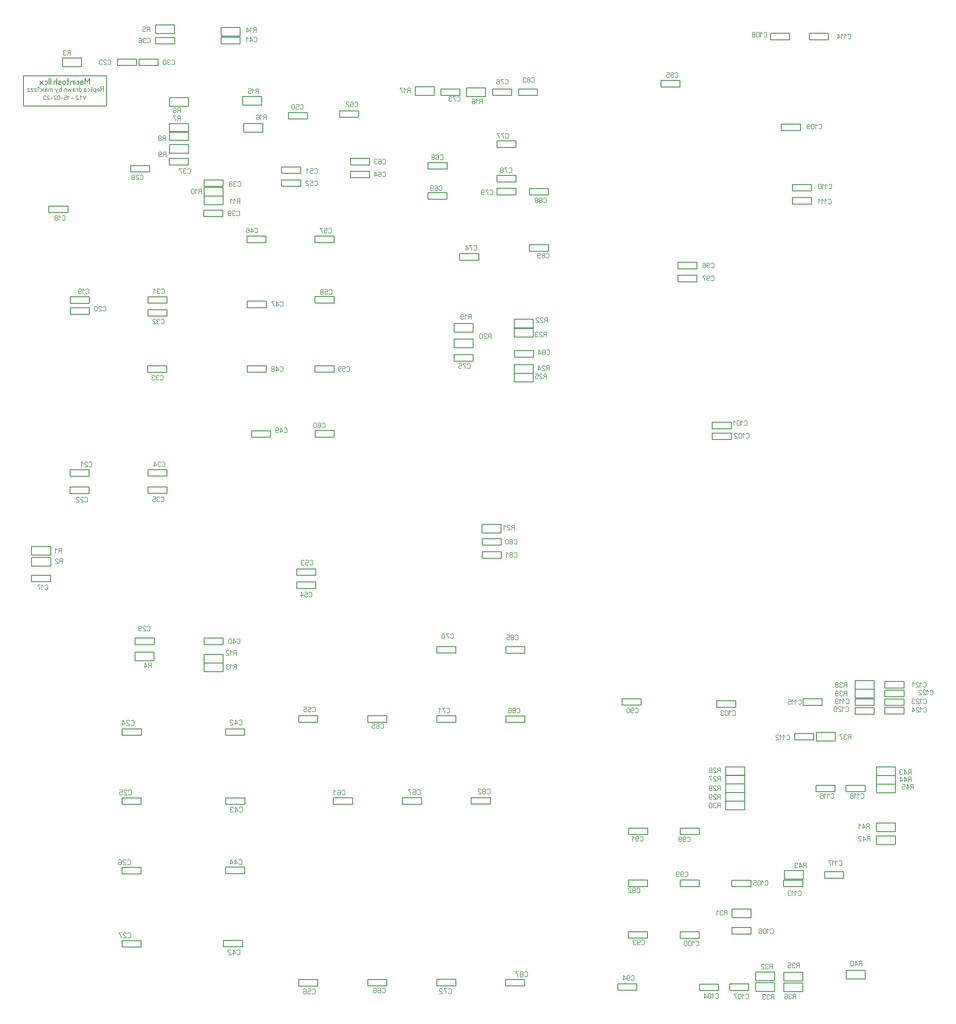
<source format=gbr>
%FSLAX34Y34*%
%MOMM*%
%LNSILK_BOTTOM*%
G71*
G01*
%ADD10C,0.250*%
%ADD11C,0.178*%
%ADD12C,0.189*%
%ADD13C,0.222*%
%ADD14C,0.144*%
%LPD*%
G54D10*
X727075Y-358378D02*
X727075Y-383778D01*
X783034Y-383778D01*
X783034Y-358378D01*
X727075Y-358378D01*
G54D11*
X770096Y-343020D02*
X766896Y-344798D01*
X765829Y-346576D01*
X765829Y-350131D01*
G54D11*
X774362Y-350131D02*
X774362Y-335909D01*
X769029Y-335909D01*
X766896Y-336798D01*
X765829Y-338576D01*
X765829Y-340353D01*
X766896Y-342131D01*
X769029Y-343020D01*
X774362Y-343020D01*
G54D11*
X761918Y-341242D02*
X756585Y-335909D01*
X756585Y-350131D01*
G54D11*
X744141Y-335909D02*
X752674Y-335909D01*
X752674Y-342131D01*
X751608Y-342131D01*
X749474Y-341242D01*
X747341Y-341242D01*
X745208Y-342131D01*
X744141Y-343909D01*
X744141Y-347464D01*
X745208Y-349242D01*
X747341Y-350131D01*
X749474Y-350131D01*
X751608Y-349242D01*
X752674Y-347464D01*
G54D10*
X729853Y-437753D02*
X729853Y-463153D01*
X785812Y-463153D01*
X785812Y-437753D01*
X729853Y-437753D01*
G54D11*
X793114Y-419617D02*
X789914Y-421395D01*
X788848Y-423172D01*
X788848Y-426728D01*
G54D11*
X797381Y-426728D02*
X797381Y-412506D01*
X792048Y-412506D01*
X789914Y-413395D01*
X788848Y-415172D01*
X788848Y-416950D01*
X789914Y-418728D01*
X792048Y-419617D01*
X797381Y-419617D01*
G54D11*
X784937Y-417839D02*
X779604Y-412506D01*
X779604Y-426728D01*
G54D11*
X767160Y-415172D02*
X768226Y-413395D01*
X770360Y-412506D01*
X772493Y-412506D01*
X774626Y-413395D01*
X775693Y-415172D01*
X775693Y-419617D01*
X775693Y-420506D01*
X772493Y-418728D01*
X770360Y-418728D01*
X768226Y-419617D01*
X767160Y-421395D01*
X767160Y-424061D01*
X768226Y-425839D01*
X770360Y-426728D01*
X772493Y-426728D01*
X774626Y-425839D01*
X775693Y-424061D01*
X775693Y-419617D01*
G54D10*
X511572Y-361156D02*
X511572Y-386556D01*
X567531Y-386556D01*
X567531Y-361156D01*
X511572Y-361156D01*
G54D11*
X539511Y-399376D02*
X536311Y-401154D01*
X535244Y-402932D01*
X535244Y-406488D01*
G54D11*
X543778Y-406488D02*
X543778Y-392265D01*
X538444Y-392265D01*
X536311Y-393154D01*
X535244Y-394932D01*
X535244Y-396710D01*
X536311Y-398488D01*
X538444Y-399376D01*
X543778Y-399376D01*
G54D11*
X522800Y-394932D02*
X523867Y-393154D01*
X526000Y-392265D01*
X528134Y-392265D01*
X530267Y-393154D01*
X531334Y-394932D01*
X531334Y-399376D01*
X531334Y-400265D01*
X528134Y-398488D01*
X526000Y-398488D01*
X523867Y-399376D01*
X522800Y-401154D01*
X522800Y-403821D01*
X523867Y-405598D01*
X526000Y-406488D01*
X528134Y-406488D01*
X530267Y-405598D01*
X531334Y-403821D01*
X531334Y-399376D01*
G54D10*
X511969Y-437356D02*
X511969Y-462756D01*
X567928Y-462756D01*
X567928Y-437356D01*
X511969Y-437356D01*
G54D11*
X539511Y-423189D02*
X536311Y-424966D01*
X535244Y-426744D01*
X535244Y-430300D01*
G54D11*
X543778Y-430300D02*
X543778Y-416078D01*
X538444Y-416078D01*
X536311Y-416966D01*
X535244Y-418744D01*
X535244Y-420522D01*
X536311Y-422300D01*
X538444Y-423189D01*
X543778Y-423189D01*
G54D11*
X531334Y-416078D02*
X522800Y-416078D01*
X523867Y-417856D01*
X526000Y-420522D01*
X528134Y-424078D01*
X529200Y-426744D01*
X529200Y-430300D01*
G54D10*
X511969Y-461169D02*
X511969Y-486569D01*
X567928Y-486569D01*
X567928Y-461169D01*
X511969Y-461169D01*
G54D11*
X496252Y-481132D02*
X493052Y-482910D01*
X491985Y-484688D01*
X491985Y-488244D01*
G54D11*
X500518Y-488244D02*
X500518Y-474022D01*
X495185Y-474022D01*
X493052Y-474910D01*
X491985Y-476688D01*
X491985Y-478466D01*
X493052Y-480244D01*
X495185Y-481132D01*
X500518Y-481132D01*
G54D11*
X482741Y-481132D02*
X484874Y-481132D01*
X487008Y-480244D01*
X488074Y-478466D01*
X488074Y-476688D01*
X487008Y-474910D01*
X484874Y-474022D01*
X482741Y-474022D01*
X480608Y-474910D01*
X479541Y-476688D01*
X479541Y-478466D01*
X480608Y-480244D01*
X482741Y-481132D01*
X480608Y-482022D01*
X479541Y-483799D01*
X479541Y-485577D01*
X480608Y-487355D01*
X482741Y-488244D01*
X484874Y-488244D01*
X487008Y-487355D01*
X488074Y-485577D01*
X488074Y-483799D01*
X487008Y-482022D01*
X484874Y-481132D01*
G54D10*
X511969Y-499269D02*
X511969Y-524669D01*
X567928Y-524669D01*
X567928Y-499269D01*
X511969Y-499269D01*
G54D11*
X497046Y-528758D02*
X493846Y-530535D01*
X492779Y-532313D01*
X492779Y-535868D01*
G54D11*
X501312Y-535868D02*
X501312Y-521646D01*
X495979Y-521646D01*
X493846Y-522535D01*
X492779Y-524313D01*
X492779Y-526091D01*
X493846Y-527868D01*
X495979Y-528758D01*
X501312Y-528758D01*
G54D11*
X488868Y-533202D02*
X487802Y-534980D01*
X485668Y-535868D01*
X483535Y-535868D01*
X481402Y-534980D01*
X480335Y-533202D01*
X480335Y-528758D01*
X480335Y-527868D01*
X483535Y-529646D01*
X485668Y-529646D01*
X487802Y-528758D01*
X488868Y-526980D01*
X488868Y-524313D01*
X487802Y-522535D01*
X485668Y-521646D01*
X483535Y-521646D01*
X481402Y-522535D01*
X480335Y-524313D01*
X480335Y-528758D01*
G54D10*
X613370Y-625475D02*
X613370Y-650875D01*
X669330Y-650875D01*
X669330Y-625475D01*
X613370Y-625475D01*
G54D11*
X602416Y-637898D02*
X599216Y-639676D01*
X598149Y-641454D01*
X598149Y-645009D01*
G54D11*
X606682Y-645009D02*
X606682Y-630787D01*
X601349Y-630787D01*
X599216Y-631676D01*
X598149Y-633454D01*
X598149Y-635232D01*
X599216Y-637009D01*
X601349Y-637898D01*
X606682Y-637898D01*
G54D11*
X594238Y-636120D02*
X588905Y-630787D01*
X588905Y-645009D01*
G54D11*
X576461Y-633454D02*
X576461Y-642342D01*
X577528Y-644120D01*
X579661Y-645009D01*
X581794Y-645009D01*
X583928Y-644120D01*
X584994Y-642342D01*
X584994Y-633454D01*
X583928Y-631676D01*
X581794Y-630787D01*
X579661Y-630787D01*
X577528Y-631676D01*
X576461Y-633454D01*
G54D10*
X613370Y-650875D02*
X613370Y-676275D01*
X669330Y-676275D01*
X669330Y-650875D01*
X613370Y-650875D01*
G54D11*
X714732Y-666473D02*
X711532Y-668251D01*
X710465Y-670029D01*
X710465Y-673584D01*
G54D11*
X718998Y-673584D02*
X718998Y-659362D01*
X713665Y-659362D01*
X711532Y-660251D01*
X710465Y-662029D01*
X710465Y-663806D01*
X711532Y-665584D01*
X713665Y-666473D01*
X718998Y-666473D01*
G54D11*
X706554Y-664696D02*
X701221Y-659362D01*
X701221Y-673584D01*
G54D11*
X697310Y-664696D02*
X691977Y-659362D01*
X691977Y-673584D01*
G54D10*
X197048Y-244872D02*
X197048Y-270272D01*
X253008Y-270272D01*
X253008Y-244872D01*
X197048Y-244872D01*
G54D11*
X216256Y-229911D02*
X213056Y-231688D01*
X211990Y-233466D01*
X211990Y-237022D01*
G54D11*
X220523Y-237022D02*
X220523Y-222800D01*
X215190Y-222800D01*
X213056Y-223688D01*
X211990Y-225466D01*
X211990Y-227244D01*
X213056Y-229022D01*
X215190Y-229911D01*
X220523Y-229911D01*
G54D11*
X208079Y-225466D02*
X207012Y-223688D01*
X204879Y-222800D01*
X202746Y-222800D01*
X200612Y-223688D01*
X199546Y-225466D01*
X199546Y-227244D01*
X200612Y-229022D01*
X202746Y-229911D01*
X200612Y-230800D01*
X199546Y-232577D01*
X199546Y-234355D01*
X200612Y-236133D01*
X202746Y-237022D01*
X204879Y-237022D01*
X207012Y-236133D01*
X208079Y-234355D01*
G54D10*
X470495Y-147638D02*
X470495Y-173038D01*
X526455Y-173038D01*
X526455Y-147638D01*
X470495Y-147638D01*
G54D11*
X450016Y-160854D02*
X446816Y-162632D01*
X445749Y-164410D01*
X445749Y-167966D01*
G54D11*
X454282Y-167966D02*
X454282Y-153743D01*
X448949Y-153743D01*
X446816Y-154632D01*
X445749Y-156410D01*
X445749Y-158188D01*
X446816Y-159966D01*
X448949Y-160854D01*
X454282Y-160854D01*
G54D11*
X433305Y-153743D02*
X441838Y-153743D01*
X441838Y-159966D01*
X440772Y-159966D01*
X438638Y-159076D01*
X436505Y-159076D01*
X434372Y-159966D01*
X433305Y-161743D01*
X433305Y-165299D01*
X434372Y-167076D01*
X436505Y-167966D01*
X438638Y-167966D01*
X440772Y-167076D01*
X441838Y-165299D01*
G54D10*
X663376Y-155178D02*
X663376Y-180578D01*
X719336Y-180578D01*
X719336Y-155178D01*
X663376Y-155178D01*
G54D11*
X763547Y-162839D02*
X760347Y-164616D01*
X759280Y-166394D01*
X759280Y-169950D01*
G54D11*
X767814Y-169950D02*
X767814Y-155728D01*
X762480Y-155728D01*
X760347Y-156616D01*
X759280Y-158394D01*
X759280Y-160172D01*
X760347Y-161950D01*
X762480Y-162839D01*
X767814Y-162839D01*
G54D11*
X755370Y-161061D02*
X750036Y-155728D01*
X750036Y-169950D01*
G54D11*
X739726Y-169950D02*
X739726Y-155728D01*
X746126Y-164616D01*
X746126Y-166394D01*
X737592Y-166394D01*
G54D10*
X1234480Y-329803D02*
X1234480Y-355203D01*
X1290439Y-355203D01*
X1290439Y-329803D01*
X1234480Y-329803D01*
G54D11*
X1215984Y-340639D02*
X1212784Y-342416D01*
X1211718Y-344194D01*
X1211718Y-347750D01*
G54D11*
X1220251Y-347750D02*
X1220251Y-333528D01*
X1214918Y-333528D01*
X1212784Y-334416D01*
X1211718Y-336194D01*
X1211718Y-337972D01*
X1212784Y-339750D01*
X1214918Y-340639D01*
X1220251Y-340639D01*
G54D11*
X1207807Y-338861D02*
X1202474Y-333528D01*
X1202474Y-347750D01*
G54D11*
X1198563Y-333528D02*
X1190030Y-333528D01*
X1191096Y-335306D01*
X1193230Y-337972D01*
X1195363Y-341528D01*
X1196430Y-344194D01*
X1196430Y-347750D01*
G54D10*
X1385689Y-332978D02*
X1385689Y-358378D01*
X1441648Y-358378D01*
X1441648Y-332978D01*
X1385689Y-332978D01*
G54D11*
X1428313Y-373182D02*
X1425113Y-374960D01*
X1424046Y-376738D01*
X1424046Y-380294D01*
G54D11*
X1432579Y-380294D02*
X1432579Y-366072D01*
X1427246Y-366072D01*
X1425113Y-366960D01*
X1424046Y-368738D01*
X1424046Y-370516D01*
X1425113Y-372294D01*
X1427246Y-373182D01*
X1432579Y-373182D01*
G54D11*
X1420135Y-371405D02*
X1414802Y-366072D01*
X1414802Y-380294D01*
G54D11*
X1405558Y-373182D02*
X1407691Y-373182D01*
X1409825Y-372294D01*
X1410891Y-370516D01*
X1410891Y-368738D01*
X1409825Y-366960D01*
X1407691Y-366072D01*
X1405558Y-366072D01*
X1403425Y-366960D01*
X1402358Y-368738D01*
X1402358Y-370516D01*
X1403425Y-372294D01*
X1405558Y-373182D01*
X1403425Y-374072D01*
X1402358Y-375849D01*
X1402358Y-377627D01*
X1403425Y-379405D01*
X1405558Y-380294D01*
X1407691Y-380294D01*
X1409825Y-379405D01*
X1410891Y-377627D01*
X1410891Y-375849D01*
X1409825Y-374072D01*
X1407691Y-373182D01*
G54D10*
X1348780Y-1026319D02*
X1348780Y-1051719D01*
X1404740Y-1051719D01*
X1404740Y-1026319D01*
X1348780Y-1026319D01*
G54D11*
X1395769Y-1006992D02*
X1392569Y-1008770D01*
X1391502Y-1010548D01*
X1391502Y-1014103D01*
G54D11*
X1400036Y-1014103D02*
X1400036Y-999881D01*
X1394702Y-999881D01*
X1392569Y-1000770D01*
X1391502Y-1002548D01*
X1391502Y-1004326D01*
X1392569Y-1006103D01*
X1394702Y-1006992D01*
X1400036Y-1006992D01*
G54D11*
X1387592Y-1005214D02*
X1382258Y-999881D01*
X1382258Y-1014103D01*
G54D11*
X1378348Y-1011436D02*
X1377281Y-1013214D01*
X1375148Y-1014103D01*
X1373014Y-1014103D01*
X1370881Y-1013214D01*
X1369814Y-1011436D01*
X1369814Y-1006992D01*
X1369814Y-1006103D01*
X1373014Y-1007881D01*
X1375148Y-1007881D01*
X1377281Y-1006992D01*
X1378348Y-1005214D01*
X1378348Y-1002548D01*
X1377281Y-1000770D01*
X1375148Y-999881D01*
X1373014Y-999881D01*
X1370881Y-1000770D01*
X1369814Y-1002548D01*
X1369814Y-1006992D01*
G54D10*
X1348780Y-1071562D02*
X1348780Y-1096962D01*
X1404740Y-1096962D01*
X1404740Y-1071562D01*
X1348780Y-1071562D01*
G54D11*
X1453713Y-1063745D02*
X1450513Y-1065523D01*
X1449446Y-1067301D01*
X1449446Y-1070856D01*
G54D11*
X1457979Y-1070856D02*
X1457979Y-1056634D01*
X1452646Y-1056634D01*
X1450513Y-1057523D01*
X1449446Y-1059301D01*
X1449446Y-1061078D01*
X1450513Y-1062856D01*
X1452646Y-1063745D01*
X1457979Y-1063745D01*
G54D11*
X1437002Y-1070856D02*
X1445535Y-1070856D01*
X1445535Y-1069968D01*
X1444469Y-1068190D01*
X1438069Y-1062856D01*
X1437002Y-1061078D01*
X1437002Y-1059301D01*
X1438069Y-1057523D01*
X1440202Y-1056634D01*
X1442335Y-1056634D01*
X1444469Y-1057523D01*
X1445535Y-1059301D01*
G54D11*
X1424558Y-1059301D02*
X1424558Y-1068190D01*
X1425625Y-1069968D01*
X1427758Y-1070856D01*
X1429891Y-1070856D01*
X1432025Y-1069968D01*
X1433091Y-1068190D01*
X1433091Y-1059301D01*
X1432025Y-1057523D01*
X1429891Y-1056634D01*
X1427758Y-1056634D01*
X1425625Y-1057523D01*
X1424558Y-1059301D01*
G54D10*
X1526183Y-1013619D02*
X1526183Y-1039019D01*
X1582143Y-1039019D01*
X1582143Y-1013619D01*
X1526183Y-1013619D01*
G54D11*
X1620003Y-1016517D02*
X1616803Y-1018295D01*
X1615736Y-1020072D01*
X1615736Y-1023628D01*
G54D11*
X1624270Y-1023628D02*
X1624270Y-1009406D01*
X1618936Y-1009406D01*
X1616803Y-1010295D01*
X1615736Y-1012072D01*
X1615736Y-1013850D01*
X1616803Y-1015628D01*
X1618936Y-1016517D01*
X1624270Y-1016517D01*
G54D11*
X1603292Y-1023628D02*
X1611826Y-1023628D01*
X1611826Y-1022739D01*
X1610759Y-1020962D01*
X1604359Y-1015628D01*
X1603292Y-1013850D01*
X1603292Y-1012072D01*
X1604359Y-1010295D01*
X1606492Y-1009406D01*
X1608626Y-1009406D01*
X1610759Y-1010295D01*
X1611826Y-1012072D01*
G54D11*
X1590848Y-1023628D02*
X1599382Y-1023628D01*
X1599382Y-1022739D01*
X1598315Y-1020962D01*
X1591915Y-1015628D01*
X1590848Y-1013850D01*
X1590848Y-1012072D01*
X1591915Y-1010295D01*
X1594048Y-1009406D01*
X1596182Y-1009406D01*
X1598315Y-1010295D01*
X1599382Y-1012072D01*
G54D10*
X1526183Y-1041003D02*
X1526183Y-1066403D01*
X1582143Y-1066403D01*
X1582143Y-1041003D01*
X1526183Y-1041003D01*
G54D11*
X1617225Y-1058586D02*
X1614025Y-1060364D01*
X1612958Y-1062142D01*
X1612958Y-1065697D01*
G54D11*
X1621492Y-1065697D02*
X1621492Y-1051474D01*
X1616158Y-1051474D01*
X1614025Y-1052364D01*
X1612958Y-1054142D01*
X1612958Y-1055919D01*
X1614025Y-1057697D01*
X1616158Y-1058586D01*
X1621492Y-1058586D01*
G54D11*
X1600514Y-1065697D02*
X1609048Y-1065697D01*
X1609048Y-1064808D01*
X1607981Y-1063030D01*
X1601581Y-1057697D01*
X1600514Y-1055919D01*
X1600514Y-1054142D01*
X1601581Y-1052364D01*
X1603714Y-1051474D01*
X1605848Y-1051474D01*
X1607981Y-1052364D01*
X1609048Y-1054142D01*
G54D11*
X1596604Y-1054142D02*
X1595537Y-1052364D01*
X1593404Y-1051474D01*
X1591270Y-1051474D01*
X1589137Y-1052364D01*
X1588070Y-1054142D01*
X1588070Y-1055919D01*
X1589137Y-1057697D01*
X1591270Y-1058586D01*
X1589137Y-1059474D01*
X1588070Y-1061252D01*
X1588070Y-1063030D01*
X1589137Y-1064808D01*
X1591270Y-1065697D01*
X1593404Y-1065697D01*
X1595537Y-1064808D01*
X1596604Y-1063030D01*
G54D10*
X1526183Y-1146969D02*
X1526183Y-1172369D01*
X1582143Y-1172369D01*
X1582143Y-1146969D01*
X1526183Y-1146969D01*
G54D11*
X1625163Y-1157804D02*
X1621963Y-1159582D01*
X1620896Y-1161360D01*
X1620896Y-1164916D01*
G54D11*
X1629429Y-1164916D02*
X1629429Y-1150694D01*
X1624096Y-1150694D01*
X1621963Y-1151582D01*
X1620896Y-1153360D01*
X1620896Y-1155138D01*
X1621963Y-1156916D01*
X1624096Y-1157804D01*
X1629429Y-1157804D01*
G54D11*
X1608452Y-1164916D02*
X1616985Y-1164916D01*
X1616985Y-1164027D01*
X1615919Y-1162249D01*
X1609519Y-1156916D01*
X1608452Y-1155138D01*
X1608452Y-1153360D01*
X1609519Y-1151582D01*
X1611652Y-1150694D01*
X1613785Y-1150694D01*
X1615919Y-1151582D01*
X1616985Y-1153360D01*
G54D11*
X1598141Y-1164916D02*
X1598141Y-1150694D01*
X1604541Y-1159582D01*
X1604541Y-1161360D01*
X1596008Y-1161360D01*
G54D10*
X1526183Y-1172369D02*
X1526183Y-1197769D01*
X1582143Y-1197769D01*
X1582143Y-1172369D01*
X1526183Y-1172369D01*
G54D11*
X1617622Y-1182411D02*
X1614422Y-1184188D01*
X1613355Y-1185966D01*
X1613355Y-1189522D01*
G54D11*
X1621889Y-1189522D02*
X1621889Y-1175300D01*
X1616555Y-1175300D01*
X1614422Y-1176188D01*
X1613355Y-1177966D01*
X1613355Y-1179744D01*
X1614422Y-1181522D01*
X1616555Y-1182411D01*
X1621889Y-1182411D01*
G54D11*
X1600911Y-1189522D02*
X1609445Y-1189522D01*
X1609445Y-1188633D01*
X1608378Y-1186855D01*
X1601978Y-1181522D01*
X1600911Y-1179744D01*
X1600911Y-1177966D01*
X1601978Y-1176188D01*
X1604111Y-1175300D01*
X1606245Y-1175300D01*
X1608378Y-1176188D01*
X1609445Y-1177966D01*
G54D11*
X1588467Y-1175300D02*
X1597001Y-1175300D01*
X1597001Y-1181522D01*
X1595934Y-1181522D01*
X1593801Y-1180633D01*
X1591667Y-1180633D01*
X1589534Y-1181522D01*
X1588467Y-1183300D01*
X1588467Y-1186855D01*
X1589534Y-1188633D01*
X1591667Y-1189522D01*
X1593801Y-1189522D01*
X1595934Y-1188633D01*
X1597001Y-1186855D01*
G54D10*
X1431330Y-1617266D02*
X1431330Y-1642666D01*
X1487290Y-1642666D01*
X1487290Y-1617266D01*
X1431330Y-1617266D01*
G54D11*
X1522769Y-1627308D02*
X1519569Y-1629086D01*
X1518502Y-1630863D01*
X1518502Y-1634419D01*
G54D11*
X1527036Y-1634419D02*
X1527036Y-1620196D01*
X1521702Y-1620196D01*
X1519569Y-1621086D01*
X1518502Y-1622863D01*
X1518502Y-1624641D01*
X1519569Y-1626419D01*
X1521702Y-1627308D01*
X1527036Y-1627308D01*
G54D11*
X1506058Y-1634419D02*
X1514592Y-1634419D01*
X1514592Y-1633530D01*
X1513525Y-1631752D01*
X1507125Y-1626419D01*
X1506058Y-1624641D01*
X1506058Y-1622863D01*
X1507125Y-1621086D01*
X1509258Y-1620196D01*
X1511392Y-1620196D01*
X1513525Y-1621086D01*
X1514592Y-1622863D01*
G54D11*
X1502148Y-1625530D02*
X1496814Y-1620196D01*
X1496814Y-1634419D01*
G54D10*
X105767Y-1681956D02*
X105767Y-1707356D01*
X161727Y-1707356D01*
X161727Y-1681956D01*
X105767Y-1681956D01*
G54D11*
X190063Y-1695173D02*
X186863Y-1696951D01*
X185796Y-1698729D01*
X185796Y-1702284D01*
G54D11*
X194330Y-1702284D02*
X194330Y-1688062D01*
X188996Y-1688062D01*
X186863Y-1688951D01*
X185796Y-1690729D01*
X185796Y-1692506D01*
X186863Y-1694284D01*
X188996Y-1695173D01*
X194330Y-1695173D01*
G54D11*
X181886Y-1693396D02*
X176552Y-1688062D01*
X176552Y-1702284D01*
G54D10*
X105767Y-1714500D02*
X105767Y-1739900D01*
X161727Y-1739900D01*
X161727Y-1714500D01*
X105767Y-1714500D01*
G54D11*
X192444Y-1725732D02*
X189244Y-1727510D01*
X188177Y-1729288D01*
X188177Y-1732844D01*
G54D11*
X196710Y-1732844D02*
X196710Y-1718622D01*
X191377Y-1718622D01*
X189244Y-1719510D01*
X188177Y-1721288D01*
X188177Y-1723066D01*
X189244Y-1724844D01*
X191377Y-1725732D01*
X196710Y-1725732D01*
G54D11*
X175733Y-1732844D02*
X184266Y-1732844D01*
X184266Y-1731955D01*
X183200Y-1730177D01*
X176800Y-1724844D01*
X175733Y-1723066D01*
X175733Y-1721288D01*
X176800Y-1719510D01*
X178933Y-1718622D01*
X181066Y-1718622D01*
X183200Y-1719510D01*
X184266Y-1721288D01*
G54D10*
X409774Y-1993106D02*
X409774Y-2018506D01*
X465734Y-2018506D01*
X465734Y-1993106D01*
X409774Y-1993106D01*
G54D11*
X453984Y-2032517D02*
X450784Y-2034295D01*
X449718Y-2036073D01*
X449718Y-2039628D01*
G54D11*
X458251Y-2039628D02*
X458251Y-2025406D01*
X452918Y-2025406D01*
X450784Y-2026295D01*
X449718Y-2028073D01*
X449718Y-2029850D01*
X450784Y-2031628D01*
X452918Y-2032517D01*
X458251Y-2032517D01*
G54D11*
X439407Y-2039628D02*
X439407Y-2025406D01*
X445807Y-2034295D01*
X445807Y-2036073D01*
X437274Y-2036073D01*
G54D10*
X612974Y-1999456D02*
X612974Y-2024856D01*
X668934Y-2024856D01*
X668934Y-1999456D01*
X612974Y-1999456D01*
G54D11*
X704413Y-1996004D02*
X701213Y-1997782D01*
X700146Y-1999560D01*
X700146Y-2003116D01*
G54D11*
X708680Y-2003116D02*
X708680Y-1988894D01*
X703346Y-1988894D01*
X701213Y-1989782D01*
X700146Y-1991560D01*
X700146Y-1993338D01*
X701213Y-1995116D01*
X703346Y-1996004D01*
X708680Y-1996004D01*
G54D11*
X696236Y-1994227D02*
X690902Y-1988894D01*
X690902Y-2003116D01*
G54D11*
X678458Y-2003116D02*
X686992Y-2003116D01*
X686992Y-2002227D01*
X685925Y-2000449D01*
X679525Y-1995116D01*
X678458Y-1993338D01*
X678458Y-1991560D01*
X679525Y-1989782D01*
X681658Y-1988894D01*
X683792Y-1988894D01*
X685925Y-1989782D01*
X686992Y-1991560D01*
G54D10*
X612974Y-2024856D02*
X612974Y-2050256D01*
X668934Y-2050256D01*
X668934Y-2024856D01*
X612974Y-2024856D01*
G54D11*
X705206Y-2036486D02*
X702006Y-2038264D01*
X700940Y-2040042D01*
X700940Y-2043597D01*
G54D11*
X709473Y-2043597D02*
X709473Y-2029375D01*
X704140Y-2029375D01*
X702006Y-2030264D01*
X700940Y-2032042D01*
X700940Y-2033819D01*
X702006Y-2035597D01*
X704140Y-2036486D01*
X709473Y-2036486D01*
G54D11*
X697029Y-2034708D02*
X691696Y-2029375D01*
X691696Y-2043597D01*
G54D11*
X687785Y-2032042D02*
X686718Y-2030264D01*
X684585Y-2029375D01*
X682452Y-2029375D01*
X680318Y-2030264D01*
X679252Y-2032042D01*
X679252Y-2033819D01*
X680318Y-2035597D01*
X682452Y-2036486D01*
X680318Y-2037375D01*
X679252Y-2039152D01*
X679252Y-2040930D01*
X680318Y-2042708D01*
X682452Y-2043597D01*
X684585Y-2043597D01*
X686718Y-2042708D01*
X687785Y-2040930D01*
G54D10*
X2529086Y-2076648D02*
X2529086Y-2102048D01*
X2585046Y-2102048D01*
X2585046Y-2076648D01*
X2529086Y-2076648D01*
G54D11*
X2501066Y-2089864D02*
X2497866Y-2091642D01*
X2496799Y-2093420D01*
X2496799Y-2096975D01*
G54D11*
X2505332Y-2096975D02*
X2505332Y-2082753D01*
X2499999Y-2082753D01*
X2497866Y-2083642D01*
X2496799Y-2085420D01*
X2496799Y-2087198D01*
X2497866Y-2088975D01*
X2499999Y-2089864D01*
X2505332Y-2089864D01*
G54D11*
X2492888Y-2085420D02*
X2491822Y-2083642D01*
X2489688Y-2082753D01*
X2487555Y-2082753D01*
X2485422Y-2083642D01*
X2484355Y-2085420D01*
X2484355Y-2087198D01*
X2485422Y-2088975D01*
X2487555Y-2089864D01*
X2485422Y-2090753D01*
X2484355Y-2092530D01*
X2484355Y-2094308D01*
X2485422Y-2096086D01*
X2487555Y-2096975D01*
X2489688Y-2096975D01*
X2491822Y-2096086D01*
X2492888Y-2094308D01*
G54D11*
X2475111Y-2089864D02*
X2477244Y-2089864D01*
X2479378Y-2088975D01*
X2480444Y-2087198D01*
X2480444Y-2085420D01*
X2479378Y-2083642D01*
X2477244Y-2082753D01*
X2475111Y-2082753D01*
X2472978Y-2083642D01*
X2471911Y-2085420D01*
X2471911Y-2087198D01*
X2472978Y-2088975D01*
X2475111Y-2089864D01*
X2472978Y-2090753D01*
X2471911Y-2092530D01*
X2471911Y-2094308D01*
X2472978Y-2096086D01*
X2475111Y-2096975D01*
X2477244Y-2096975D01*
X2479378Y-2096086D01*
X2480444Y-2094308D01*
X2480444Y-2092530D01*
X2479378Y-2090753D01*
X2477244Y-2089864D01*
G54D10*
X2529086Y-2102050D02*
X2529086Y-2127456D01*
X2585046Y-2127456D01*
X2585046Y-2102050D01*
X2529086Y-2102050D01*
G54D11*
X2501066Y-2115272D02*
X2497866Y-2117050D01*
X2496799Y-2118828D01*
X2496799Y-2122383D01*
G54D11*
X2505332Y-2122383D02*
X2505332Y-2108161D01*
X2499999Y-2108161D01*
X2497866Y-2109050D01*
X2496799Y-2110828D01*
X2496799Y-2112605D01*
X2497866Y-2114383D01*
X2499999Y-2115272D01*
X2505332Y-2115272D01*
G54D11*
X2492888Y-2110828D02*
X2491822Y-2109050D01*
X2489688Y-2108161D01*
X2487555Y-2108161D01*
X2485422Y-2109050D01*
X2484355Y-2110828D01*
X2484355Y-2112605D01*
X2485422Y-2114383D01*
X2487555Y-2115272D01*
X2485422Y-2116161D01*
X2484355Y-2117938D01*
X2484355Y-2119716D01*
X2485422Y-2121494D01*
X2487555Y-2122383D01*
X2489688Y-2122383D01*
X2491822Y-2121494D01*
X2492888Y-2119716D01*
G54D11*
X2480444Y-2119716D02*
X2479378Y-2121494D01*
X2477244Y-2122383D01*
X2475111Y-2122383D01*
X2472978Y-2121494D01*
X2471911Y-2119716D01*
X2471911Y-2115272D01*
X2471911Y-2114383D01*
X2475111Y-2116161D01*
X2477244Y-2116161D01*
X2479378Y-2115272D01*
X2480444Y-2113494D01*
X2480444Y-2110828D01*
X2479378Y-2109050D01*
X2477244Y-2108161D01*
X2475111Y-2108161D01*
X2472978Y-2109050D01*
X2471911Y-2110828D01*
X2471911Y-2115272D01*
G54D10*
X2414786Y-2229445D02*
X2414786Y-2254844D01*
X2470746Y-2254844D01*
X2470746Y-2229445D01*
X2414786Y-2229445D01*
G54D11*
X2512972Y-2243058D02*
X2509772Y-2244836D01*
X2508705Y-2246614D01*
X2508705Y-2250169D01*
G54D11*
X2517238Y-2250169D02*
X2517238Y-2235947D01*
X2511905Y-2235947D01*
X2509772Y-2236836D01*
X2508705Y-2238614D01*
X2508705Y-2240391D01*
X2509772Y-2242169D01*
X2511905Y-2243058D01*
X2517238Y-2243058D01*
G54D11*
X2504794Y-2238614D02*
X2503728Y-2236836D01*
X2501594Y-2235947D01*
X2499461Y-2235947D01*
X2497328Y-2236836D01*
X2496261Y-2238614D01*
X2496261Y-2240391D01*
X2497328Y-2242169D01*
X2499461Y-2243058D01*
X2497328Y-2243947D01*
X2496261Y-2245724D01*
X2496261Y-2247502D01*
X2497328Y-2249280D01*
X2499461Y-2250169D01*
X2501594Y-2250169D01*
X2503728Y-2249280D01*
X2504794Y-2247502D01*
G54D11*
X2492350Y-2235947D02*
X2483817Y-2235947D01*
X2484884Y-2237724D01*
X2487017Y-2240391D01*
X2489150Y-2243947D01*
X2490217Y-2246614D01*
X2490217Y-2250169D01*
G54D10*
X2592189Y-2331045D02*
X2592189Y-2356444D01*
X2648149Y-2356444D01*
X2648149Y-2331045D01*
X2592189Y-2331045D01*
G54D11*
X2689978Y-2346642D02*
X2686778Y-2348420D01*
X2685712Y-2350198D01*
X2685712Y-2353754D01*
G54D11*
X2694245Y-2353754D02*
X2694245Y-2339531D01*
X2688912Y-2339531D01*
X2686778Y-2340420D01*
X2685712Y-2342198D01*
X2685712Y-2343976D01*
X2686778Y-2345754D01*
X2688912Y-2346642D01*
X2694245Y-2346642D01*
G54D11*
X2675401Y-2353754D02*
X2675401Y-2339531D01*
X2681801Y-2348420D01*
X2681801Y-2350198D01*
X2673268Y-2350198D01*
G54D11*
X2669357Y-2342198D02*
X2668290Y-2340420D01*
X2666157Y-2339531D01*
X2664024Y-2339531D01*
X2661890Y-2340420D01*
X2660824Y-2342198D01*
X2660824Y-2343976D01*
X2661890Y-2345754D01*
X2664024Y-2346642D01*
X2661890Y-2347531D01*
X2660824Y-2349309D01*
X2660824Y-2351086D01*
X2661890Y-2352864D01*
X2664024Y-2353754D01*
X2666157Y-2353754D01*
X2668290Y-2352864D01*
X2669357Y-2351086D01*
G54D10*
X2592189Y-2356453D02*
X2592189Y-2381852D01*
X2648149Y-2381852D01*
X2648149Y-2356453D01*
X2592189Y-2356453D01*
G54D11*
X2689978Y-2367683D02*
X2686778Y-2369461D01*
X2685712Y-2371238D01*
X2685712Y-2374794D01*
G54D11*
X2694245Y-2374794D02*
X2694245Y-2360572D01*
X2688912Y-2360572D01*
X2686778Y-2361461D01*
X2685712Y-2363238D01*
X2685712Y-2365016D01*
X2686778Y-2366794D01*
X2688912Y-2367683D01*
X2694245Y-2367683D01*
G54D11*
X2675401Y-2374794D02*
X2675401Y-2360572D01*
X2681801Y-2369461D01*
X2681801Y-2371238D01*
X2673268Y-2371238D01*
G54D11*
X2662957Y-2374794D02*
X2662957Y-2360572D01*
X2669357Y-2369461D01*
X2669357Y-2371238D01*
X2660824Y-2371238D01*
G54D10*
X2592189Y-2381861D02*
X2592189Y-2407260D01*
X2648149Y-2407260D01*
X2648149Y-2381861D01*
X2592189Y-2381861D01*
G54D11*
X2697122Y-2389916D02*
X2693922Y-2391694D01*
X2692855Y-2393472D01*
X2692855Y-2397027D01*
G54D11*
X2701388Y-2397027D02*
X2701388Y-2382805D01*
X2696055Y-2382805D01*
X2693922Y-2383694D01*
X2692855Y-2385472D01*
X2692855Y-2387249D01*
X2693922Y-2389027D01*
X2696055Y-2389916D01*
X2701388Y-2389916D01*
G54D11*
X2682544Y-2397027D02*
X2682544Y-2382805D01*
X2688944Y-2391694D01*
X2688944Y-2393472D01*
X2680411Y-2393472D01*
G54D11*
X2667967Y-2382805D02*
X2676500Y-2382805D01*
X2676500Y-2389027D01*
X2675434Y-2389027D01*
X2673300Y-2388138D01*
X2671167Y-2388138D01*
X2669034Y-2389027D01*
X2667967Y-2390805D01*
X2667967Y-2394360D01*
X2669034Y-2396138D01*
X2671167Y-2397027D01*
X2673300Y-2397027D01*
X2675434Y-2396138D01*
X2676500Y-2394360D01*
G54D10*
X2148483Y-2330648D02*
X2148483Y-2356048D01*
X2204443Y-2356048D01*
X2204443Y-2330648D01*
X2148483Y-2330648D01*
G54D11*
X2129194Y-2341086D02*
X2125994Y-2342864D01*
X2124928Y-2344642D01*
X2124928Y-2348197D01*
G54D11*
X2133461Y-2348197D02*
X2133461Y-2333975D01*
X2128128Y-2333975D01*
X2125994Y-2334864D01*
X2124928Y-2336642D01*
X2124928Y-2338420D01*
X2125994Y-2340197D01*
X2128128Y-2341086D01*
X2133461Y-2341086D01*
G54D11*
X2112484Y-2348197D02*
X2121017Y-2348197D01*
X2121017Y-2347308D01*
X2119950Y-2345530D01*
X2113550Y-2340197D01*
X2112484Y-2338420D01*
X2112484Y-2336642D01*
X2113550Y-2334864D01*
X2115684Y-2333975D01*
X2117817Y-2333975D01*
X2119950Y-2334864D01*
X2121017Y-2336642D01*
G54D11*
X2100040Y-2336642D02*
X2101106Y-2334864D01*
X2103240Y-2333975D01*
X2105373Y-2333975D01*
X2107506Y-2334864D01*
X2108573Y-2336642D01*
X2108573Y-2341086D01*
X2108573Y-2341975D01*
X2105373Y-2340197D01*
X2103240Y-2340197D01*
X2101106Y-2341086D01*
X2100040Y-2342864D01*
X2100040Y-2345530D01*
X2101106Y-2347308D01*
X2103240Y-2348197D01*
X2105373Y-2348197D01*
X2107506Y-2347308D01*
X2108573Y-2345530D01*
X2108573Y-2341086D01*
G54D10*
X2148483Y-2355858D02*
X2148483Y-2381257D01*
X2204443Y-2381257D01*
X2204443Y-2355858D01*
X2148483Y-2355858D01*
G54D11*
X2129194Y-2366296D02*
X2125994Y-2368073D01*
X2124928Y-2369851D01*
X2124928Y-2373406D01*
G54D11*
X2133461Y-2373406D02*
X2133461Y-2359184D01*
X2128128Y-2359184D01*
X2125994Y-2360073D01*
X2124928Y-2361851D01*
X2124928Y-2363629D01*
X2125994Y-2365406D01*
X2128128Y-2366296D01*
X2133461Y-2366296D01*
G54D11*
X2112484Y-2373406D02*
X2121017Y-2373406D01*
X2121017Y-2372518D01*
X2119950Y-2370740D01*
X2113550Y-2365406D01*
X2112484Y-2363629D01*
X2112484Y-2361851D01*
X2113550Y-2360073D01*
X2115684Y-2359184D01*
X2117817Y-2359184D01*
X2119950Y-2360073D01*
X2121017Y-2361851D01*
G54D11*
X2108573Y-2359184D02*
X2100040Y-2359184D01*
X2101106Y-2360962D01*
X2103240Y-2363629D01*
X2105373Y-2367184D01*
X2106440Y-2369851D01*
X2106440Y-2373406D01*
G54D10*
X2148483Y-2381266D02*
X2148483Y-2406665D01*
X2204443Y-2406665D01*
X2204443Y-2381266D01*
X2148483Y-2381266D01*
G54D11*
X2129194Y-2394086D02*
X2125994Y-2395863D01*
X2124928Y-2397641D01*
X2124928Y-2401196D01*
G54D11*
X2133461Y-2401196D02*
X2133461Y-2386974D01*
X2128128Y-2386974D01*
X2125994Y-2387863D01*
X2124928Y-2389641D01*
X2124928Y-2391418D01*
X2125994Y-2393196D01*
X2128128Y-2394086D01*
X2133461Y-2394086D01*
G54D11*
X2112484Y-2401196D02*
X2121017Y-2401196D01*
X2121017Y-2400308D01*
X2119950Y-2398530D01*
X2113550Y-2393196D01*
X2112484Y-2391418D01*
X2112484Y-2389641D01*
X2113550Y-2387863D01*
X2115684Y-2386974D01*
X2117817Y-2386974D01*
X2119950Y-2387863D01*
X2121017Y-2389641D01*
G54D11*
X2103240Y-2394086D02*
X2105373Y-2394086D01*
X2107506Y-2393196D01*
X2108573Y-2391418D01*
X2108573Y-2389641D01*
X2107506Y-2387863D01*
X2105373Y-2386974D01*
X2103240Y-2386974D01*
X2101106Y-2387863D01*
X2100040Y-2389641D01*
X2100040Y-2391418D01*
X2101106Y-2393196D01*
X2103240Y-2394086D01*
X2101106Y-2394974D01*
X2100040Y-2396752D01*
X2100040Y-2398530D01*
X2101106Y-2400308D01*
X2103240Y-2401196D01*
X2105373Y-2401196D01*
X2107506Y-2400308D01*
X2108573Y-2398530D01*
X2108573Y-2396752D01*
X2107506Y-2394974D01*
X2105373Y-2394086D01*
G54D10*
X2148483Y-2406674D02*
X2148483Y-2432073D01*
X2204443Y-2432073D01*
X2204443Y-2406674D01*
X2148483Y-2406674D01*
G54D11*
X2129194Y-2419494D02*
X2125994Y-2421271D01*
X2124928Y-2423049D01*
X2124928Y-2426604D01*
G54D11*
X2133461Y-2426604D02*
X2133461Y-2412382D01*
X2128128Y-2412382D01*
X2125994Y-2413271D01*
X2124928Y-2415049D01*
X2124928Y-2416827D01*
X2125994Y-2418604D01*
X2128128Y-2419494D01*
X2133461Y-2419494D01*
G54D11*
X2112484Y-2426604D02*
X2121017Y-2426604D01*
X2121017Y-2425716D01*
X2119950Y-2423938D01*
X2113550Y-2418604D01*
X2112484Y-2416827D01*
X2112484Y-2415049D01*
X2113550Y-2413271D01*
X2115684Y-2412382D01*
X2117817Y-2412382D01*
X2119950Y-2413271D01*
X2121017Y-2415049D01*
G54D11*
X2108573Y-2423938D02*
X2107506Y-2425716D01*
X2105373Y-2426604D01*
X2103240Y-2426604D01*
X2101106Y-2425716D01*
X2100040Y-2423938D01*
X2100040Y-2419494D01*
X2100040Y-2418604D01*
X2103240Y-2420382D01*
X2105373Y-2420382D01*
X2107506Y-2419494D01*
X2108573Y-2417716D01*
X2108573Y-2415049D01*
X2107506Y-2413271D01*
X2105373Y-2412382D01*
X2103240Y-2412382D01*
X2101106Y-2413271D01*
X2100040Y-2415049D01*
X2100040Y-2419494D01*
G54D10*
X2148483Y-2431684D02*
X2148483Y-2457084D01*
X2204443Y-2457084D01*
X2204443Y-2431684D01*
X2148483Y-2431684D01*
G54D11*
X2129194Y-2444504D02*
X2125994Y-2446282D01*
X2124928Y-2448060D01*
X2124928Y-2451616D01*
G54D11*
X2133461Y-2451616D02*
X2133461Y-2437393D01*
X2128128Y-2437393D01*
X2125994Y-2438282D01*
X2124928Y-2440060D01*
X2124928Y-2441838D01*
X2125994Y-2443616D01*
X2128128Y-2444504D01*
X2133461Y-2444504D01*
G54D11*
X2121017Y-2440060D02*
X2119950Y-2438282D01*
X2117817Y-2437393D01*
X2115684Y-2437393D01*
X2113550Y-2438282D01*
X2112484Y-2440060D01*
X2112484Y-2441838D01*
X2113550Y-2443616D01*
X2115684Y-2444504D01*
X2113550Y-2445393D01*
X2112484Y-2447171D01*
X2112484Y-2448949D01*
X2113550Y-2450726D01*
X2115684Y-2451616D01*
X2117817Y-2451616D01*
X2119950Y-2450726D01*
X2121017Y-2448949D01*
G54D11*
X2100040Y-2440060D02*
X2100040Y-2448949D01*
X2101106Y-2450726D01*
X2103240Y-2451616D01*
X2105373Y-2451616D01*
X2107506Y-2450726D01*
X2108573Y-2448949D01*
X2108573Y-2440060D01*
X2107506Y-2438282D01*
X2105373Y-2437393D01*
X2103240Y-2437393D01*
X2101106Y-2438282D01*
X2100040Y-2440060D01*
G54D10*
X2592189Y-2495978D02*
X2592189Y-2521378D01*
X2648149Y-2521378D01*
X2648149Y-2495978D01*
X2592189Y-2495978D01*
G54D11*
X2567344Y-2506020D02*
X2564144Y-2507798D01*
X2563078Y-2509576D01*
X2563078Y-2513131D01*
G54D11*
X2571611Y-2513131D02*
X2571611Y-2498909D01*
X2566278Y-2498909D01*
X2564144Y-2499798D01*
X2563078Y-2501576D01*
X2563078Y-2503354D01*
X2564144Y-2505131D01*
X2566278Y-2506020D01*
X2571611Y-2506020D01*
G54D11*
X2552767Y-2513131D02*
X2552767Y-2498909D01*
X2559167Y-2507798D01*
X2559167Y-2509576D01*
X2550634Y-2509576D01*
G54D11*
X2546723Y-2504242D02*
X2541390Y-2498909D01*
X2541390Y-2513131D01*
G54D10*
X2592189Y-2534090D02*
X2592189Y-2559490D01*
X2648149Y-2559490D01*
X2648149Y-2534090D01*
X2592189Y-2534090D01*
G54D11*
X2568932Y-2542544D02*
X2565732Y-2544322D01*
X2564665Y-2546100D01*
X2564665Y-2549656D01*
G54D11*
X2573198Y-2549656D02*
X2573198Y-2535433D01*
X2567865Y-2535433D01*
X2565732Y-2536322D01*
X2564665Y-2538100D01*
X2564665Y-2539878D01*
X2565732Y-2541656D01*
X2567865Y-2542544D01*
X2573198Y-2542544D01*
G54D11*
X2554354Y-2549656D02*
X2554354Y-2535433D01*
X2560754Y-2544322D01*
X2560754Y-2546100D01*
X2552221Y-2546100D01*
G54D11*
X2539777Y-2549656D02*
X2548310Y-2549656D01*
X2548310Y-2548766D01*
X2547244Y-2546989D01*
X2540844Y-2541656D01*
X2539777Y-2539878D01*
X2539777Y-2538100D01*
X2540844Y-2536322D01*
X2542977Y-2535433D01*
X2545110Y-2535433D01*
X2547244Y-2536322D01*
X2548310Y-2538100D01*
G54D10*
X2320726Y-2636087D02*
X2320726Y-2661486D01*
X2376686Y-2661486D01*
X2376686Y-2636087D01*
X2320726Y-2636087D01*
G54D11*
X2381606Y-2621126D02*
X2378406Y-2622904D01*
X2377340Y-2624682D01*
X2377340Y-2628237D01*
G54D11*
X2385873Y-2628237D02*
X2385873Y-2614015D01*
X2380540Y-2614015D01*
X2378406Y-2614904D01*
X2377340Y-2616682D01*
X2377340Y-2618459D01*
X2378406Y-2620237D01*
X2380540Y-2621126D01*
X2385873Y-2621126D01*
G54D11*
X2367029Y-2628237D02*
X2367029Y-2614015D01*
X2373429Y-2622904D01*
X2373429Y-2624682D01*
X2364896Y-2624682D01*
G54D11*
X2360985Y-2616682D02*
X2359918Y-2614904D01*
X2357785Y-2614015D01*
X2355652Y-2614015D01*
X2353518Y-2614904D01*
X2352452Y-2616682D01*
X2352452Y-2618459D01*
X2353518Y-2620237D01*
X2355652Y-2621126D01*
X2353518Y-2622015D01*
X2352452Y-2623792D01*
X2352452Y-2625570D01*
X2353518Y-2627348D01*
X2355652Y-2628237D01*
X2357785Y-2628237D01*
X2359918Y-2627348D01*
X2360985Y-2625570D01*
G54D10*
X2167136Y-2749593D02*
X2167136Y-2774993D01*
X2223096Y-2774993D01*
X2223096Y-2749593D01*
X2167136Y-2749593D01*
G54D11*
X2148641Y-2760429D02*
X2145441Y-2762207D01*
X2144374Y-2763984D01*
X2144374Y-2767540D01*
G54D11*
X2152908Y-2767540D02*
X2152908Y-2753318D01*
X2147574Y-2753318D01*
X2145441Y-2754207D01*
X2144374Y-2755984D01*
X2144374Y-2757762D01*
X2145441Y-2759540D01*
X2147574Y-2760429D01*
X2152908Y-2760429D01*
G54D11*
X2140464Y-2755984D02*
X2139397Y-2754207D01*
X2137264Y-2753318D01*
X2135130Y-2753318D01*
X2132997Y-2754207D01*
X2131930Y-2755984D01*
X2131930Y-2757762D01*
X2132997Y-2759540D01*
X2135130Y-2760429D01*
X2132997Y-2761318D01*
X2131930Y-2763096D01*
X2131930Y-2764873D01*
X2132997Y-2766651D01*
X2135130Y-2767540D01*
X2137264Y-2767540D01*
X2139397Y-2766651D01*
X2140464Y-2764873D01*
G54D11*
X2128020Y-2758651D02*
X2122686Y-2753318D01*
X2122686Y-2767540D01*
G54D10*
X2236192Y-2934934D02*
X2236192Y-2960334D01*
X2292152Y-2960334D01*
X2292152Y-2934934D01*
X2236192Y-2934934D01*
G54D11*
X2282388Y-2918782D02*
X2279188Y-2920560D01*
X2278121Y-2922338D01*
X2278121Y-2925893D01*
G54D11*
X2286654Y-2925893D02*
X2286654Y-2911671D01*
X2281321Y-2911671D01*
X2279188Y-2912560D01*
X2278121Y-2914338D01*
X2278121Y-2916116D01*
X2279188Y-2917893D01*
X2281321Y-2918782D01*
X2286654Y-2918782D01*
G54D11*
X2274210Y-2914338D02*
X2273144Y-2912560D01*
X2271010Y-2911671D01*
X2268877Y-2911671D01*
X2266744Y-2912560D01*
X2265677Y-2914338D01*
X2265677Y-2916116D01*
X2266744Y-2917893D01*
X2268877Y-2918782D01*
X2266744Y-2919671D01*
X2265677Y-2921448D01*
X2265677Y-2923226D01*
X2266744Y-2925004D01*
X2268877Y-2925893D01*
X2271010Y-2925893D01*
X2273144Y-2925004D01*
X2274210Y-2923226D01*
G54D11*
X2253233Y-2925893D02*
X2261766Y-2925893D01*
X2261766Y-2925004D01*
X2260700Y-2923226D01*
X2254300Y-2917893D01*
X2253233Y-2916116D01*
X2253233Y-2914338D01*
X2254300Y-2912560D01*
X2256433Y-2911671D01*
X2258566Y-2911671D01*
X2260700Y-2912560D01*
X2261766Y-2914338D01*
G54D10*
X2319154Y-2935132D02*
X2319154Y-2960532D01*
X2375114Y-2960532D01*
X2375114Y-2935132D01*
X2319154Y-2935132D01*
G54D11*
X2361382Y-2915806D02*
X2358182Y-2917583D01*
X2357115Y-2919361D01*
X2357115Y-2922916D01*
G54D11*
X2365648Y-2922916D02*
X2365648Y-2908694D01*
X2360315Y-2908694D01*
X2358182Y-2909583D01*
X2357115Y-2911361D01*
X2357115Y-2913139D01*
X2358182Y-2914916D01*
X2360315Y-2915806D01*
X2365648Y-2915806D01*
G54D11*
X2353204Y-2911361D02*
X2352138Y-2909583D01*
X2350004Y-2908694D01*
X2347871Y-2908694D01*
X2345738Y-2909583D01*
X2344671Y-2911361D01*
X2344671Y-2913139D01*
X2345738Y-2914916D01*
X2347871Y-2915806D01*
X2345738Y-2916694D01*
X2344671Y-2918472D01*
X2344671Y-2920250D01*
X2345738Y-2922028D01*
X2347871Y-2922916D01*
X2350004Y-2922916D01*
X2352138Y-2922028D01*
X2353204Y-2920250D01*
G54D11*
X2332227Y-2908694D02*
X2340760Y-2908694D01*
X2340760Y-2914916D01*
X2339694Y-2914916D01*
X2337560Y-2914028D01*
X2335427Y-2914028D01*
X2333294Y-2914916D01*
X2332227Y-2916694D01*
X2332227Y-2920250D01*
X2333294Y-2922028D01*
X2335427Y-2922916D01*
X2337560Y-2922916D01*
X2339694Y-2922028D01*
X2340760Y-2920250D01*
G54D10*
X2236192Y-2966297D02*
X2236192Y-2991696D01*
X2292152Y-2991696D01*
X2292152Y-2966297D01*
X2236192Y-2966297D01*
G54D11*
X2286754Y-3008089D02*
X2283554Y-3009866D01*
X2282487Y-3011644D01*
X2282487Y-3015200D01*
G54D11*
X2291020Y-3015200D02*
X2291020Y-3000978D01*
X2285687Y-3000978D01*
X2283554Y-3001866D01*
X2282487Y-3003644D01*
X2282487Y-3005422D01*
X2283554Y-3007200D01*
X2285687Y-3008089D01*
X2291020Y-3008089D01*
G54D11*
X2278576Y-3003644D02*
X2277510Y-3001866D01*
X2275376Y-3000978D01*
X2273243Y-3000978D01*
X2271110Y-3001866D01*
X2270043Y-3003644D01*
X2270043Y-3005422D01*
X2271110Y-3007200D01*
X2273243Y-3008089D01*
X2271110Y-3008978D01*
X2270043Y-3010755D01*
X2270043Y-3012533D01*
X2271110Y-3014311D01*
X2273243Y-3015200D01*
X2275376Y-3015200D01*
X2277510Y-3014311D01*
X2278576Y-3012533D01*
G54D11*
X2266132Y-3003644D02*
X2265066Y-3001866D01*
X2262932Y-3000978D01*
X2260799Y-3000978D01*
X2258666Y-3001866D01*
X2257599Y-3003644D01*
X2257599Y-3005422D01*
X2258666Y-3007200D01*
X2260799Y-3008089D01*
X2258666Y-3008978D01*
X2257599Y-3010755D01*
X2257599Y-3012533D01*
X2258666Y-3014311D01*
X2260799Y-3015200D01*
X2262932Y-3015200D01*
X2265066Y-3014311D01*
X2266132Y-3012533D01*
G54D10*
X2319154Y-2966496D02*
X2319154Y-2991895D01*
X2375114Y-2991895D01*
X2375114Y-2966496D01*
X2319154Y-2966496D01*
G54D11*
X2351063Y-3007096D02*
X2347863Y-3008874D01*
X2346796Y-3010652D01*
X2346796Y-3014208D01*
G54D11*
X2355330Y-3014208D02*
X2355330Y-2999985D01*
X2349996Y-2999985D01*
X2347863Y-3000874D01*
X2346796Y-3002652D01*
X2346796Y-3004430D01*
X2347863Y-3006208D01*
X2349996Y-3007096D01*
X2355330Y-3007096D01*
G54D11*
X2342886Y-3002652D02*
X2341819Y-3000874D01*
X2339686Y-2999985D01*
X2337552Y-2999985D01*
X2335419Y-3000874D01*
X2334352Y-3002652D01*
X2334352Y-3004430D01*
X2335419Y-3006208D01*
X2337552Y-3007096D01*
X2335419Y-3007985D01*
X2334352Y-3009763D01*
X2334352Y-3011541D01*
X2335419Y-3013318D01*
X2337552Y-3014208D01*
X2339686Y-3014208D01*
X2341819Y-3013318D01*
X2342886Y-3011541D01*
G54D11*
X2321908Y-3002652D02*
X2322975Y-3000874D01*
X2325108Y-2999985D01*
X2327242Y-2999985D01*
X2329375Y-3000874D01*
X2330442Y-3002652D01*
X2330442Y-3007096D01*
X2330442Y-3007985D01*
X2327242Y-3006208D01*
X2325108Y-3006208D01*
X2322975Y-3007096D01*
X2321908Y-3008874D01*
X2321908Y-3011541D01*
X2322975Y-3013318D01*
X2325108Y-3014208D01*
X2327242Y-3014208D01*
X2329375Y-3013318D01*
X2330442Y-3011541D01*
X2330442Y-3007096D01*
G54D10*
X2503304Y-2929180D02*
X2503304Y-2954579D01*
X2559264Y-2954579D01*
X2559264Y-2929180D01*
X2503304Y-2929180D01*
G54D11*
X2545532Y-2909852D02*
X2542332Y-2911630D01*
X2541265Y-2913408D01*
X2541265Y-2916964D01*
G54D11*
X2549798Y-2916964D02*
X2549798Y-2902741D01*
X2544465Y-2902741D01*
X2542332Y-2903630D01*
X2541265Y-2905408D01*
X2541265Y-2907186D01*
X2542332Y-2908964D01*
X2544465Y-2909852D01*
X2549798Y-2909852D01*
G54D11*
X2530954Y-2916964D02*
X2530954Y-2902741D01*
X2537354Y-2911630D01*
X2537354Y-2913408D01*
X2528821Y-2913408D01*
G54D11*
X2516377Y-2905408D02*
X2516377Y-2914297D01*
X2517444Y-2916074D01*
X2519577Y-2916964D01*
X2521710Y-2916964D01*
X2523844Y-2916074D01*
X2524910Y-2914297D01*
X2524910Y-2905408D01*
X2523844Y-2903630D01*
X2521710Y-2902741D01*
X2519577Y-2902741D01*
X2517444Y-2903630D01*
X2516377Y-2905408D01*
G54D10*
X2394545Y-172442D02*
X2394545Y-191294D01*
X2450703Y-191294D01*
X2450703Y-172244D01*
X2394744Y-172244D01*
X2394545Y-172442D01*
G54D11*
X2508110Y-186334D02*
X2509177Y-188111D01*
X2511310Y-189000D01*
X2513444Y-189000D01*
X2515577Y-188111D01*
X2516644Y-186334D01*
X2516644Y-177445D01*
X2515577Y-175667D01*
X2513444Y-174778D01*
X2511310Y-174778D01*
X2509177Y-175667D01*
X2508110Y-177445D01*
G54D11*
X2504200Y-180111D02*
X2498866Y-174778D01*
X2498866Y-189000D01*
G54D11*
X2494956Y-180111D02*
X2489622Y-174778D01*
X2489622Y-189000D01*
G54D11*
X2479312Y-189000D02*
X2479312Y-174778D01*
X2485712Y-183667D01*
X2485712Y-185445D01*
X2477178Y-185445D01*
G54D10*
X2280245Y-172244D02*
X2280245Y-191095D01*
X2336403Y-191095D01*
X2336403Y-172045D01*
X2280444Y-172045D01*
X2280245Y-172244D01*
G54D11*
X2261254Y-180976D02*
X2262320Y-182754D01*
X2264454Y-183642D01*
X2266587Y-183642D01*
X2268720Y-182754D01*
X2269787Y-180976D01*
X2269787Y-172087D01*
X2268720Y-170309D01*
X2266587Y-169420D01*
X2264454Y-169420D01*
X2262320Y-170309D01*
X2261254Y-172087D01*
G54D11*
X2257343Y-174754D02*
X2252010Y-169420D01*
X2252010Y-183642D01*
G54D11*
X2239566Y-172087D02*
X2239566Y-180976D01*
X2240632Y-182754D01*
X2242766Y-183642D01*
X2244899Y-183642D01*
X2247032Y-182754D01*
X2248099Y-180976D01*
X2248099Y-172087D01*
X2247032Y-170309D01*
X2244899Y-169420D01*
X2242766Y-169420D01*
X2240632Y-170309D01*
X2239566Y-172087D01*
G54D11*
X2230322Y-176531D02*
X2232455Y-176531D01*
X2234588Y-175642D01*
X2235655Y-173865D01*
X2235655Y-172087D01*
X2234588Y-170309D01*
X2232455Y-169420D01*
X2230322Y-169420D01*
X2228188Y-170309D01*
X2227122Y-172087D01*
X2227122Y-173865D01*
X2228188Y-175642D01*
X2230322Y-176531D01*
X2228188Y-177420D01*
X2227122Y-179198D01*
X2227122Y-180976D01*
X2228188Y-182754D01*
X2230322Y-183642D01*
X2232455Y-183642D01*
X2234588Y-182754D01*
X2235655Y-180976D01*
X2235655Y-179198D01*
X2234588Y-177420D01*
X2232455Y-176531D01*
G54D10*
X663376Y-184150D02*
X663376Y-203002D01*
X719534Y-203002D01*
X719534Y-183952D01*
X663575Y-183952D01*
X663376Y-184150D01*
G54D11*
X760272Y-195660D02*
X761339Y-197438D01*
X763472Y-198327D01*
X765606Y-198327D01*
X767739Y-197438D01*
X768806Y-195660D01*
X768806Y-186771D01*
X767739Y-184994D01*
X765606Y-184104D01*
X763472Y-184104D01*
X761339Y-184994D01*
X760272Y-186771D01*
G54D11*
X749962Y-198327D02*
X749962Y-184104D01*
X756362Y-192994D01*
X756362Y-194771D01*
X747828Y-194771D01*
G54D11*
X743918Y-189438D02*
X738584Y-184104D01*
X738584Y-198327D01*
G54D10*
X470495Y-184547D02*
X470495Y-203398D01*
X526653Y-203398D01*
X526653Y-184348D01*
X470694Y-184348D01*
X470495Y-184547D01*
G54D11*
X446741Y-198438D02*
X447808Y-200216D01*
X449941Y-201105D01*
X452074Y-201105D01*
X454208Y-200216D01*
X455274Y-198438D01*
X455274Y-189550D01*
X454208Y-187772D01*
X452074Y-186883D01*
X449941Y-186883D01*
X447808Y-187772D01*
X446741Y-189550D01*
G54D11*
X442830Y-189550D02*
X441764Y-187772D01*
X439630Y-186883D01*
X437497Y-186883D01*
X435364Y-187772D01*
X434297Y-189550D01*
X434297Y-191327D01*
X435364Y-193105D01*
X437497Y-193994D01*
X435364Y-194883D01*
X434297Y-196660D01*
X434297Y-198438D01*
X435364Y-200216D01*
X437497Y-201105D01*
X439630Y-201105D01*
X441764Y-200216D01*
X442830Y-198438D01*
G54D11*
X421853Y-189550D02*
X422920Y-187772D01*
X425053Y-186883D01*
X427186Y-186883D01*
X429320Y-187772D01*
X430386Y-189550D01*
X430386Y-193994D01*
X430386Y-194883D01*
X427186Y-193105D01*
X425053Y-193105D01*
X422920Y-193994D01*
X421853Y-195772D01*
X421853Y-198438D01*
X422920Y-200216D01*
X425053Y-201105D01*
X427186Y-201105D01*
X429320Y-200216D01*
X430386Y-198438D01*
X430386Y-193994D01*
G54D10*
X358576Y-248047D02*
X358576Y-266898D01*
X414734Y-266898D01*
X414734Y-247848D01*
X358775Y-247848D01*
X358576Y-248047D01*
G54D11*
X330457Y-261938D02*
X331524Y-263716D01*
X333657Y-264605D01*
X335790Y-264605D01*
X337924Y-263716D01*
X338990Y-261938D01*
X338990Y-253050D01*
X337924Y-251272D01*
X335790Y-250383D01*
X333657Y-250383D01*
X331524Y-251272D01*
X330457Y-253050D01*
G54D11*
X318013Y-264605D02*
X326546Y-264605D01*
X326546Y-263716D01*
X325480Y-261938D01*
X319080Y-256605D01*
X318013Y-254827D01*
X318013Y-253050D01*
X319080Y-251272D01*
X321213Y-250383D01*
X323346Y-250383D01*
X325480Y-251272D01*
X326546Y-253050D01*
G54D11*
X314102Y-253050D02*
X313036Y-251272D01*
X310902Y-250383D01*
X308769Y-250383D01*
X306636Y-251272D01*
X305569Y-253050D01*
X305569Y-254827D01*
X306636Y-256605D01*
X308769Y-257494D01*
X306636Y-258383D01*
X305569Y-260160D01*
X305569Y-261938D01*
X306636Y-263716D01*
X308769Y-264605D01*
X310902Y-264605D01*
X313036Y-263716D01*
X314102Y-261938D01*
G54D10*
X422087Y-248047D02*
X422087Y-266898D01*
X478245Y-266898D01*
X478245Y-247848D01*
X422286Y-247848D01*
X422087Y-248047D01*
G54D11*
X518190Y-262335D02*
X519256Y-264113D01*
X521390Y-265002D01*
X523523Y-265002D01*
X525656Y-264113D01*
X526723Y-262335D01*
X526723Y-253446D01*
X525656Y-251668D01*
X523523Y-250780D01*
X521390Y-250780D01*
X519256Y-251668D01*
X518190Y-253446D01*
G54D11*
X514279Y-253446D02*
X513212Y-251668D01*
X511079Y-250780D01*
X508946Y-250780D01*
X506812Y-251668D01*
X505746Y-253446D01*
X505746Y-255224D01*
X506812Y-257002D01*
X508946Y-257891D01*
X506812Y-258780D01*
X505746Y-260558D01*
X505746Y-262335D01*
X506812Y-264113D01*
X508946Y-265002D01*
X511079Y-265002D01*
X513212Y-264113D01*
X514279Y-262335D01*
G54D11*
X493302Y-253446D02*
X493302Y-262335D01*
X494368Y-264113D01*
X496502Y-265002D01*
X498635Y-265002D01*
X500768Y-264113D01*
X501835Y-262335D01*
X501835Y-253446D01*
X500768Y-251668D01*
X498635Y-250780D01*
X496502Y-250780D01*
X494368Y-251668D01*
X493302Y-253446D01*
G54D10*
X861417Y-405606D02*
X861417Y-424458D01*
X917575Y-424458D01*
X917575Y-405408D01*
X861616Y-405408D01*
X861417Y-405606D01*
G54D11*
X896401Y-393701D02*
X897467Y-395478D01*
X899601Y-396368D01*
X901734Y-396368D01*
X903867Y-395478D01*
X904934Y-393701D01*
X904934Y-384812D01*
X903867Y-383034D01*
X901734Y-382145D01*
X899601Y-382145D01*
X897467Y-383034D01*
X896401Y-384812D01*
G54D11*
X883957Y-382145D02*
X892490Y-382145D01*
X892490Y-388368D01*
X891423Y-388368D01*
X889290Y-387478D01*
X887157Y-387478D01*
X885023Y-388368D01*
X883957Y-390145D01*
X883957Y-393701D01*
X885023Y-395478D01*
X887157Y-396368D01*
X889290Y-396368D01*
X891423Y-395478D01*
X892490Y-393701D01*
G54D11*
X871513Y-384812D02*
X871513Y-393701D01*
X872579Y-395478D01*
X874713Y-396368D01*
X876846Y-396368D01*
X878979Y-395478D01*
X880046Y-393701D01*
X880046Y-384812D01*
X878979Y-383034D01*
X876846Y-382145D01*
X874713Y-382145D01*
X872579Y-383034D01*
X871513Y-384812D01*
G54D10*
X1011832Y-400447D02*
X1011832Y-419298D01*
X1067990Y-419298D01*
X1067990Y-400248D01*
X1012031Y-400248D01*
X1011832Y-400447D01*
G54D11*
X1057135Y-385763D02*
X1058202Y-387541D01*
X1060335Y-388430D01*
X1062468Y-388430D01*
X1064602Y-387541D01*
X1065668Y-385763D01*
X1065668Y-376874D01*
X1064602Y-375096D01*
X1062468Y-374208D01*
X1060335Y-374208D01*
X1058202Y-375096D01*
X1057135Y-376874D01*
G54D11*
X1044691Y-376874D02*
X1045758Y-375096D01*
X1047891Y-374208D01*
X1050024Y-374208D01*
X1052158Y-375096D01*
X1053224Y-376874D01*
X1053224Y-381319D01*
X1053224Y-382208D01*
X1050024Y-380430D01*
X1047891Y-380430D01*
X1045758Y-381319D01*
X1044691Y-383096D01*
X1044691Y-385763D01*
X1045758Y-387541D01*
X1047891Y-388430D01*
X1050024Y-388430D01*
X1052158Y-387541D01*
X1053224Y-385763D01*
X1053224Y-381319D01*
G54D11*
X1032247Y-388430D02*
X1040780Y-388430D01*
X1040780Y-387541D01*
X1039714Y-385763D01*
X1033314Y-380430D01*
X1032247Y-378652D01*
X1032247Y-376874D01*
X1033314Y-375096D01*
X1035447Y-374208D01*
X1037580Y-374208D01*
X1039714Y-375096D01*
X1040780Y-376874D01*
G54D10*
X1310282Y-336153D02*
X1310282Y-355005D01*
X1366440Y-355005D01*
X1366440Y-335955D01*
X1310481Y-335955D01*
X1310282Y-336153D01*
G54D11*
X1358760Y-369888D02*
X1359827Y-371666D01*
X1361960Y-372555D01*
X1364094Y-372555D01*
X1366227Y-371666D01*
X1367294Y-369888D01*
X1367294Y-361000D01*
X1366227Y-359222D01*
X1364094Y-358333D01*
X1361960Y-358333D01*
X1359827Y-359222D01*
X1358760Y-361000D01*
G54D11*
X1354850Y-358333D02*
X1346316Y-358333D01*
X1347383Y-360110D01*
X1349516Y-362777D01*
X1351650Y-366333D01*
X1352716Y-369000D01*
X1352716Y-372555D01*
G54D11*
X1342406Y-361000D02*
X1341339Y-359222D01*
X1339206Y-358333D01*
X1337072Y-358333D01*
X1334939Y-359222D01*
X1333872Y-361000D01*
X1333872Y-362777D01*
X1334939Y-364555D01*
X1337072Y-365444D01*
X1334939Y-366333D01*
X1333872Y-368110D01*
X1333872Y-369888D01*
X1334939Y-371666D01*
X1337072Y-372555D01*
X1339206Y-372555D01*
X1341339Y-371666D01*
X1342406Y-369888D01*
G54D10*
X1462286Y-336153D02*
X1462286Y-355005D01*
X1518444Y-355005D01*
X1518444Y-335955D01*
X1462484Y-335955D01*
X1462286Y-336153D01*
G54D11*
X1499651Y-319485D02*
X1500717Y-321263D01*
X1502851Y-322152D01*
X1504984Y-322152D01*
X1507117Y-321263D01*
X1508184Y-319485D01*
X1508184Y-310596D01*
X1507117Y-308818D01*
X1504984Y-307930D01*
X1502851Y-307930D01*
X1500717Y-308818D01*
X1499651Y-310596D01*
G54D11*
X1495740Y-307930D02*
X1487207Y-307930D01*
X1488273Y-309708D01*
X1490407Y-312374D01*
X1492540Y-315930D01*
X1493607Y-318596D01*
X1493607Y-322152D01*
G54D11*
X1474763Y-310596D02*
X1475829Y-308818D01*
X1477963Y-307930D01*
X1480096Y-307930D01*
X1482229Y-308818D01*
X1483296Y-310596D01*
X1483296Y-315041D01*
X1483296Y-315930D01*
X1480096Y-314152D01*
X1477963Y-314152D01*
X1475829Y-315041D01*
X1474763Y-316818D01*
X1474763Y-319485D01*
X1475829Y-321263D01*
X1477963Y-322152D01*
X1480096Y-322152D01*
X1482229Y-321263D01*
X1483296Y-319485D01*
X1483296Y-315041D01*
G54D10*
X1538486Y-336153D02*
X1538486Y-355005D01*
X1594644Y-355005D01*
X1594644Y-335955D01*
X1538684Y-335955D01*
X1538486Y-336153D01*
G54D11*
X1577041Y-314326D02*
X1578108Y-316104D01*
X1580241Y-316992D01*
X1582375Y-316992D01*
X1584508Y-316104D01*
X1585575Y-314326D01*
X1585575Y-305437D01*
X1584508Y-303659D01*
X1582375Y-302770D01*
X1580241Y-302770D01*
X1578108Y-303659D01*
X1577041Y-305437D01*
G54D11*
X1567797Y-309881D02*
X1569931Y-309881D01*
X1572064Y-308992D01*
X1573131Y-307215D01*
X1573131Y-305437D01*
X1572064Y-303659D01*
X1569931Y-302770D01*
X1567797Y-302770D01*
X1565664Y-303659D01*
X1564597Y-305437D01*
X1564597Y-307215D01*
X1565664Y-308992D01*
X1567797Y-309881D01*
X1565664Y-310770D01*
X1564597Y-312548D01*
X1564597Y-314326D01*
X1565664Y-316104D01*
X1567797Y-316992D01*
X1569931Y-316992D01*
X1572064Y-316104D01*
X1573131Y-314326D01*
X1573131Y-312548D01*
X1572064Y-310770D01*
X1569931Y-309881D01*
G54D11*
X1560687Y-305437D02*
X1559620Y-303659D01*
X1557487Y-302770D01*
X1555353Y-302770D01*
X1553220Y-303659D01*
X1552153Y-305437D01*
X1552153Y-307215D01*
X1553220Y-308992D01*
X1555353Y-309881D01*
X1553220Y-310770D01*
X1552153Y-312548D01*
X1552153Y-314326D01*
X1553220Y-316104D01*
X1555353Y-316992D01*
X1557487Y-316992D01*
X1559620Y-316104D01*
X1560687Y-314326D01*
G54D10*
X1957586Y-311348D02*
X1957586Y-330200D01*
X2013744Y-330200D01*
X2013744Y-311150D01*
X1957784Y-311150D01*
X1957586Y-311348D01*
G54D11*
X1999713Y-299443D02*
X2000780Y-301221D01*
X2002913Y-302110D01*
X2005046Y-302110D01*
X2007180Y-301221D01*
X2008246Y-299443D01*
X2008246Y-290554D01*
X2007180Y-288776D01*
X2005046Y-287888D01*
X2002913Y-287888D01*
X2000780Y-288776D01*
X1999713Y-290554D01*
G54D11*
X1995802Y-299443D02*
X1994736Y-301221D01*
X1992602Y-302110D01*
X1990469Y-302110D01*
X1988336Y-301221D01*
X1987269Y-299443D01*
X1987269Y-294998D01*
X1987269Y-294110D01*
X1990469Y-295888D01*
X1992602Y-295888D01*
X1994736Y-294998D01*
X1995802Y-293221D01*
X1995802Y-290554D01*
X1994736Y-288776D01*
X1992602Y-287888D01*
X1990469Y-287888D01*
X1988336Y-288776D01*
X1987269Y-290554D01*
X1987269Y-294998D01*
G54D11*
X1974825Y-287888D02*
X1983358Y-287888D01*
X1983358Y-294110D01*
X1982292Y-294110D01*
X1980158Y-293221D01*
X1978025Y-293221D01*
X1975892Y-294110D01*
X1974825Y-295888D01*
X1974825Y-299443D01*
X1975892Y-301221D01*
X1978025Y-302110D01*
X1980158Y-302110D01*
X1982292Y-301221D01*
X1983358Y-299443D01*
G54D10*
X2311995Y-439539D02*
X2311995Y-458390D01*
X2368153Y-458390D01*
X2368153Y-439340D01*
X2312194Y-439340D01*
X2311995Y-439539D01*
G54D11*
X2422388Y-451446D02*
X2423455Y-453224D01*
X2425588Y-454113D01*
X2427722Y-454113D01*
X2429855Y-453224D01*
X2430922Y-451446D01*
X2430922Y-442557D01*
X2429855Y-440780D01*
X2427722Y-439890D01*
X2425588Y-439890D01*
X2423455Y-440780D01*
X2422388Y-442557D01*
G54D11*
X2418478Y-445224D02*
X2413144Y-439890D01*
X2413144Y-454113D01*
G54D11*
X2400700Y-442557D02*
X2400700Y-451446D01*
X2401767Y-453224D01*
X2403900Y-454113D01*
X2406034Y-454113D01*
X2408167Y-453224D01*
X2409234Y-451446D01*
X2409234Y-442557D01*
X2408167Y-440780D01*
X2406034Y-439890D01*
X2403900Y-439890D01*
X2401767Y-440780D01*
X2400700Y-442557D01*
G54D11*
X2396790Y-451446D02*
X2395723Y-453224D01*
X2393590Y-454113D01*
X2391456Y-454113D01*
X2389323Y-453224D01*
X2388256Y-451446D01*
X2388256Y-447002D01*
X2388256Y-446113D01*
X2391456Y-447890D01*
X2393590Y-447890D01*
X2395723Y-447002D01*
X2396790Y-445224D01*
X2396790Y-442557D01*
X2395723Y-440780D01*
X2393590Y-439890D01*
X2391456Y-439890D01*
X2389323Y-440780D01*
X2388256Y-442557D01*
X2388256Y-447002D01*
G54D10*
X2344539Y-617339D02*
X2344539Y-636190D01*
X2400696Y-636190D01*
X2400696Y-617140D01*
X2344737Y-617140D01*
X2344539Y-617339D01*
G54D11*
X2452551Y-627658D02*
X2453618Y-629436D01*
X2455751Y-630325D01*
X2457884Y-630325D01*
X2460018Y-629436D01*
X2461084Y-627658D01*
X2461084Y-618770D01*
X2460018Y-616992D01*
X2457884Y-616103D01*
X2455751Y-616103D01*
X2453618Y-616992D01*
X2452551Y-618770D01*
G54D11*
X2448640Y-621436D02*
X2443307Y-616103D01*
X2443307Y-630325D01*
G54D11*
X2439396Y-621436D02*
X2434063Y-616103D01*
X2434063Y-630325D01*
G54D11*
X2421619Y-618770D02*
X2421619Y-627658D01*
X2422686Y-629436D01*
X2424819Y-630325D01*
X2426952Y-630325D01*
X2429086Y-629436D01*
X2430152Y-627658D01*
X2430152Y-618770D01*
X2429086Y-616992D01*
X2426952Y-616103D01*
X2424819Y-616103D01*
X2422686Y-616992D01*
X2421619Y-618770D01*
G54D10*
X2344539Y-655836D02*
X2344539Y-674688D01*
X2400696Y-674688D01*
X2400696Y-655638D01*
X2344737Y-655638D01*
X2344539Y-655836D01*
G54D11*
X2450567Y-672108D02*
X2451634Y-673886D01*
X2453767Y-674775D01*
X2455900Y-674775D01*
X2458034Y-673886D01*
X2459100Y-672108D01*
X2459100Y-663220D01*
X2458034Y-661442D01*
X2455900Y-660553D01*
X2453767Y-660553D01*
X2451634Y-661442D01*
X2450567Y-663220D01*
G54D11*
X2446656Y-665886D02*
X2441323Y-660553D01*
X2441323Y-674775D01*
G54D11*
X2437412Y-665886D02*
X2432079Y-660553D01*
X2432079Y-674775D01*
G54D11*
X2428168Y-665886D02*
X2422835Y-660553D01*
X2422835Y-674775D01*
G54D10*
X1475382Y-489148D02*
X1475382Y-508000D01*
X1531540Y-508000D01*
X1531540Y-488950D01*
X1475581Y-488950D01*
X1475382Y-489148D01*
G54D11*
X1500448Y-478830D02*
X1501515Y-480608D01*
X1503648Y-481497D01*
X1505782Y-481497D01*
X1507915Y-480608D01*
X1508982Y-478830D01*
X1508982Y-469942D01*
X1507915Y-468164D01*
X1505782Y-467275D01*
X1503648Y-467275D01*
X1501515Y-468164D01*
X1500448Y-469942D01*
G54D11*
X1496538Y-467275D02*
X1488004Y-467275D01*
X1489071Y-469053D01*
X1491204Y-471719D01*
X1493338Y-475275D01*
X1494404Y-477942D01*
X1494404Y-481497D01*
G54D11*
X1484094Y-467275D02*
X1475560Y-467275D01*
X1476627Y-469053D01*
X1478760Y-471719D01*
X1480894Y-475275D01*
X1481960Y-477942D01*
X1481960Y-481497D01*
G54D10*
X1475382Y-590748D02*
X1475382Y-609600D01*
X1531540Y-609600D01*
X1531540Y-590550D01*
X1475581Y-590550D01*
X1475382Y-590748D01*
G54D11*
X1510767Y-579637D02*
X1511834Y-581414D01*
X1513967Y-582304D01*
X1516100Y-582304D01*
X1518234Y-581414D01*
X1519300Y-579637D01*
X1519300Y-570748D01*
X1518234Y-568970D01*
X1516100Y-568081D01*
X1513967Y-568081D01*
X1511834Y-568970D01*
X1510767Y-570748D01*
G54D11*
X1506856Y-568081D02*
X1498323Y-568081D01*
X1499390Y-569859D01*
X1501523Y-572526D01*
X1503656Y-576081D01*
X1504723Y-578748D01*
X1504723Y-582304D01*
G54D11*
X1489079Y-575192D02*
X1491212Y-575192D01*
X1493346Y-574304D01*
X1494412Y-572526D01*
X1494412Y-570748D01*
X1493346Y-568970D01*
X1491212Y-568081D01*
X1489079Y-568081D01*
X1486946Y-568970D01*
X1485879Y-570748D01*
X1485879Y-572526D01*
X1486946Y-574304D01*
X1489079Y-575192D01*
X1486946Y-576081D01*
X1485879Y-577859D01*
X1485879Y-579637D01*
X1486946Y-581414D01*
X1489079Y-582304D01*
X1491212Y-582304D01*
X1493346Y-581414D01*
X1494412Y-579637D01*
X1494412Y-577859D01*
X1493346Y-576081D01*
X1491212Y-575192D01*
G54D10*
X1475382Y-628848D02*
X1475382Y-647700D01*
X1531540Y-647700D01*
X1531540Y-628650D01*
X1475581Y-628650D01*
X1475382Y-628848D01*
G54D11*
X1454808Y-645121D02*
X1455874Y-646899D01*
X1458008Y-647788D01*
X1460141Y-647788D01*
X1462274Y-646899D01*
X1463341Y-645121D01*
X1463341Y-636232D01*
X1462274Y-634454D01*
X1460141Y-633566D01*
X1458008Y-633566D01*
X1455874Y-634454D01*
X1454808Y-636232D01*
G54D11*
X1450897Y-633566D02*
X1442364Y-633566D01*
X1443430Y-635343D01*
X1445564Y-638010D01*
X1447697Y-641566D01*
X1448764Y-644232D01*
X1448764Y-647788D01*
G54D11*
X1438453Y-645121D02*
X1437386Y-646899D01*
X1435253Y-647788D01*
X1433120Y-647788D01*
X1430986Y-646899D01*
X1429920Y-645121D01*
X1429920Y-640676D01*
X1429920Y-639788D01*
X1433120Y-641566D01*
X1435253Y-641566D01*
X1437386Y-640676D01*
X1438453Y-638899D01*
X1438453Y-636232D01*
X1437386Y-634454D01*
X1435253Y-633566D01*
X1433120Y-633566D01*
X1430986Y-634454D01*
X1429920Y-636232D01*
X1429920Y-640676D01*
G54D10*
X1570831Y-629047D02*
X1570831Y-647898D01*
X1626989Y-647898D01*
X1626989Y-628848D01*
X1571030Y-628848D01*
X1570831Y-629047D01*
G54D11*
X1612566Y-668338D02*
X1613632Y-670116D01*
X1615766Y-671005D01*
X1617899Y-671005D01*
X1620032Y-670116D01*
X1621099Y-668338D01*
X1621099Y-659450D01*
X1620032Y-657672D01*
X1617899Y-656783D01*
X1615766Y-656783D01*
X1613632Y-657672D01*
X1612566Y-659450D01*
G54D11*
X1603322Y-663894D02*
X1605455Y-663894D01*
X1607588Y-663005D01*
X1608655Y-661227D01*
X1608655Y-659450D01*
X1607588Y-657672D01*
X1605455Y-656783D01*
X1603322Y-656783D01*
X1601188Y-657672D01*
X1600122Y-659450D01*
X1600122Y-661227D01*
X1601188Y-663005D01*
X1603322Y-663894D01*
X1601188Y-664783D01*
X1600122Y-666560D01*
X1600122Y-668338D01*
X1601188Y-670116D01*
X1603322Y-671005D01*
X1605455Y-671005D01*
X1607588Y-670116D01*
X1608655Y-668338D01*
X1608655Y-666560D01*
X1607588Y-664783D01*
X1605455Y-663894D01*
G54D11*
X1590878Y-663894D02*
X1593011Y-663894D01*
X1595144Y-663005D01*
X1596211Y-661227D01*
X1596211Y-659450D01*
X1595144Y-657672D01*
X1593011Y-656783D01*
X1590878Y-656783D01*
X1588744Y-657672D01*
X1587678Y-659450D01*
X1587678Y-661227D01*
X1588744Y-663005D01*
X1590878Y-663894D01*
X1588744Y-664783D01*
X1587678Y-666560D01*
X1587678Y-668338D01*
X1588744Y-670116D01*
X1590878Y-671005D01*
X1593011Y-671005D01*
X1595144Y-670116D01*
X1596211Y-668338D01*
X1596211Y-666560D01*
X1595144Y-664783D01*
X1593011Y-663894D01*
G54D10*
X1272381Y-552847D02*
X1272381Y-571698D01*
X1328539Y-571698D01*
X1328539Y-552648D01*
X1272580Y-552648D01*
X1272381Y-552847D01*
G54D11*
X1308559Y-541735D02*
X1309626Y-543513D01*
X1311759Y-544402D01*
X1313892Y-544402D01*
X1316026Y-543513D01*
X1317092Y-541735D01*
X1317092Y-532846D01*
X1316026Y-531068D01*
X1313892Y-530180D01*
X1311759Y-530180D01*
X1309626Y-531068D01*
X1308559Y-532846D01*
G54D11*
X1296115Y-532846D02*
X1297182Y-531068D01*
X1299315Y-530180D01*
X1301448Y-530180D01*
X1303582Y-531068D01*
X1304648Y-532846D01*
X1304648Y-537291D01*
X1304648Y-538180D01*
X1301448Y-536402D01*
X1299315Y-536402D01*
X1297182Y-537291D01*
X1296115Y-539068D01*
X1296115Y-541735D01*
X1297182Y-543513D01*
X1299315Y-544402D01*
X1301448Y-544402D01*
X1303582Y-543513D01*
X1304648Y-541735D01*
X1304648Y-537291D01*
G54D11*
X1286871Y-537291D02*
X1289004Y-537291D01*
X1291138Y-536402D01*
X1292204Y-534624D01*
X1292204Y-532846D01*
X1291138Y-531068D01*
X1289004Y-530180D01*
X1286871Y-530180D01*
X1284738Y-531068D01*
X1283671Y-532846D01*
X1283671Y-534624D01*
X1284738Y-536402D01*
X1286871Y-537291D01*
X1284738Y-538180D01*
X1283671Y-539958D01*
X1283671Y-541735D01*
X1284738Y-543513D01*
X1286871Y-544402D01*
X1289004Y-544402D01*
X1291138Y-543513D01*
X1292204Y-541735D01*
X1292204Y-539958D01*
X1291138Y-538180D01*
X1289004Y-537291D01*
G54D10*
X1271984Y-641350D02*
X1271984Y-660202D01*
X1328142Y-660202D01*
X1328142Y-641152D01*
X1272182Y-641152D01*
X1271984Y-641350D01*
G54D11*
X1305384Y-632620D02*
X1306451Y-634397D01*
X1308584Y-635286D01*
X1310718Y-635286D01*
X1312851Y-634397D01*
X1313918Y-632620D01*
X1313918Y-623730D01*
X1312851Y-621953D01*
X1310718Y-621064D01*
X1308584Y-621064D01*
X1306451Y-621953D01*
X1305384Y-623730D01*
G54D11*
X1292940Y-623730D02*
X1294007Y-621953D01*
X1296140Y-621064D01*
X1298274Y-621064D01*
X1300407Y-621953D01*
X1301474Y-623730D01*
X1301474Y-628175D01*
X1301474Y-629064D01*
X1298274Y-627286D01*
X1296140Y-627286D01*
X1294007Y-628175D01*
X1292940Y-629953D01*
X1292940Y-632620D01*
X1294007Y-634397D01*
X1296140Y-635286D01*
X1298274Y-635286D01*
X1300407Y-634397D01*
X1301474Y-632620D01*
X1301474Y-628175D01*
G54D11*
X1289030Y-632620D02*
X1287963Y-634397D01*
X1285830Y-635286D01*
X1283696Y-635286D01*
X1281563Y-634397D01*
X1280496Y-632620D01*
X1280496Y-628175D01*
X1280496Y-627286D01*
X1283696Y-629064D01*
X1285830Y-629064D01*
X1287963Y-628175D01*
X1289030Y-626397D01*
X1289030Y-623730D01*
X1287963Y-621953D01*
X1285830Y-621064D01*
X1283696Y-621064D01*
X1281563Y-621953D01*
X1280496Y-623730D01*
X1280496Y-628175D01*
G54D10*
X1044178Y-540544D02*
X1044178Y-559395D01*
X1100336Y-559395D01*
X1100336Y-540345D01*
X1044376Y-540345D01*
X1044178Y-540544D01*
G54D11*
X1139094Y-554435D02*
X1140160Y-556213D01*
X1142294Y-557102D01*
X1144427Y-557102D01*
X1146560Y-556213D01*
X1147627Y-554435D01*
X1147627Y-545546D01*
X1146560Y-543768D01*
X1144427Y-542880D01*
X1142294Y-542880D01*
X1140160Y-543768D01*
X1139094Y-545546D01*
G54D11*
X1126650Y-545546D02*
X1127716Y-543768D01*
X1129850Y-542880D01*
X1131983Y-542880D01*
X1134116Y-543768D01*
X1135183Y-545546D01*
X1135183Y-549991D01*
X1135183Y-550880D01*
X1131983Y-549102D01*
X1129850Y-549102D01*
X1127716Y-549991D01*
X1126650Y-551768D01*
X1126650Y-554435D01*
X1127716Y-556213D01*
X1129850Y-557102D01*
X1131983Y-557102D01*
X1134116Y-556213D01*
X1135183Y-554435D01*
X1135183Y-549991D01*
G54D11*
X1122739Y-545546D02*
X1121672Y-543768D01*
X1119539Y-542880D01*
X1117406Y-542880D01*
X1115272Y-543768D01*
X1114206Y-545546D01*
X1114206Y-547324D01*
X1115272Y-549102D01*
X1117406Y-549991D01*
X1115272Y-550880D01*
X1114206Y-552658D01*
X1114206Y-554435D01*
X1115272Y-556213D01*
X1117406Y-557102D01*
X1119539Y-557102D01*
X1121672Y-556213D01*
X1122739Y-554435D01*
G54D10*
X1044178Y-578247D02*
X1044178Y-597098D01*
X1100336Y-597098D01*
X1100336Y-578048D01*
X1044376Y-578048D01*
X1044178Y-578247D01*
G54D11*
X1139094Y-592138D02*
X1140160Y-593916D01*
X1142294Y-594805D01*
X1144427Y-594805D01*
X1146560Y-593916D01*
X1147627Y-592138D01*
X1147627Y-583250D01*
X1146560Y-581472D01*
X1144427Y-580583D01*
X1142294Y-580583D01*
X1140160Y-581472D01*
X1139094Y-583250D01*
G54D11*
X1126650Y-583250D02*
X1127716Y-581472D01*
X1129850Y-580583D01*
X1131983Y-580583D01*
X1134116Y-581472D01*
X1135183Y-583250D01*
X1135183Y-587694D01*
X1135183Y-588583D01*
X1131983Y-586805D01*
X1129850Y-586805D01*
X1127716Y-587694D01*
X1126650Y-589472D01*
X1126650Y-592138D01*
X1127716Y-593916D01*
X1129850Y-594805D01*
X1131983Y-594805D01*
X1134116Y-593916D01*
X1135183Y-592138D01*
X1135183Y-587694D01*
G54D11*
X1116339Y-594805D02*
X1116339Y-580583D01*
X1122739Y-589472D01*
X1122739Y-591250D01*
X1114206Y-591250D01*
G54D10*
X841375Y-565547D02*
X841375Y-584398D01*
X897532Y-584398D01*
X897532Y-565348D01*
X841573Y-565348D01*
X841375Y-565547D01*
G54D11*
X938275Y-582216D02*
X939342Y-583994D01*
X941475Y-584883D01*
X943608Y-584883D01*
X945742Y-583994D01*
X946808Y-582216D01*
X946808Y-573328D01*
X945742Y-571550D01*
X943608Y-570661D01*
X941475Y-570661D01*
X939342Y-571550D01*
X938275Y-573328D01*
G54D11*
X925831Y-570661D02*
X934364Y-570661D01*
X934364Y-576883D01*
X933298Y-576883D01*
X931164Y-575994D01*
X929031Y-575994D01*
X926898Y-576883D01*
X925831Y-578661D01*
X925831Y-582216D01*
X926898Y-583994D01*
X929031Y-584883D01*
X931164Y-584883D01*
X933298Y-583994D01*
X934364Y-582216D01*
G54D11*
X921920Y-575994D02*
X916587Y-570661D01*
X916587Y-584883D01*
G54D10*
X841375Y-603647D02*
X841375Y-622498D01*
X897532Y-622498D01*
X897532Y-603448D01*
X841573Y-603448D01*
X841375Y-603647D01*
G54D11*
X938275Y-618332D02*
X939342Y-620110D01*
X941475Y-620999D01*
X943608Y-620999D01*
X945742Y-620110D01*
X946808Y-618332D01*
X946808Y-609443D01*
X945742Y-607666D01*
X943608Y-606776D01*
X941475Y-606776D01*
X939342Y-607666D01*
X938275Y-609443D01*
G54D11*
X925831Y-606776D02*
X934364Y-606776D01*
X934364Y-612999D01*
X933298Y-612999D01*
X931164Y-612110D01*
X929031Y-612110D01*
X926898Y-612999D01*
X925831Y-614776D01*
X925831Y-618332D01*
X926898Y-620110D01*
X929031Y-620999D01*
X931164Y-620999D01*
X933298Y-620110D01*
X934364Y-618332D01*
G54D11*
X913387Y-620999D02*
X921920Y-620999D01*
X921920Y-620110D01*
X920854Y-618332D01*
X914454Y-612999D01*
X913387Y-611221D01*
X913387Y-609443D01*
X914454Y-607666D01*
X916587Y-606776D01*
X918720Y-606776D01*
X920854Y-607666D01*
X921920Y-609443D01*
G54D10*
X613370Y-603647D02*
X613370Y-622498D01*
X669528Y-622498D01*
X669528Y-603448D01*
X613569Y-603448D01*
X613370Y-603647D01*
G54D11*
X713049Y-620316D02*
X714115Y-622094D01*
X716249Y-622983D01*
X718382Y-622983D01*
X720515Y-622094D01*
X721582Y-620316D01*
X721582Y-611428D01*
X720515Y-609650D01*
X718382Y-608761D01*
X716249Y-608761D01*
X714115Y-609650D01*
X713049Y-611428D01*
G54D11*
X709138Y-611428D02*
X708071Y-609650D01*
X705938Y-608761D01*
X703805Y-608761D01*
X701671Y-609650D01*
X700605Y-611428D01*
X700605Y-613205D01*
X701671Y-614983D01*
X703805Y-615872D01*
X701671Y-616761D01*
X700605Y-618538D01*
X700605Y-620316D01*
X701671Y-622094D01*
X703805Y-622983D01*
X705938Y-622983D01*
X708071Y-622094D01*
X709138Y-620316D01*
G54D11*
X691361Y-615872D02*
X693494Y-615872D01*
X695627Y-614983D01*
X696694Y-613205D01*
X696694Y-611428D01*
X695627Y-609650D01*
X693494Y-608761D01*
X691361Y-608761D01*
X689227Y-609650D01*
X688161Y-611428D01*
X688161Y-613205D01*
X689227Y-614983D01*
X691361Y-615872D01*
X689227Y-616761D01*
X688161Y-618538D01*
X688161Y-620316D01*
X689227Y-622094D01*
X691361Y-622983D01*
X693494Y-622983D01*
X695627Y-622094D01*
X696694Y-620316D01*
X696694Y-618538D01*
X695627Y-616761D01*
X693494Y-615872D01*
G54D10*
X612576Y-692547D02*
X612576Y-711398D01*
X668734Y-711398D01*
X668734Y-692348D01*
X612775Y-692348D01*
X612576Y-692547D01*
G54D11*
X709477Y-706835D02*
X710544Y-708613D01*
X712677Y-709502D01*
X714810Y-709502D01*
X716944Y-708613D01*
X718010Y-706835D01*
X718010Y-697946D01*
X716944Y-696168D01*
X714810Y-695280D01*
X712677Y-695280D01*
X710544Y-696168D01*
X709477Y-697946D01*
G54D11*
X705566Y-697946D02*
X704500Y-696168D01*
X702366Y-695280D01*
X700233Y-695280D01*
X698100Y-696168D01*
X697033Y-697946D01*
X697033Y-699724D01*
X698100Y-701502D01*
X700233Y-702390D01*
X698100Y-703280D01*
X697033Y-705058D01*
X697033Y-706835D01*
X698100Y-708613D01*
X700233Y-709502D01*
X702366Y-709502D01*
X704500Y-708613D01*
X705566Y-706835D01*
G54D11*
X693122Y-706835D02*
X692056Y-708613D01*
X689922Y-709502D01*
X687789Y-709502D01*
X685656Y-708613D01*
X684589Y-706835D01*
X684589Y-702390D01*
X684589Y-701502D01*
X687789Y-703280D01*
X689922Y-703280D01*
X692056Y-702390D01*
X693122Y-700613D01*
X693122Y-697946D01*
X692056Y-696168D01*
X689922Y-695280D01*
X687789Y-695280D01*
X685656Y-696168D01*
X684589Y-697946D01*
X684589Y-702390D01*
G54D10*
X510976Y-540544D02*
X510976Y-559395D01*
X567134Y-559395D01*
X567134Y-540345D01*
X511175Y-540345D01*
X510976Y-540544D01*
G54D11*
X565014Y-582216D02*
X566081Y-583994D01*
X568214Y-584883D01*
X570348Y-584883D01*
X572481Y-583994D01*
X573548Y-582216D01*
X573548Y-573328D01*
X572481Y-571550D01*
X570348Y-570661D01*
X568214Y-570661D01*
X566081Y-571550D01*
X565014Y-573328D01*
G54D11*
X561104Y-573328D02*
X560037Y-571550D01*
X557904Y-570661D01*
X555770Y-570661D01*
X553637Y-571550D01*
X552570Y-573328D01*
X552570Y-575105D01*
X553637Y-576883D01*
X555770Y-577772D01*
X553637Y-578661D01*
X552570Y-580438D01*
X552570Y-582216D01*
X553637Y-583994D01*
X555770Y-584883D01*
X557904Y-584883D01*
X560037Y-583994D01*
X561104Y-582216D01*
G54D11*
X548660Y-570661D02*
X540126Y-570661D01*
X541193Y-572438D01*
X543326Y-575105D01*
X545460Y-578661D01*
X546526Y-581328D01*
X546526Y-584883D01*
G54D10*
X397074Y-561181D02*
X397074Y-580033D01*
X453231Y-580033D01*
X453231Y-560983D01*
X397272Y-560983D01*
X397074Y-561181D01*
G54D11*
X425711Y-600472D02*
X426778Y-602250D01*
X428911Y-603139D01*
X431044Y-603139D01*
X433178Y-602250D01*
X434244Y-600472D01*
X434244Y-591584D01*
X433178Y-589806D01*
X431044Y-588917D01*
X428911Y-588917D01*
X426778Y-589806D01*
X425711Y-591584D01*
G54D11*
X413267Y-603139D02*
X421800Y-603139D01*
X421800Y-602250D01*
X420734Y-600472D01*
X414334Y-595139D01*
X413267Y-593362D01*
X413267Y-591584D01*
X414334Y-589806D01*
X416467Y-588917D01*
X418600Y-588917D01*
X420734Y-589806D01*
X421800Y-591584D01*
G54D11*
X404023Y-596028D02*
X406156Y-596028D01*
X408290Y-595139D01*
X409356Y-593362D01*
X409356Y-591584D01*
X408290Y-589806D01*
X406156Y-588917D01*
X404023Y-588917D01*
X401890Y-589806D01*
X400823Y-591584D01*
X400823Y-593362D01*
X401890Y-595139D01*
X404023Y-596028D01*
X401890Y-596917D01*
X400823Y-598695D01*
X400823Y-600472D01*
X401890Y-602250D01*
X404023Y-603139D01*
X406156Y-603139D01*
X408290Y-602250D01*
X409356Y-600472D01*
X409356Y-598695D01*
X408290Y-596917D01*
X406156Y-596028D01*
G54D10*
X156567Y-680640D02*
X156567Y-699492D01*
X212725Y-699492D01*
X212725Y-680442D01*
X156766Y-680442D01*
X156567Y-680640D01*
G54D11*
X195920Y-720329D02*
X196987Y-722106D01*
X199120Y-722996D01*
X201254Y-722996D01*
X203387Y-722106D01*
X204454Y-720329D01*
X204454Y-711440D01*
X203387Y-709662D01*
X201254Y-708774D01*
X199120Y-708774D01*
X196987Y-709662D01*
X195920Y-711440D01*
G54D11*
X192010Y-714106D02*
X186676Y-708774D01*
X186676Y-722996D01*
G54D11*
X177432Y-715884D02*
X179566Y-715884D01*
X181699Y-714996D01*
X182766Y-713218D01*
X182766Y-711440D01*
X181699Y-709662D01*
X179566Y-708774D01*
X177432Y-708774D01*
X175299Y-709662D01*
X174232Y-711440D01*
X174232Y-713218D01*
X175299Y-714996D01*
X177432Y-715884D01*
X175299Y-716774D01*
X174232Y-718551D01*
X174232Y-720329D01*
X175299Y-722106D01*
X177432Y-722996D01*
X179566Y-722996D01*
X181699Y-722106D01*
X182766Y-720329D01*
X182766Y-718551D01*
X181699Y-716774D01*
X179566Y-715884D01*
G54D10*
X739576Y-769144D02*
X739576Y-787996D01*
X795734Y-787996D01*
X795734Y-768946D01*
X739775Y-768946D01*
X739576Y-769144D01*
G54D11*
X763055Y-757238D02*
X764122Y-759016D01*
X766255Y-759905D01*
X768388Y-759905D01*
X770522Y-759016D01*
X771588Y-757238D01*
X771588Y-748350D01*
X770522Y-746572D01*
X768388Y-745682D01*
X766255Y-745682D01*
X764122Y-746572D01*
X763055Y-748350D01*
G54D11*
X752744Y-759905D02*
X752744Y-745682D01*
X759144Y-754572D01*
X759144Y-756350D01*
X750611Y-756350D01*
G54D11*
X738167Y-748350D02*
X739234Y-746572D01*
X741367Y-745682D01*
X743500Y-745682D01*
X745634Y-746572D01*
X746700Y-748350D01*
X746700Y-752794D01*
X746700Y-753682D01*
X743500Y-751905D01*
X741367Y-751905D01*
X739234Y-752794D01*
X738167Y-754572D01*
X738167Y-757238D01*
X739234Y-759016D01*
X741367Y-759905D01*
X743500Y-759905D01*
X745634Y-759016D01*
X746700Y-757238D01*
X746700Y-752794D01*
G54D10*
X939602Y-769144D02*
X939602Y-787996D01*
X995760Y-787996D01*
X995760Y-768946D01*
X939800Y-768946D01*
X939602Y-769144D01*
G54D11*
X979749Y-757635D02*
X980815Y-759413D01*
X982949Y-760302D01*
X985082Y-760302D01*
X987215Y-759413D01*
X988282Y-757635D01*
X988282Y-748746D01*
X987215Y-746968D01*
X985082Y-746080D01*
X982949Y-746080D01*
X980815Y-746968D01*
X979749Y-748746D01*
G54D11*
X967305Y-746080D02*
X975838Y-746080D01*
X975838Y-752302D01*
X974771Y-752302D01*
X972638Y-751413D01*
X970505Y-751413D01*
X968371Y-752302D01*
X967305Y-754080D01*
X967305Y-757635D01*
X968371Y-759413D01*
X970505Y-760302D01*
X972638Y-760302D01*
X974771Y-759413D01*
X975838Y-757635D01*
G54D11*
X963394Y-746080D02*
X954861Y-746080D01*
X955927Y-747858D01*
X958061Y-750524D01*
X960194Y-754080D01*
X961261Y-756746D01*
X961261Y-760302D01*
G54D10*
X2007989Y-846138D02*
X2007989Y-864989D01*
X2064148Y-864989D01*
X2064148Y-845939D01*
X2008188Y-845939D01*
X2007989Y-846138D01*
G54D11*
X2106081Y-860029D02*
X2107147Y-861806D01*
X2109281Y-862696D01*
X2111414Y-862696D01*
X2113547Y-861806D01*
X2114614Y-860029D01*
X2114614Y-851140D01*
X2113547Y-849362D01*
X2111414Y-848474D01*
X2109281Y-848474D01*
X2107147Y-849362D01*
X2106081Y-851140D01*
G54D11*
X2102170Y-860029D02*
X2101103Y-861806D01*
X2098970Y-862696D01*
X2096837Y-862696D01*
X2094703Y-861806D01*
X2093637Y-860029D01*
X2093637Y-855584D01*
X2093637Y-854696D01*
X2096837Y-856474D01*
X2098970Y-856474D01*
X2101103Y-855584D01*
X2102170Y-853806D01*
X2102170Y-851140D01*
X2101103Y-849362D01*
X2098970Y-848474D01*
X2096837Y-848474D01*
X2094703Y-849362D01*
X2093637Y-851140D01*
X2093637Y-855584D01*
G54D11*
X2081193Y-851140D02*
X2082259Y-849362D01*
X2084393Y-848474D01*
X2086526Y-848474D01*
X2088659Y-849362D01*
X2089726Y-851140D01*
X2089726Y-855584D01*
X2089726Y-856474D01*
X2086526Y-854696D01*
X2084393Y-854696D01*
X2082259Y-855584D01*
X2081193Y-857362D01*
X2081193Y-860029D01*
X2082259Y-861806D01*
X2084393Y-862696D01*
X2086526Y-862696D01*
X2088659Y-861806D01*
X2089726Y-860029D01*
X2089726Y-855584D01*
G54D10*
X2007989Y-884238D02*
X2007989Y-903089D01*
X2064148Y-903089D01*
X2064148Y-884039D01*
X2008188Y-884039D01*
X2007989Y-884238D01*
G54D11*
X2106081Y-898129D02*
X2107147Y-899906D01*
X2109281Y-900796D01*
X2111414Y-900796D01*
X2113547Y-899906D01*
X2114614Y-898129D01*
X2114614Y-889240D01*
X2113547Y-887462D01*
X2111414Y-886574D01*
X2109281Y-886574D01*
X2107147Y-887462D01*
X2106081Y-889240D01*
G54D11*
X2102170Y-898129D02*
X2101103Y-899906D01*
X2098970Y-900796D01*
X2096837Y-900796D01*
X2094703Y-899906D01*
X2093637Y-898129D01*
X2093637Y-893684D01*
X2093637Y-892796D01*
X2096837Y-894574D01*
X2098970Y-894574D01*
X2101103Y-893684D01*
X2102170Y-891906D01*
X2102170Y-889240D01*
X2101103Y-887462D01*
X2098970Y-886574D01*
X2096837Y-886574D01*
X2094703Y-887462D01*
X2093637Y-889240D01*
X2093637Y-893684D01*
G54D11*
X2089726Y-886574D02*
X2081193Y-886574D01*
X2082259Y-888351D01*
X2084393Y-891018D01*
X2086526Y-894574D01*
X2087593Y-897240D01*
X2087593Y-900796D01*
G54D10*
X1570633Y-794544D02*
X1570633Y-813396D01*
X1626791Y-813396D01*
X1626791Y-794346D01*
X1570831Y-794346D01*
X1570633Y-794544D01*
G54D11*
X1620306Y-831057D02*
X1621372Y-832835D01*
X1623506Y-833724D01*
X1625639Y-833724D01*
X1627772Y-832835D01*
X1628839Y-831057D01*
X1628839Y-822168D01*
X1627772Y-820390D01*
X1625639Y-819502D01*
X1623506Y-819502D01*
X1621372Y-820390D01*
X1620306Y-822168D01*
G54D11*
X1611062Y-826612D02*
X1613195Y-826612D01*
X1615328Y-825724D01*
X1616395Y-823946D01*
X1616395Y-822168D01*
X1615328Y-820390D01*
X1613195Y-819502D01*
X1611062Y-819502D01*
X1608928Y-820390D01*
X1607862Y-822168D01*
X1607862Y-823946D01*
X1608928Y-825724D01*
X1611062Y-826612D01*
X1608928Y-827502D01*
X1607862Y-829279D01*
X1607862Y-831057D01*
X1608928Y-832835D01*
X1611062Y-833724D01*
X1613195Y-833724D01*
X1615328Y-832835D01*
X1616395Y-831057D01*
X1616395Y-829279D01*
X1615328Y-827502D01*
X1613195Y-826612D01*
G54D11*
X1603951Y-831057D02*
X1602884Y-832835D01*
X1600751Y-833724D01*
X1598618Y-833724D01*
X1596484Y-832835D01*
X1595418Y-831057D01*
X1595418Y-826612D01*
X1595418Y-825724D01*
X1598618Y-827502D01*
X1600751Y-827502D01*
X1602884Y-826612D01*
X1603951Y-824835D01*
X1603951Y-822168D01*
X1602884Y-820390D01*
X1600751Y-819502D01*
X1598618Y-819502D01*
X1596484Y-820390D01*
X1595418Y-822168D01*
X1595418Y-826612D01*
G54D10*
X1365448Y-820738D02*
X1365448Y-839589D01*
X1421607Y-839589D01*
X1421607Y-820539D01*
X1365647Y-820539D01*
X1365448Y-820738D01*
G54D11*
X1407581Y-808435D02*
X1408647Y-810213D01*
X1410781Y-811102D01*
X1412914Y-811102D01*
X1415047Y-810213D01*
X1416114Y-808435D01*
X1416114Y-799546D01*
X1415047Y-797768D01*
X1412914Y-796880D01*
X1410781Y-796880D01*
X1408647Y-797768D01*
X1407581Y-799546D01*
G54D11*
X1403670Y-796880D02*
X1395136Y-796880D01*
X1396204Y-798658D01*
X1398336Y-801324D01*
X1400470Y-804880D01*
X1401536Y-807546D01*
X1401536Y-811102D01*
G54D11*
X1384826Y-811102D02*
X1384826Y-796880D01*
X1391226Y-805768D01*
X1391226Y-807546D01*
X1382692Y-807546D01*
G54D10*
X939602Y-946944D02*
X939602Y-965796D01*
X995760Y-965796D01*
X995760Y-946746D01*
X939800Y-946746D01*
X939602Y-946944D01*
G54D11*
X981337Y-938213D02*
X982404Y-939991D01*
X984537Y-940880D01*
X986670Y-940880D01*
X988804Y-939991D01*
X989870Y-938213D01*
X989870Y-929324D01*
X988804Y-927546D01*
X986670Y-926658D01*
X984537Y-926658D01*
X982404Y-927546D01*
X981337Y-929324D01*
G54D11*
X968893Y-926658D02*
X977426Y-926658D01*
X977426Y-932880D01*
X976360Y-932880D01*
X974226Y-931991D01*
X972093Y-931991D01*
X969960Y-932880D01*
X968893Y-934658D01*
X968893Y-938213D01*
X969960Y-939991D01*
X972093Y-940880D01*
X974226Y-940880D01*
X976360Y-939991D01*
X977426Y-938213D01*
G54D11*
X959649Y-933769D02*
X961782Y-933769D01*
X963916Y-932880D01*
X964982Y-931102D01*
X964982Y-929324D01*
X963916Y-927546D01*
X961782Y-926658D01*
X959649Y-926658D01*
X957516Y-927546D01*
X956449Y-929324D01*
X956449Y-931102D01*
X957516Y-932880D01*
X959649Y-933769D01*
X957516Y-934658D01*
X956449Y-936436D01*
X956449Y-938213D01*
X957516Y-939991D01*
X959649Y-940880D01*
X961782Y-940880D01*
X963916Y-939991D01*
X964982Y-938213D01*
X964982Y-936436D01*
X963916Y-934658D01*
X961782Y-933769D01*
G54D10*
X739974Y-960438D02*
X739974Y-979289D01*
X796132Y-979289D01*
X796132Y-960239D01*
X740172Y-960239D01*
X739974Y-960438D01*
G54D11*
X837271Y-973535D02*
X838338Y-975313D01*
X840471Y-976202D01*
X842604Y-976202D01*
X844738Y-975313D01*
X845804Y-973535D01*
X845804Y-964646D01*
X844738Y-962868D01*
X842604Y-961980D01*
X840471Y-961980D01*
X838338Y-962868D01*
X837271Y-964646D01*
G54D11*
X826960Y-976202D02*
X826960Y-961980D01*
X833360Y-970868D01*
X833360Y-972646D01*
X824827Y-972646D01*
G54D11*
X820916Y-961980D02*
X812383Y-961980D01*
X813450Y-963758D01*
X815583Y-966424D01*
X817716Y-969980D01*
X818783Y-972646D01*
X818783Y-976202D01*
G54D10*
X448270Y-947340D02*
X448270Y-966192D01*
X504429Y-966192D01*
X504429Y-947142D01*
X448469Y-947142D01*
X448270Y-947340D01*
G54D11*
X488021Y-935832D02*
X489088Y-937610D01*
X491221Y-938498D01*
X493354Y-938498D01*
X495488Y-937610D01*
X496554Y-935832D01*
X496554Y-926943D01*
X495488Y-925166D01*
X493354Y-924276D01*
X491221Y-924276D01*
X489088Y-925166D01*
X488021Y-926943D01*
G54D11*
X484110Y-926943D02*
X483044Y-925166D01*
X480910Y-924276D01*
X478777Y-924276D01*
X476644Y-925166D01*
X475577Y-926943D01*
X475577Y-928721D01*
X476644Y-930498D01*
X478777Y-931388D01*
X476644Y-932276D01*
X475577Y-934054D01*
X475577Y-935832D01*
X476644Y-937610D01*
X478777Y-938498D01*
X480910Y-938498D01*
X483044Y-937610D01*
X484110Y-935832D01*
G54D11*
X471666Y-929610D02*
X466333Y-924276D01*
X466333Y-938498D01*
G54D10*
X447874Y-985440D02*
X447874Y-1004292D01*
X504032Y-1004292D01*
X504032Y-985242D01*
X448072Y-985242D01*
X447874Y-985440D01*
G54D11*
X487228Y-1025129D02*
X488294Y-1026906D01*
X490428Y-1027796D01*
X492561Y-1027796D01*
X494694Y-1026906D01*
X495761Y-1025129D01*
X495761Y-1016240D01*
X494694Y-1014462D01*
X492561Y-1013574D01*
X490428Y-1013574D01*
X488294Y-1014462D01*
X487228Y-1016240D01*
G54D11*
X483317Y-1016240D02*
X482250Y-1014462D01*
X480117Y-1013574D01*
X477984Y-1013574D01*
X475850Y-1014462D01*
X474784Y-1016240D01*
X474784Y-1018018D01*
X475850Y-1019796D01*
X477984Y-1020684D01*
X475850Y-1021574D01*
X474784Y-1023351D01*
X474784Y-1025129D01*
X475850Y-1026906D01*
X477984Y-1027796D01*
X480117Y-1027796D01*
X482250Y-1026906D01*
X483317Y-1025129D01*
G54D11*
X462340Y-1027796D02*
X470873Y-1027796D01*
X470873Y-1026906D01*
X469806Y-1025129D01*
X463406Y-1019796D01*
X462340Y-1018018D01*
X462340Y-1016240D01*
X463406Y-1014462D01*
X465540Y-1013574D01*
X467673Y-1013574D01*
X469806Y-1014462D01*
X470873Y-1016240D01*
G54D10*
X219274Y-947738D02*
X219274Y-966589D01*
X275432Y-966589D01*
X275432Y-947539D01*
X219472Y-947539D01*
X219274Y-947738D01*
G54D11*
X265771Y-936229D02*
X266838Y-938007D01*
X268971Y-938896D01*
X271104Y-938896D01*
X273238Y-938007D01*
X274304Y-936229D01*
X274304Y-927340D01*
X273238Y-925562D01*
X271104Y-924674D01*
X268971Y-924674D01*
X266838Y-925562D01*
X265771Y-927340D01*
G54D11*
X261860Y-930007D02*
X256527Y-924674D01*
X256527Y-938896D01*
G54D11*
X252616Y-936229D02*
X251550Y-938007D01*
X249416Y-938896D01*
X247283Y-938896D01*
X245150Y-938007D01*
X244083Y-936229D01*
X244083Y-931784D01*
X244083Y-930896D01*
X247283Y-932674D01*
X249416Y-932674D01*
X251550Y-931784D01*
X252616Y-930007D01*
X252616Y-927340D01*
X251550Y-925562D01*
X249416Y-924674D01*
X247283Y-924674D01*
X245150Y-925562D01*
X244083Y-927340D01*
X244083Y-931784D01*
G54D10*
X219274Y-979884D02*
X219274Y-998736D01*
X275432Y-998736D01*
X275432Y-979686D01*
X219472Y-979686D01*
X219274Y-979884D01*
G54D11*
X315778Y-987426D02*
X316844Y-989204D01*
X318978Y-990092D01*
X321111Y-990092D01*
X323244Y-989204D01*
X324311Y-987426D01*
X324311Y-978537D01*
X323244Y-976759D01*
X321111Y-975870D01*
X318978Y-975870D01*
X316844Y-976759D01*
X315778Y-978537D01*
G54D11*
X303334Y-990092D02*
X311867Y-990092D01*
X311867Y-989204D01*
X310800Y-987426D01*
X304400Y-982092D01*
X303334Y-980315D01*
X303334Y-978537D01*
X304400Y-976759D01*
X306534Y-975870D01*
X308667Y-975870D01*
X310800Y-976759D01*
X311867Y-978537D01*
G54D11*
X290890Y-978537D02*
X290890Y-987426D01*
X291956Y-989204D01*
X294090Y-990092D01*
X296223Y-990092D01*
X298356Y-989204D01*
X299423Y-987426D01*
X299423Y-978537D01*
X298356Y-976759D01*
X296223Y-975870D01*
X294090Y-975870D01*
X291956Y-976759D01*
X290890Y-978537D01*
G54D10*
X447476Y-1150938D02*
X447476Y-1169789D01*
X503635Y-1169789D01*
X503635Y-1150739D01*
X447675Y-1150739D01*
X447476Y-1150938D01*
G54D11*
X484846Y-1190229D02*
X485913Y-1192007D01*
X488046Y-1192896D01*
X490180Y-1192896D01*
X492313Y-1192007D01*
X493380Y-1190229D01*
X493380Y-1181340D01*
X492313Y-1179562D01*
X490180Y-1178674D01*
X488046Y-1178674D01*
X485913Y-1179562D01*
X484846Y-1181340D01*
G54D11*
X480936Y-1181340D02*
X479869Y-1179562D01*
X477736Y-1178674D01*
X475602Y-1178674D01*
X473469Y-1179562D01*
X472402Y-1181340D01*
X472402Y-1183118D01*
X473469Y-1184896D01*
X475602Y-1185784D01*
X473469Y-1186674D01*
X472402Y-1188451D01*
X472402Y-1190229D01*
X473469Y-1192007D01*
X475602Y-1192896D01*
X477736Y-1192896D01*
X479869Y-1192007D01*
X480936Y-1190229D01*
G54D11*
X468492Y-1181340D02*
X467425Y-1179562D01*
X465292Y-1178674D01*
X463158Y-1178674D01*
X461025Y-1179562D01*
X459958Y-1181340D01*
X459958Y-1183118D01*
X461025Y-1184896D01*
X463158Y-1185784D01*
X461025Y-1186674D01*
X459958Y-1188451D01*
X459958Y-1190229D01*
X461025Y-1192007D01*
X463158Y-1192896D01*
X465292Y-1192896D01*
X467425Y-1192007D01*
X468492Y-1190229D01*
G54D10*
X739974Y-1150541D02*
X739974Y-1169392D01*
X796132Y-1169392D01*
X796132Y-1150342D01*
X740172Y-1150342D01*
X739974Y-1150541D01*
G54D11*
X837271Y-1164829D02*
X838338Y-1166607D01*
X840471Y-1167496D01*
X842604Y-1167496D01*
X844738Y-1166607D01*
X845804Y-1164829D01*
X845804Y-1155940D01*
X844738Y-1154162D01*
X842604Y-1153274D01*
X840471Y-1153274D01*
X838338Y-1154162D01*
X837271Y-1155940D01*
G54D11*
X826960Y-1167496D02*
X826960Y-1153274D01*
X833360Y-1162162D01*
X833360Y-1163940D01*
X824827Y-1163940D01*
G54D11*
X815583Y-1160384D02*
X817716Y-1160384D01*
X819850Y-1159496D01*
X820916Y-1157718D01*
X820916Y-1155940D01*
X819850Y-1154162D01*
X817716Y-1153274D01*
X815583Y-1153274D01*
X813450Y-1154162D01*
X812383Y-1155940D01*
X812383Y-1157718D01*
X813450Y-1159496D01*
X815583Y-1160384D01*
X813450Y-1161274D01*
X812383Y-1163051D01*
X812383Y-1164829D01*
X813450Y-1166607D01*
X815583Y-1167496D01*
X817716Y-1167496D01*
X819850Y-1166607D01*
X820916Y-1164829D01*
X820916Y-1163051D01*
X819850Y-1161274D01*
X817716Y-1160384D01*
G54D10*
X939602Y-1150541D02*
X939602Y-1169392D01*
X995760Y-1169392D01*
X995760Y-1150342D01*
X939800Y-1150342D01*
X939602Y-1150541D01*
G54D11*
X1033328Y-1164829D02*
X1034394Y-1166607D01*
X1036528Y-1167496D01*
X1038661Y-1167496D01*
X1040794Y-1166607D01*
X1041861Y-1164829D01*
X1041861Y-1155940D01*
X1040794Y-1154162D01*
X1038661Y-1153274D01*
X1036528Y-1153274D01*
X1034394Y-1154162D01*
X1033328Y-1155940D01*
G54D11*
X1020884Y-1153274D02*
X1029417Y-1153274D01*
X1029417Y-1159496D01*
X1028350Y-1159496D01*
X1026217Y-1158607D01*
X1024084Y-1158607D01*
X1021950Y-1159496D01*
X1020884Y-1161274D01*
X1020884Y-1164829D01*
X1021950Y-1166607D01*
X1024084Y-1167496D01*
X1026217Y-1167496D01*
X1028350Y-1166607D01*
X1029417Y-1164829D01*
G54D11*
X1016973Y-1164829D02*
X1015906Y-1166607D01*
X1013773Y-1167496D01*
X1011640Y-1167496D01*
X1009506Y-1166607D01*
X1008440Y-1164829D01*
X1008440Y-1160384D01*
X1008440Y-1159496D01*
X1011640Y-1161274D01*
X1013773Y-1161274D01*
X1015906Y-1160384D01*
X1016973Y-1158607D01*
X1016973Y-1155940D01*
X1015906Y-1154162D01*
X1013773Y-1153274D01*
X1011640Y-1153274D01*
X1009506Y-1154162D01*
X1008440Y-1155940D01*
X1008440Y-1160384D01*
G54D10*
X1348780Y-1117997D02*
X1348780Y-1136848D01*
X1404938Y-1136848D01*
X1404938Y-1117798D01*
X1348978Y-1117798D01*
X1348780Y-1117997D01*
G54D11*
X1388134Y-1156494D02*
X1389200Y-1158272D01*
X1391334Y-1159161D01*
X1393467Y-1159161D01*
X1395600Y-1158272D01*
X1396667Y-1156494D01*
X1396667Y-1147606D01*
X1395600Y-1145828D01*
X1393467Y-1144939D01*
X1391334Y-1144939D01*
X1389200Y-1145828D01*
X1388134Y-1147606D01*
G54D11*
X1384223Y-1144939D02*
X1375690Y-1144939D01*
X1376756Y-1146717D01*
X1378890Y-1149384D01*
X1381023Y-1152939D01*
X1382090Y-1155606D01*
X1382090Y-1159161D01*
G54D11*
X1363246Y-1144939D02*
X1371779Y-1144939D01*
X1371779Y-1151161D01*
X1370712Y-1151161D01*
X1368579Y-1150272D01*
X1366446Y-1150272D01*
X1364312Y-1151161D01*
X1363246Y-1152939D01*
X1363246Y-1156494D01*
X1364312Y-1158272D01*
X1366446Y-1159161D01*
X1368579Y-1159161D01*
X1370712Y-1158272D01*
X1371779Y-1156494D01*
G54D10*
X1526976Y-1106091D02*
X1526976Y-1124942D01*
X1583135Y-1124942D01*
X1583135Y-1105892D01*
X1527175Y-1105892D01*
X1526976Y-1106091D01*
G54D11*
X1621893Y-1115616D02*
X1622960Y-1117394D01*
X1625093Y-1118283D01*
X1627226Y-1118283D01*
X1629360Y-1117394D01*
X1630426Y-1115616D01*
X1630426Y-1106728D01*
X1629360Y-1104950D01*
X1627226Y-1104061D01*
X1625093Y-1104061D01*
X1622960Y-1104950D01*
X1621893Y-1106728D01*
G54D11*
X1612649Y-1111172D02*
X1614782Y-1111172D01*
X1616916Y-1110283D01*
X1617982Y-1108506D01*
X1617982Y-1106728D01*
X1616916Y-1104950D01*
X1614782Y-1104061D01*
X1612649Y-1104061D01*
X1610516Y-1104950D01*
X1609449Y-1106728D01*
X1609449Y-1108506D01*
X1610516Y-1110283D01*
X1612649Y-1111172D01*
X1610516Y-1112061D01*
X1609449Y-1113838D01*
X1609449Y-1115616D01*
X1610516Y-1117394D01*
X1612649Y-1118283D01*
X1614782Y-1118283D01*
X1616916Y-1117394D01*
X1617982Y-1115616D01*
X1617982Y-1113838D01*
X1616916Y-1112061D01*
X1614782Y-1111172D01*
G54D11*
X1599138Y-1118283D02*
X1599138Y-1104061D01*
X1605538Y-1112950D01*
X1605538Y-1114728D01*
X1597005Y-1114728D01*
G54D10*
X2108795Y-1316832D02*
X2108795Y-1335683D01*
X2164954Y-1335683D01*
X2164954Y-1316633D01*
X2108994Y-1316633D01*
X2108795Y-1316832D01*
G54D11*
X2203712Y-1323976D02*
X2204778Y-1325754D01*
X2206912Y-1326642D01*
X2209045Y-1326642D01*
X2211178Y-1325754D01*
X2212245Y-1323976D01*
X2212245Y-1315087D01*
X2211178Y-1313309D01*
X2209045Y-1312420D01*
X2206912Y-1312420D01*
X2204778Y-1313309D01*
X2203712Y-1315087D01*
G54D11*
X2199801Y-1317754D02*
X2194468Y-1312420D01*
X2194468Y-1326642D01*
G54D11*
X2182024Y-1315087D02*
X2182024Y-1323976D01*
X2183090Y-1325754D01*
X2185224Y-1326642D01*
X2187357Y-1326642D01*
X2189490Y-1325754D01*
X2190557Y-1323976D01*
X2190557Y-1315087D01*
X2189490Y-1313309D01*
X2187357Y-1312420D01*
X2185224Y-1312420D01*
X2183090Y-1313309D01*
X2182024Y-1315087D01*
G54D11*
X2178113Y-1317754D02*
X2172780Y-1312420D01*
X2172780Y-1326642D01*
G54D10*
X2108795Y-1348582D02*
X2108795Y-1367433D01*
X2164954Y-1367433D01*
X2164954Y-1348383D01*
X2108994Y-1348383D01*
X2108795Y-1348582D01*
G54D11*
X2208871Y-1361282D02*
X2209938Y-1363060D01*
X2212071Y-1363949D01*
X2214204Y-1363949D01*
X2216338Y-1363060D01*
X2217404Y-1361282D01*
X2217404Y-1352393D01*
X2216338Y-1350616D01*
X2214204Y-1349726D01*
X2212071Y-1349726D01*
X2209938Y-1350616D01*
X2208871Y-1352393D01*
G54D11*
X2204960Y-1355060D02*
X2199627Y-1349726D01*
X2199627Y-1363949D01*
G54D11*
X2187183Y-1352393D02*
X2187183Y-1361282D01*
X2188250Y-1363060D01*
X2190383Y-1363949D01*
X2192516Y-1363949D01*
X2194650Y-1363060D01*
X2195716Y-1361282D01*
X2195716Y-1352393D01*
X2194650Y-1350616D01*
X2192516Y-1349726D01*
X2190383Y-1349726D01*
X2188250Y-1350616D01*
X2187183Y-1352393D01*
G54D11*
X2174739Y-1363949D02*
X2183272Y-1363949D01*
X2183272Y-1363060D01*
X2182206Y-1361282D01*
X2175806Y-1355949D01*
X2174739Y-1354171D01*
X2174739Y-1352393D01*
X2175806Y-1350616D01*
X2177939Y-1349726D01*
X2180072Y-1349726D01*
X2182206Y-1350616D01*
X2183272Y-1352393D01*
G54D10*
X1431726Y-1659334D02*
X1431726Y-1678186D01*
X1487885Y-1678186D01*
X1487885Y-1659136D01*
X1431925Y-1659136D01*
X1431726Y-1659334D01*
G54D11*
X1525849Y-1673226D02*
X1526916Y-1675004D01*
X1529049Y-1675892D01*
X1531183Y-1675892D01*
X1533316Y-1675004D01*
X1534383Y-1673226D01*
X1534383Y-1664337D01*
X1533316Y-1662559D01*
X1531183Y-1661670D01*
X1529049Y-1661670D01*
X1526916Y-1662559D01*
X1525849Y-1664337D01*
G54D11*
X1516605Y-1668782D02*
X1518739Y-1668782D01*
X1520872Y-1667892D01*
X1521939Y-1666115D01*
X1521939Y-1664337D01*
X1520872Y-1662559D01*
X1518739Y-1661670D01*
X1516605Y-1661670D01*
X1514472Y-1662559D01*
X1513405Y-1664337D01*
X1513405Y-1666115D01*
X1514472Y-1667892D01*
X1516605Y-1668782D01*
X1514472Y-1669670D01*
X1513405Y-1671448D01*
X1513405Y-1673226D01*
X1514472Y-1675004D01*
X1516605Y-1675892D01*
X1518739Y-1675892D01*
X1520872Y-1675004D01*
X1521939Y-1673226D01*
X1521939Y-1671448D01*
X1520872Y-1669670D01*
X1518739Y-1668782D01*
G54D11*
X1500961Y-1664337D02*
X1500961Y-1673226D01*
X1502028Y-1675004D01*
X1504161Y-1675892D01*
X1506295Y-1675892D01*
X1508428Y-1675004D01*
X1509495Y-1673226D01*
X1509495Y-1664337D01*
X1508428Y-1662559D01*
X1506295Y-1661670D01*
X1504161Y-1661670D01*
X1502028Y-1662559D01*
X1500961Y-1664337D01*
G54D10*
X1431726Y-1697832D02*
X1431726Y-1716683D01*
X1487885Y-1716683D01*
X1487885Y-1697633D01*
X1431925Y-1697633D01*
X1431726Y-1697832D01*
G54D11*
X1525849Y-1711723D02*
X1526916Y-1713500D01*
X1529049Y-1714390D01*
X1531183Y-1714390D01*
X1533316Y-1713500D01*
X1534383Y-1711723D01*
X1534383Y-1702834D01*
X1533316Y-1701056D01*
X1531183Y-1700167D01*
X1529049Y-1700167D01*
X1526916Y-1701056D01*
X1525849Y-1702834D01*
G54D11*
X1516605Y-1707278D02*
X1518739Y-1707278D01*
X1520872Y-1706390D01*
X1521939Y-1704612D01*
X1521939Y-1702834D01*
X1520872Y-1701056D01*
X1518739Y-1700167D01*
X1516605Y-1700167D01*
X1514472Y-1701056D01*
X1513405Y-1702834D01*
X1513405Y-1704612D01*
X1514472Y-1706390D01*
X1516605Y-1707278D01*
X1514472Y-1708167D01*
X1513405Y-1709945D01*
X1513405Y-1711723D01*
X1514472Y-1713500D01*
X1516605Y-1714390D01*
X1518739Y-1714390D01*
X1520872Y-1713500D01*
X1521939Y-1711723D01*
X1521939Y-1709945D01*
X1520872Y-1708167D01*
X1518739Y-1707278D01*
G54D11*
X1509495Y-1705500D02*
X1504161Y-1700167D01*
X1504161Y-1714390D01*
G54D10*
X939998Y-1341438D02*
X939998Y-1360289D01*
X996156Y-1360289D01*
X996156Y-1341239D01*
X940197Y-1341239D01*
X939998Y-1341438D01*
G54D11*
X961096Y-1330326D02*
X962163Y-1332104D01*
X964296Y-1332992D01*
X966430Y-1332992D01*
X968563Y-1332104D01*
X969630Y-1330326D01*
X969630Y-1321437D01*
X968563Y-1319659D01*
X966430Y-1318770D01*
X964296Y-1318770D01*
X962163Y-1319659D01*
X961096Y-1321437D01*
G54D11*
X948652Y-1321437D02*
X949719Y-1319659D01*
X951852Y-1318770D01*
X953986Y-1318770D01*
X956119Y-1319659D01*
X957186Y-1321437D01*
X957186Y-1325882D01*
X957186Y-1326770D01*
X953986Y-1324992D01*
X951852Y-1324992D01*
X949719Y-1325882D01*
X948652Y-1327659D01*
X948652Y-1330326D01*
X949719Y-1332104D01*
X951852Y-1332992D01*
X953986Y-1332992D01*
X956119Y-1332104D01*
X957186Y-1330326D01*
X957186Y-1325882D01*
G54D11*
X936208Y-1321437D02*
X936208Y-1330326D01*
X937275Y-1332104D01*
X939408Y-1332992D01*
X941542Y-1332992D01*
X943675Y-1332104D01*
X944742Y-1330326D01*
X944742Y-1321437D01*
X943675Y-1319659D01*
X941542Y-1318770D01*
X939408Y-1318770D01*
X937275Y-1319659D01*
X936208Y-1321437D01*
G54D10*
X752674Y-1341834D02*
X752674Y-1360686D01*
X808832Y-1360686D01*
X808832Y-1341636D01*
X752872Y-1341636D01*
X752674Y-1341834D01*
G54D11*
X849574Y-1345010D02*
X850641Y-1346788D01*
X852774Y-1347677D01*
X854908Y-1347677D01*
X857041Y-1346788D01*
X858108Y-1345010D01*
X858108Y-1336122D01*
X857041Y-1334344D01*
X854908Y-1333454D01*
X852774Y-1333454D01*
X850641Y-1334344D01*
X849574Y-1336122D01*
G54D11*
X839264Y-1347677D02*
X839264Y-1333454D01*
X845664Y-1342344D01*
X845664Y-1344122D01*
X837130Y-1344122D01*
G54D11*
X833220Y-1345010D02*
X832153Y-1346788D01*
X830020Y-1347677D01*
X827886Y-1347677D01*
X825753Y-1346788D01*
X824686Y-1345010D01*
X824686Y-1340566D01*
X824686Y-1339677D01*
X827886Y-1341454D01*
X830020Y-1341454D01*
X832153Y-1340566D01*
X833220Y-1338788D01*
X833220Y-1336122D01*
X832153Y-1334344D01*
X830020Y-1333454D01*
X827886Y-1333454D01*
X825753Y-1334344D01*
X824686Y-1336122D01*
X824686Y-1340566D01*
G54D10*
X447874Y-1456134D02*
X447874Y-1474986D01*
X504032Y-1474986D01*
X504032Y-1455936D01*
X448072Y-1455936D01*
X447874Y-1456134D01*
G54D11*
X490006Y-1444626D02*
X491072Y-1446404D01*
X493206Y-1447292D01*
X495339Y-1447292D01*
X497472Y-1446404D01*
X498539Y-1444626D01*
X498539Y-1435737D01*
X497472Y-1433959D01*
X495339Y-1433070D01*
X493206Y-1433070D01*
X491072Y-1433959D01*
X490006Y-1435737D01*
G54D11*
X486095Y-1435737D02*
X485028Y-1433959D01*
X482895Y-1433070D01*
X480762Y-1433070D01*
X478628Y-1433959D01*
X477562Y-1435737D01*
X477562Y-1437515D01*
X478628Y-1439292D01*
X480762Y-1440182D01*
X478628Y-1441070D01*
X477562Y-1442848D01*
X477562Y-1444626D01*
X478628Y-1446404D01*
X480762Y-1447292D01*
X482895Y-1447292D01*
X485028Y-1446404D01*
X486095Y-1444626D01*
G54D11*
X467251Y-1447292D02*
X467251Y-1433070D01*
X473651Y-1441959D01*
X473651Y-1443737D01*
X465118Y-1443737D01*
G54D10*
X447874Y-1506934D02*
X447874Y-1525786D01*
X504032Y-1525786D01*
X504032Y-1506736D01*
X448072Y-1506736D01*
X447874Y-1506934D01*
G54D11*
X487228Y-1548607D02*
X488294Y-1550385D01*
X490428Y-1551274D01*
X492561Y-1551274D01*
X494694Y-1550385D01*
X495761Y-1548607D01*
X495761Y-1539718D01*
X494694Y-1537940D01*
X492561Y-1537052D01*
X490428Y-1537052D01*
X488294Y-1537940D01*
X487228Y-1539718D01*
G54D11*
X483317Y-1539718D02*
X482250Y-1537940D01*
X480117Y-1537052D01*
X477984Y-1537052D01*
X475850Y-1537940D01*
X474784Y-1539718D01*
X474784Y-1541496D01*
X475850Y-1543274D01*
X477984Y-1544162D01*
X475850Y-1545052D01*
X474784Y-1546829D01*
X474784Y-1548607D01*
X475850Y-1550385D01*
X477984Y-1551274D01*
X480117Y-1551274D01*
X482250Y-1550385D01*
X483317Y-1548607D01*
G54D11*
X462340Y-1537052D02*
X470873Y-1537052D01*
X470873Y-1543274D01*
X469806Y-1543274D01*
X467673Y-1542385D01*
X465540Y-1542385D01*
X463406Y-1543274D01*
X462340Y-1545052D01*
X462340Y-1548607D01*
X463406Y-1550385D01*
X465540Y-1551274D01*
X467673Y-1551274D01*
X469806Y-1550385D01*
X470873Y-1548607D01*
G54D10*
X218876Y-1456532D02*
X218876Y-1475383D01*
X275035Y-1475383D01*
X275035Y-1456333D01*
X219075Y-1456333D01*
X218876Y-1456532D01*
G54D11*
X274899Y-1445420D02*
X275966Y-1447198D01*
X278099Y-1448086D01*
X280232Y-1448086D01*
X282366Y-1447198D01*
X283432Y-1445420D01*
X283432Y-1436531D01*
X282366Y-1434753D01*
X280232Y-1433864D01*
X278099Y-1433864D01*
X275966Y-1434753D01*
X274899Y-1436531D01*
G54D11*
X262455Y-1448086D02*
X270988Y-1448086D01*
X270988Y-1447198D01*
X269922Y-1445420D01*
X263522Y-1440086D01*
X262455Y-1438308D01*
X262455Y-1436531D01*
X263522Y-1434753D01*
X265655Y-1433864D01*
X267788Y-1433864D01*
X269922Y-1434753D01*
X270988Y-1436531D01*
G54D11*
X258544Y-1439198D02*
X253211Y-1433864D01*
X253211Y-1448086D01*
G54D10*
X218876Y-1507332D02*
X218876Y-1526183D01*
X275035Y-1526183D01*
X275035Y-1507133D01*
X219075Y-1507133D01*
X218876Y-1507332D01*
G54D11*
X262199Y-1549004D02*
X263266Y-1550782D01*
X265399Y-1551670D01*
X267532Y-1551670D01*
X269666Y-1550782D01*
X270732Y-1549004D01*
X270732Y-1540115D01*
X269666Y-1538337D01*
X267532Y-1537448D01*
X265399Y-1537448D01*
X263266Y-1538337D01*
X262199Y-1540115D01*
G54D11*
X249755Y-1551670D02*
X258288Y-1551670D01*
X258288Y-1550782D01*
X257222Y-1549004D01*
X250822Y-1543670D01*
X249755Y-1541893D01*
X249755Y-1540115D01*
X250822Y-1538337D01*
X252955Y-1537448D01*
X255088Y-1537448D01*
X257222Y-1538337D01*
X258288Y-1540115D01*
G54D11*
X237311Y-1551670D02*
X245844Y-1551670D01*
X245844Y-1550782D01*
X244778Y-1549004D01*
X238378Y-1543670D01*
X237311Y-1541893D01*
X237311Y-1540115D01*
X238378Y-1538337D01*
X240511Y-1537448D01*
X242644Y-1537448D01*
X244778Y-1538337D01*
X245844Y-1540115D01*
G54D10*
X105370Y-1766888D02*
X105370Y-1785739D01*
X161528Y-1785739D01*
X161528Y-1766689D01*
X105569Y-1766689D01*
X105370Y-1766888D01*
G54D11*
X145518Y-1807370D02*
X146585Y-1809148D01*
X148718Y-1810036D01*
X150852Y-1810036D01*
X152985Y-1809148D01*
X154052Y-1807370D01*
X154052Y-1798481D01*
X152985Y-1796703D01*
X150852Y-1795814D01*
X148718Y-1795814D01*
X146585Y-1796703D01*
X145518Y-1798481D01*
G54D11*
X141608Y-1801148D02*
X136274Y-1795814D01*
X136274Y-1810036D01*
G54D11*
X132364Y-1795814D02*
X123830Y-1795814D01*
X124897Y-1797592D01*
X127030Y-1800258D01*
X129164Y-1803814D01*
X130230Y-1806481D01*
X130230Y-1810036D01*
G54D10*
X410567Y-1952228D02*
X410567Y-1971080D01*
X466726Y-1971080D01*
X466726Y-1952030D01*
X410766Y-1952030D01*
X410567Y-1952228D01*
G54D11*
X445952Y-1928416D02*
X447019Y-1930194D01*
X449152Y-1931083D01*
X451286Y-1931083D01*
X453419Y-1930194D01*
X454486Y-1928416D01*
X454486Y-1919528D01*
X453419Y-1917750D01*
X451286Y-1916861D01*
X449152Y-1916861D01*
X447019Y-1917750D01*
X445952Y-1919528D01*
G54D11*
X433508Y-1931083D02*
X442042Y-1931083D01*
X442042Y-1930194D01*
X440975Y-1928416D01*
X434575Y-1923083D01*
X433508Y-1921306D01*
X433508Y-1919528D01*
X434575Y-1917750D01*
X436708Y-1916861D01*
X438842Y-1916861D01*
X440975Y-1917750D01*
X442042Y-1919528D01*
G54D11*
X429598Y-1928416D02*
X428531Y-1930194D01*
X426398Y-1931083D01*
X424264Y-1931083D01*
X422131Y-1930194D01*
X421064Y-1928416D01*
X421064Y-1923972D01*
X421064Y-1923083D01*
X424264Y-1924861D01*
X426398Y-1924861D01*
X428531Y-1923972D01*
X429598Y-1922194D01*
X429598Y-1919528D01*
X428531Y-1917750D01*
X426398Y-1916861D01*
X424264Y-1916861D01*
X422131Y-1917750D01*
X421064Y-1919528D01*
X421064Y-1923972D01*
G54D10*
X612974Y-1952228D02*
X612974Y-1971080D01*
X669132Y-1971080D01*
X669132Y-1952030D01*
X613172Y-1952030D01*
X612974Y-1952228D01*
G54D11*
X711065Y-1965723D02*
X712132Y-1967500D01*
X714265Y-1968390D01*
X716398Y-1968390D01*
X718532Y-1967500D01*
X719598Y-1965723D01*
X719598Y-1956834D01*
X718532Y-1955056D01*
X716398Y-1954167D01*
X714265Y-1954167D01*
X712132Y-1955056D01*
X711065Y-1956834D01*
G54D11*
X700754Y-1968390D02*
X700754Y-1954167D01*
X707154Y-1963056D01*
X707154Y-1964834D01*
X698621Y-1964834D01*
G54D11*
X686177Y-1956834D02*
X686177Y-1965723D01*
X687244Y-1967500D01*
X689377Y-1968390D01*
X691510Y-1968390D01*
X693644Y-1967500D01*
X694710Y-1965723D01*
X694710Y-1956834D01*
X693644Y-1955056D01*
X691510Y-1954167D01*
X689377Y-1954167D01*
X687244Y-1955056D01*
X686177Y-1956834D01*
G54D10*
X885626Y-1748234D02*
X885626Y-1767086D01*
X941785Y-1767086D01*
X941785Y-1748036D01*
X885825Y-1748036D01*
X885626Y-1748234D01*
G54D11*
X924584Y-1734742D02*
X925650Y-1736520D01*
X927784Y-1737408D01*
X929917Y-1737408D01*
X932050Y-1736520D01*
X933117Y-1734742D01*
X933117Y-1725853D01*
X932050Y-1724075D01*
X929917Y-1723186D01*
X927784Y-1723186D01*
X925650Y-1724075D01*
X924584Y-1725853D01*
G54D11*
X912140Y-1723186D02*
X920673Y-1723186D01*
X920673Y-1729408D01*
X919606Y-1729408D01*
X917473Y-1728520D01*
X915340Y-1728520D01*
X913206Y-1729408D01*
X912140Y-1731186D01*
X912140Y-1734742D01*
X913206Y-1736520D01*
X915340Y-1737408D01*
X917473Y-1737408D01*
X919606Y-1736520D01*
X920673Y-1734742D01*
G54D11*
X908229Y-1725853D02*
X907162Y-1724075D01*
X905029Y-1723186D01*
X902896Y-1723186D01*
X900762Y-1724075D01*
X899696Y-1725853D01*
X899696Y-1727630D01*
X900762Y-1729408D01*
X902896Y-1730297D01*
X900762Y-1731186D01*
X899696Y-1732964D01*
X899696Y-1734742D01*
X900762Y-1736520D01*
X902896Y-1737408D01*
X905029Y-1737408D01*
X907162Y-1736520D01*
X908229Y-1734742D01*
G54D10*
X885626Y-1786732D02*
X885626Y-1805583D01*
X941785Y-1805583D01*
X941785Y-1786533D01*
X885825Y-1786533D01*
X885626Y-1786732D01*
G54D11*
X922202Y-1828404D02*
X923269Y-1830182D01*
X925402Y-1831071D01*
X927536Y-1831071D01*
X929669Y-1830182D01*
X930736Y-1828404D01*
X930736Y-1819515D01*
X929669Y-1817738D01*
X927536Y-1816848D01*
X925402Y-1816848D01*
X923269Y-1817738D01*
X922202Y-1819515D01*
G54D11*
X909758Y-1816848D02*
X918292Y-1816848D01*
X918292Y-1823071D01*
X917225Y-1823071D01*
X915092Y-1822182D01*
X912958Y-1822182D01*
X910825Y-1823071D01*
X909758Y-1824848D01*
X909758Y-1828404D01*
X910825Y-1830182D01*
X912958Y-1831071D01*
X915092Y-1831071D01*
X917225Y-1830182D01*
X918292Y-1828404D01*
G54D11*
X899448Y-1831071D02*
X899448Y-1816848D01*
X905848Y-1825738D01*
X905848Y-1827515D01*
X897314Y-1827515D01*
G54D10*
X1297980Y-1976834D02*
X1297980Y-1995686D01*
X1354138Y-1995686D01*
X1354138Y-1976636D01*
X1298178Y-1976636D01*
X1297980Y-1976834D01*
G54D11*
X1338524Y-1951038D02*
X1339591Y-1952816D01*
X1341724Y-1953705D01*
X1343858Y-1953705D01*
X1345991Y-1952816D01*
X1347058Y-1951038D01*
X1347058Y-1942150D01*
X1345991Y-1940372D01*
X1343858Y-1939483D01*
X1341724Y-1939483D01*
X1339591Y-1940372D01*
X1338524Y-1942150D01*
G54D11*
X1334614Y-1939483D02*
X1326080Y-1939483D01*
X1327147Y-1941260D01*
X1329280Y-1943928D01*
X1331414Y-1947483D01*
X1332480Y-1950150D01*
X1332480Y-1953705D01*
G54D11*
X1313636Y-1942150D02*
X1313636Y-1951038D01*
X1314703Y-1952816D01*
X1316836Y-1953705D01*
X1318970Y-1953705D01*
X1321103Y-1952816D01*
X1322170Y-1951038D01*
X1322170Y-1942150D01*
X1321103Y-1940372D01*
X1318970Y-1939483D01*
X1316836Y-1939483D01*
X1314703Y-1940372D01*
X1313636Y-1942150D01*
G54D10*
X1501180Y-1977232D02*
X1501180Y-1996083D01*
X1557338Y-1996083D01*
X1557338Y-1977033D01*
X1501378Y-1977033D01*
X1501180Y-1977232D01*
G54D11*
X1529421Y-1955007D02*
X1530488Y-1956785D01*
X1532621Y-1957674D01*
X1534754Y-1957674D01*
X1536888Y-1956785D01*
X1537954Y-1955007D01*
X1537954Y-1946118D01*
X1536888Y-1944340D01*
X1534754Y-1943452D01*
X1532621Y-1943452D01*
X1530488Y-1944340D01*
X1529421Y-1946118D01*
G54D11*
X1520177Y-1950563D02*
X1522310Y-1950563D01*
X1524444Y-1949674D01*
X1525510Y-1947896D01*
X1525510Y-1946118D01*
X1524444Y-1944340D01*
X1522310Y-1943452D01*
X1520177Y-1943452D01*
X1518044Y-1944340D01*
X1516977Y-1946118D01*
X1516977Y-1947896D01*
X1518044Y-1949674D01*
X1520177Y-1950563D01*
X1518044Y-1951452D01*
X1516977Y-1953230D01*
X1516977Y-1955007D01*
X1518044Y-1956785D01*
X1520177Y-1957674D01*
X1522310Y-1957674D01*
X1524444Y-1956785D01*
X1525510Y-1955007D01*
X1525510Y-1953230D01*
X1524444Y-1951452D01*
X1522310Y-1950563D01*
G54D11*
X1504533Y-1943452D02*
X1513066Y-1943452D01*
X1513066Y-1949674D01*
X1512000Y-1949674D01*
X1509866Y-1948785D01*
X1507733Y-1948785D01*
X1505600Y-1949674D01*
X1504533Y-1951452D01*
X1504533Y-1955007D01*
X1505600Y-1956785D01*
X1507733Y-1957674D01*
X1509866Y-1957674D01*
X1512000Y-1956785D01*
X1513066Y-1955007D01*
G54D10*
X1843683Y-2130226D02*
X1843683Y-2149078D01*
X1899841Y-2149078D01*
X1899841Y-2130028D01*
X1843881Y-2130028D01*
X1843683Y-2130226D01*
G54D11*
X1882640Y-2169518D02*
X1883707Y-2171296D01*
X1885840Y-2172184D01*
X1887973Y-2172184D01*
X1890107Y-2171296D01*
X1891173Y-2169518D01*
X1891173Y-2160629D01*
X1890107Y-2158851D01*
X1887973Y-2157962D01*
X1885840Y-2157962D01*
X1883707Y-2158851D01*
X1882640Y-2160629D01*
G54D11*
X1878729Y-2169518D02*
X1877663Y-2171296D01*
X1875529Y-2172184D01*
X1873396Y-2172184D01*
X1871263Y-2171296D01*
X1870196Y-2169518D01*
X1870196Y-2165074D01*
X1870196Y-2164184D01*
X1873396Y-2165962D01*
X1875529Y-2165962D01*
X1877663Y-2165074D01*
X1878729Y-2163296D01*
X1878729Y-2160629D01*
X1877663Y-2158851D01*
X1875529Y-2157962D01*
X1873396Y-2157962D01*
X1871263Y-2158851D01*
X1870196Y-2160629D01*
X1870196Y-2165074D01*
G54D11*
X1857752Y-2160629D02*
X1857752Y-2169518D01*
X1858819Y-2171296D01*
X1860952Y-2172184D01*
X1863085Y-2172184D01*
X1865219Y-2171296D01*
X1866285Y-2169518D01*
X1866285Y-2160629D01*
X1865219Y-2158851D01*
X1863085Y-2157962D01*
X1860952Y-2157962D01*
X1858819Y-2158851D01*
X1857752Y-2160629D01*
G54D10*
X2122289Y-2136576D02*
X2122289Y-2155428D01*
X2178446Y-2155428D01*
X2178446Y-2136378D01*
X2122488Y-2136378D01*
X2122289Y-2136576D01*
G54D11*
X2168787Y-2177455D02*
X2169853Y-2179233D01*
X2171987Y-2180122D01*
X2174120Y-2180122D01*
X2176253Y-2179233D01*
X2177320Y-2177455D01*
X2177320Y-2168566D01*
X2176253Y-2166789D01*
X2174120Y-2165900D01*
X2171987Y-2165900D01*
X2169853Y-2166789D01*
X2168787Y-2168566D01*
G54D11*
X2164876Y-2171233D02*
X2159543Y-2165900D01*
X2159543Y-2180122D01*
G54D11*
X2147099Y-2168566D02*
X2147099Y-2177455D01*
X2148165Y-2179233D01*
X2150299Y-2180122D01*
X2152432Y-2180122D01*
X2154565Y-2179233D01*
X2155632Y-2177455D01*
X2155632Y-2168566D01*
X2154565Y-2166789D01*
X2152432Y-2165900D01*
X2150299Y-2165900D01*
X2148165Y-2166789D01*
X2147099Y-2168566D01*
G54D11*
X2143188Y-2168566D02*
X2142121Y-2166789D01*
X2139988Y-2165900D01*
X2137855Y-2165900D01*
X2135721Y-2166789D01*
X2134655Y-2168566D01*
X2134655Y-2170344D01*
X2135721Y-2172122D01*
X2137855Y-2173011D01*
X2135721Y-2173900D01*
X2134655Y-2175678D01*
X2134655Y-2177455D01*
X2135721Y-2179233D01*
X2137855Y-2180122D01*
X2139988Y-2180122D01*
X2142121Y-2179233D01*
X2143188Y-2177455D01*
G54D10*
X2376288Y-2130623D02*
X2376288Y-2149474D01*
X2432446Y-2149474D01*
X2432446Y-2130424D01*
X2376487Y-2130424D01*
X2376288Y-2130623D01*
G54D11*
X2362858Y-2144911D02*
X2363925Y-2146689D01*
X2366058Y-2147578D01*
X2368192Y-2147578D01*
X2370325Y-2146689D01*
X2371392Y-2144911D01*
X2371392Y-2136022D01*
X2370325Y-2134245D01*
X2368192Y-2133356D01*
X2366058Y-2133356D01*
X2363925Y-2134245D01*
X2362858Y-2136022D01*
G54D11*
X2358948Y-2138689D02*
X2353614Y-2133356D01*
X2353614Y-2147578D01*
G54D11*
X2349704Y-2138689D02*
X2344370Y-2133356D01*
X2344370Y-2147578D01*
G54D11*
X2331926Y-2133356D02*
X2340460Y-2133356D01*
X2340460Y-2139578D01*
X2339393Y-2139578D01*
X2337260Y-2138689D01*
X2335126Y-2138689D01*
X2332993Y-2139578D01*
X2331926Y-2141356D01*
X2331926Y-2144911D01*
X2332993Y-2146689D01*
X2335126Y-2147578D01*
X2337260Y-2147578D01*
X2339393Y-2146689D01*
X2340460Y-2144911D01*
G54D10*
X2529086Y-2131020D02*
X2529086Y-2149872D01*
X2585243Y-2149872D01*
X2585243Y-2130822D01*
X2529284Y-2130822D01*
X2529086Y-2131020D01*
G54D11*
X2502955Y-2142530D02*
X2504022Y-2144308D01*
X2506155Y-2145197D01*
X2508288Y-2145197D01*
X2510422Y-2144308D01*
X2511488Y-2142530D01*
X2511488Y-2133642D01*
X2510422Y-2131864D01*
X2508288Y-2130975D01*
X2506155Y-2130975D01*
X2504022Y-2131864D01*
X2502955Y-2133642D01*
G54D11*
X2499044Y-2136308D02*
X2493711Y-2130975D01*
X2493711Y-2145197D01*
G54D11*
X2489800Y-2136308D02*
X2484467Y-2130975D01*
X2484467Y-2145197D01*
G54D11*
X2480556Y-2142530D02*
X2479490Y-2144308D01*
X2477356Y-2145197D01*
X2475223Y-2145197D01*
X2473090Y-2144308D01*
X2472023Y-2142530D01*
X2472023Y-2138086D01*
X2472023Y-2137197D01*
X2475223Y-2138975D01*
X2477356Y-2138975D01*
X2479490Y-2138086D01*
X2480556Y-2136308D01*
X2480556Y-2133642D01*
X2479490Y-2131864D01*
X2477356Y-2130975D01*
X2475223Y-2130975D01*
X2473090Y-2131864D01*
X2472023Y-2133642D01*
X2472023Y-2138086D01*
G54D10*
X2529086Y-2156825D02*
X2529086Y-2175676D01*
X2585243Y-2175676D01*
X2585243Y-2156626D01*
X2529284Y-2156626D01*
X2529086Y-2156825D01*
G54D11*
X2501765Y-2165557D02*
X2502831Y-2167335D01*
X2504965Y-2168224D01*
X2507098Y-2168224D01*
X2509231Y-2167335D01*
X2510298Y-2165557D01*
X2510298Y-2156668D01*
X2509231Y-2154891D01*
X2507098Y-2154002D01*
X2504965Y-2154002D01*
X2502831Y-2154891D01*
X2501765Y-2156668D01*
G54D11*
X2497854Y-2159335D02*
X2492521Y-2154002D01*
X2492521Y-2168224D01*
G54D11*
X2480077Y-2168224D02*
X2488610Y-2168224D01*
X2488610Y-2167335D01*
X2487543Y-2165557D01*
X2481143Y-2160224D01*
X2480077Y-2158446D01*
X2480077Y-2156668D01*
X2481143Y-2154891D01*
X2483277Y-2154002D01*
X2485410Y-2154002D01*
X2487543Y-2154891D01*
X2488610Y-2156668D01*
G54D11*
X2467633Y-2156668D02*
X2467633Y-2165557D01*
X2468699Y-2167335D01*
X2470833Y-2168224D01*
X2472966Y-2168224D01*
X2475099Y-2167335D01*
X2476166Y-2165557D01*
X2476166Y-2156668D01*
X2475099Y-2154891D01*
X2472966Y-2154002D01*
X2470833Y-2154002D01*
X2468699Y-2154891D01*
X2467633Y-2156668D01*
G54D10*
X2616795Y-2079831D02*
X2616795Y-2098682D01*
X2672952Y-2098682D01*
X2672952Y-2079633D01*
X2616994Y-2079633D01*
X2616795Y-2079831D01*
G54D11*
X2730365Y-2094120D02*
X2731432Y-2095898D01*
X2733565Y-2096786D01*
X2735698Y-2096786D01*
X2737832Y-2095898D01*
X2738898Y-2094120D01*
X2738898Y-2085231D01*
X2737832Y-2083453D01*
X2735698Y-2082564D01*
X2733565Y-2082564D01*
X2731432Y-2083453D01*
X2730365Y-2085231D01*
G54D11*
X2726454Y-2087898D02*
X2721121Y-2082564D01*
X2721121Y-2096786D01*
G54D11*
X2708677Y-2096786D02*
X2717210Y-2096786D01*
X2717210Y-2095898D01*
X2716144Y-2094120D01*
X2709744Y-2088786D01*
X2708677Y-2087009D01*
X2708677Y-2085231D01*
X2709744Y-2083453D01*
X2711877Y-2082564D01*
X2714010Y-2082564D01*
X2716144Y-2083453D01*
X2717210Y-2085231D01*
G54D11*
X2704766Y-2087898D02*
X2699433Y-2082564D01*
X2699433Y-2096786D01*
G54D10*
X2616795Y-2105234D02*
X2616795Y-2124090D01*
X2672952Y-2124090D01*
X2672952Y-2105035D01*
X2616994Y-2105035D01*
X2616795Y-2105234D01*
G54D11*
X2750606Y-2116748D02*
X2751672Y-2118526D01*
X2753806Y-2119415D01*
X2755939Y-2119415D01*
X2758072Y-2118526D01*
X2759139Y-2116748D01*
X2759139Y-2107860D01*
X2758072Y-2106082D01*
X2755939Y-2105193D01*
X2753806Y-2105193D01*
X2751672Y-2106082D01*
X2750606Y-2107860D01*
G54D11*
X2746695Y-2110526D02*
X2741362Y-2105193D01*
X2741362Y-2119415D01*
G54D11*
X2728918Y-2119415D02*
X2737451Y-2119415D01*
X2737451Y-2118526D01*
X2736384Y-2116748D01*
X2729984Y-2111415D01*
X2728918Y-2109637D01*
X2728918Y-2107860D01*
X2729984Y-2106082D01*
X2732118Y-2105193D01*
X2734251Y-2105193D01*
X2736384Y-2106082D01*
X2737451Y-2107860D01*
G54D11*
X2716474Y-2119415D02*
X2725007Y-2119415D01*
X2725007Y-2118526D01*
X2723940Y-2116748D01*
X2717540Y-2111415D01*
X2716474Y-2109637D01*
X2716474Y-2107860D01*
X2717540Y-2106082D01*
X2719674Y-2105193D01*
X2721807Y-2105193D01*
X2723940Y-2106082D01*
X2725007Y-2107860D01*
G54D10*
X2616795Y-2131038D02*
X2616795Y-2149896D01*
X2672952Y-2149896D01*
X2672952Y-2130840D01*
X2616994Y-2130840D01*
X2616795Y-2131038D01*
G54D11*
X2731159Y-2142553D02*
X2732225Y-2144331D01*
X2734359Y-2145220D01*
X2736492Y-2145220D01*
X2738625Y-2144331D01*
X2739692Y-2142553D01*
X2739692Y-2133664D01*
X2738625Y-2131887D01*
X2736492Y-2130998D01*
X2734359Y-2130998D01*
X2732225Y-2131887D01*
X2731159Y-2133664D01*
G54D11*
X2727248Y-2136331D02*
X2721915Y-2130998D01*
X2721915Y-2145220D01*
G54D11*
X2709471Y-2145220D02*
X2718004Y-2145220D01*
X2718004Y-2144331D01*
X2716937Y-2142553D01*
X2710537Y-2137220D01*
X2709471Y-2135442D01*
X2709471Y-2133664D01*
X2710537Y-2131887D01*
X2712671Y-2130998D01*
X2714804Y-2130998D01*
X2716937Y-2131887D01*
X2718004Y-2133664D01*
G54D11*
X2705560Y-2133664D02*
X2704493Y-2131887D01*
X2702360Y-2130998D01*
X2700227Y-2130998D01*
X2698093Y-2131887D01*
X2697027Y-2133664D01*
X2697027Y-2135442D01*
X2698093Y-2137220D01*
X2700227Y-2138109D01*
X2698093Y-2138998D01*
X2697027Y-2140776D01*
X2697027Y-2142553D01*
X2698093Y-2144331D01*
X2700227Y-2145220D01*
X2702360Y-2145220D01*
X2704493Y-2144331D01*
X2705560Y-2142553D01*
G54D10*
X2616795Y-2156248D02*
X2616795Y-2175105D01*
X2672952Y-2175105D01*
X2672952Y-2156050D01*
X2616994Y-2156050D01*
X2616795Y-2156248D01*
G54D11*
X2731159Y-2167763D02*
X2732225Y-2169540D01*
X2734359Y-2170430D01*
X2736492Y-2170430D01*
X2738625Y-2169540D01*
X2739692Y-2167763D01*
X2739692Y-2158874D01*
X2738625Y-2157096D01*
X2736492Y-2156207D01*
X2734359Y-2156207D01*
X2732225Y-2157096D01*
X2731159Y-2158874D01*
G54D11*
X2727248Y-2161540D02*
X2721915Y-2156207D01*
X2721915Y-2170430D01*
G54D11*
X2709471Y-2170430D02*
X2718004Y-2170430D01*
X2718004Y-2169540D01*
X2716937Y-2167763D01*
X2710537Y-2162430D01*
X2709471Y-2160652D01*
X2709471Y-2158874D01*
X2710537Y-2157096D01*
X2712671Y-2156207D01*
X2714804Y-2156207D01*
X2716937Y-2157096D01*
X2718004Y-2158874D01*
G54D11*
X2699160Y-2170430D02*
X2699160Y-2156207D01*
X2705560Y-2165096D01*
X2705560Y-2166874D01*
X2697027Y-2166874D01*
G54D10*
X2351286Y-2232628D02*
X2351286Y-2251480D01*
X2407443Y-2251480D01*
X2407443Y-2232430D01*
X2351484Y-2232430D01*
X2351286Y-2232628D01*
G54D11*
X2327537Y-2248901D02*
X2328603Y-2250678D01*
X2330737Y-2251568D01*
X2332870Y-2251568D01*
X2335003Y-2250678D01*
X2336070Y-2248901D01*
X2336070Y-2240012D01*
X2335003Y-2238234D01*
X2332870Y-2237345D01*
X2330737Y-2237345D01*
X2328603Y-2238234D01*
X2327537Y-2240012D01*
G54D11*
X2323626Y-2242678D02*
X2318293Y-2237345D01*
X2318293Y-2251568D01*
G54D11*
X2314382Y-2242678D02*
X2309049Y-2237345D01*
X2309049Y-2251568D01*
G54D11*
X2296605Y-2251568D02*
X2305138Y-2251568D01*
X2305138Y-2250678D01*
X2304071Y-2248901D01*
X2297671Y-2243568D01*
X2296605Y-2241790D01*
X2296605Y-2240012D01*
X2297671Y-2238234D01*
X2299805Y-2237345D01*
X2301938Y-2237345D01*
X2304071Y-2238234D01*
X2305138Y-2240012D01*
G54D10*
X2414190Y-2385028D02*
X2414190Y-2403880D01*
X2470348Y-2403880D01*
X2470348Y-2384830D01*
X2414388Y-2384830D01*
X2414190Y-2385028D01*
G54D11*
X2458307Y-2421144D02*
X2459374Y-2422922D01*
X2461507Y-2423811D01*
X2463640Y-2423811D01*
X2465774Y-2422922D01*
X2466840Y-2421144D01*
X2466840Y-2412256D01*
X2465774Y-2410478D01*
X2463640Y-2409589D01*
X2461507Y-2409589D01*
X2459374Y-2410478D01*
X2458307Y-2412256D01*
G54D11*
X2454396Y-2414922D02*
X2449063Y-2409589D01*
X2449063Y-2423811D01*
G54D11*
X2445152Y-2414922D02*
X2439819Y-2409589D01*
X2439819Y-2423811D01*
G54D11*
X2427375Y-2412256D02*
X2428442Y-2410478D01*
X2430575Y-2409589D01*
X2432708Y-2409589D01*
X2434842Y-2410478D01*
X2435908Y-2412256D01*
X2435908Y-2416700D01*
X2435908Y-2417589D01*
X2432708Y-2415811D01*
X2430575Y-2415811D01*
X2428442Y-2416700D01*
X2427375Y-2418478D01*
X2427375Y-2421144D01*
X2428442Y-2422922D01*
X2430575Y-2423811D01*
X2432708Y-2423811D01*
X2434842Y-2422922D01*
X2435908Y-2421144D01*
X2435908Y-2416700D01*
G54D10*
X2502692Y-2385028D02*
X2502692Y-2403880D01*
X2558850Y-2403880D01*
X2558850Y-2384830D01*
X2502891Y-2384830D01*
X2502692Y-2385028D01*
G54D11*
X2546810Y-2421144D02*
X2547876Y-2422922D01*
X2550010Y-2423811D01*
X2552143Y-2423811D01*
X2554276Y-2422922D01*
X2555343Y-2421144D01*
X2555343Y-2412256D01*
X2554276Y-2410478D01*
X2552143Y-2409589D01*
X2550010Y-2409589D01*
X2547876Y-2410478D01*
X2546810Y-2412256D01*
G54D11*
X2542899Y-2414922D02*
X2537566Y-2409589D01*
X2537566Y-2423811D01*
G54D11*
X2533655Y-2414922D02*
X2528322Y-2409589D01*
X2528322Y-2423811D01*
G54D11*
X2519078Y-2416700D02*
X2521211Y-2416700D01*
X2523344Y-2415811D01*
X2524411Y-2414033D01*
X2524411Y-2412256D01*
X2523344Y-2410478D01*
X2521211Y-2409589D01*
X2519078Y-2409589D01*
X2516944Y-2410478D01*
X2515878Y-2412256D01*
X2515878Y-2414033D01*
X2516944Y-2415811D01*
X2519078Y-2416700D01*
X2516944Y-2417589D01*
X2515878Y-2419366D01*
X2515878Y-2421144D01*
X2516944Y-2422922D01*
X2519078Y-2423811D01*
X2521211Y-2423811D01*
X2523344Y-2422922D01*
X2524411Y-2421144D01*
X2524411Y-2419366D01*
X2523344Y-2417589D01*
X2521211Y-2416700D01*
G54D10*
X2439590Y-2639623D02*
X2439590Y-2658475D01*
X2495748Y-2658475D01*
X2495748Y-2639425D01*
X2439788Y-2639425D01*
X2439590Y-2639623D01*
G54D11*
X2482120Y-2618590D02*
X2483186Y-2620367D01*
X2485320Y-2621256D01*
X2487453Y-2621256D01*
X2489586Y-2620367D01*
X2490653Y-2618590D01*
X2490653Y-2609701D01*
X2489586Y-2607923D01*
X2487453Y-2607034D01*
X2485320Y-2607034D01*
X2483186Y-2607923D01*
X2482120Y-2609701D01*
G54D11*
X2478209Y-2612367D02*
X2472876Y-2607034D01*
X2472876Y-2621256D01*
G54D11*
X2468965Y-2612367D02*
X2463632Y-2607034D01*
X2463632Y-2621256D01*
G54D11*
X2459721Y-2607034D02*
X2451188Y-2607034D01*
X2452254Y-2608812D01*
X2454388Y-2611478D01*
X2456521Y-2615034D01*
X2457588Y-2617701D01*
X2457588Y-2621256D01*
G54D10*
X2318940Y-2664626D02*
X2318940Y-2683478D01*
X2375098Y-2683478D01*
X2375098Y-2664428D01*
X2319138Y-2664428D01*
X2318940Y-2664626D01*
G54D11*
X2362660Y-2707489D02*
X2363727Y-2709267D01*
X2365860Y-2710156D01*
X2367994Y-2710156D01*
X2370127Y-2709267D01*
X2371194Y-2707489D01*
X2371194Y-2698600D01*
X2370127Y-2696823D01*
X2367994Y-2695934D01*
X2365860Y-2695934D01*
X2363727Y-2696823D01*
X2362660Y-2698600D01*
G54D11*
X2358750Y-2701267D02*
X2353416Y-2695934D01*
X2353416Y-2710156D01*
G54D11*
X2349506Y-2701267D02*
X2344172Y-2695934D01*
X2344172Y-2710156D01*
G54D11*
X2340262Y-2698600D02*
X2339195Y-2696823D01*
X2337062Y-2695934D01*
X2334928Y-2695934D01*
X2332795Y-2696823D01*
X2331728Y-2698600D01*
X2331728Y-2700378D01*
X2332795Y-2702156D01*
X2334928Y-2703045D01*
X2332795Y-2703934D01*
X2331728Y-2705712D01*
X2331728Y-2707489D01*
X2332795Y-2709267D01*
X2334928Y-2710156D01*
X2337062Y-2710156D01*
X2339195Y-2709267D01*
X2340262Y-2707489D01*
G54D10*
X2166540Y-2664626D02*
X2166540Y-2683478D01*
X2222698Y-2683478D01*
X2222698Y-2664428D01*
X2166738Y-2664428D01*
X2166540Y-2664626D01*
G54D11*
X2264632Y-2677327D02*
X2265699Y-2679104D01*
X2267832Y-2679994D01*
X2269966Y-2679994D01*
X2272099Y-2679104D01*
X2273166Y-2677327D01*
X2273166Y-2668438D01*
X2272099Y-2666660D01*
X2269966Y-2665771D01*
X2267832Y-2665771D01*
X2265699Y-2666660D01*
X2264632Y-2668438D01*
G54D11*
X2260722Y-2671104D02*
X2255388Y-2665771D01*
X2255388Y-2679994D01*
G54D11*
X2242944Y-2668438D02*
X2242944Y-2677327D01*
X2244011Y-2679104D01*
X2246144Y-2679994D01*
X2248278Y-2679994D01*
X2250411Y-2679104D01*
X2251478Y-2677327D01*
X2251478Y-2668438D01*
X2250411Y-2666660D01*
X2248278Y-2665771D01*
X2246144Y-2665771D01*
X2244011Y-2666660D01*
X2242944Y-2668438D01*
G54D11*
X2230500Y-2665771D02*
X2239034Y-2665771D01*
X2239034Y-2671994D01*
X2237967Y-2671994D01*
X2235834Y-2671104D01*
X2233700Y-2671104D01*
X2231567Y-2671994D01*
X2230500Y-2673771D01*
X2230500Y-2677327D01*
X2231567Y-2679104D01*
X2233700Y-2679994D01*
X2235834Y-2679994D01*
X2237967Y-2679104D01*
X2239034Y-2677327D01*
G54D10*
X2166738Y-2803929D02*
X2166738Y-2822780D01*
X2222896Y-2822780D01*
X2222896Y-2803730D01*
X2166936Y-2803730D01*
X2166738Y-2803929D01*
G54D11*
X2280705Y-2819011D02*
X2281772Y-2820789D01*
X2283905Y-2821678D01*
X2286038Y-2821678D01*
X2288172Y-2820789D01*
X2289238Y-2819011D01*
X2289238Y-2810122D01*
X2288172Y-2808344D01*
X2286038Y-2807456D01*
X2283905Y-2807456D01*
X2281772Y-2808344D01*
X2280705Y-2810122D01*
G54D11*
X2276794Y-2812789D02*
X2271461Y-2807456D01*
X2271461Y-2821678D01*
G54D11*
X2259017Y-2810122D02*
X2259017Y-2819011D01*
X2260084Y-2820789D01*
X2262217Y-2821678D01*
X2264350Y-2821678D01*
X2266484Y-2820789D01*
X2267550Y-2819011D01*
X2267550Y-2810122D01*
X2266484Y-2808344D01*
X2264350Y-2807456D01*
X2262217Y-2807456D01*
X2260084Y-2808344D01*
X2259017Y-2810122D01*
G54D11*
X2246573Y-2810122D02*
X2247640Y-2808344D01*
X2249773Y-2807456D01*
X2251906Y-2807456D01*
X2254040Y-2808344D01*
X2255106Y-2810122D01*
X2255106Y-2814567D01*
X2255106Y-2815456D01*
X2251906Y-2813678D01*
X2249773Y-2813678D01*
X2247640Y-2814567D01*
X2246573Y-2816344D01*
X2246573Y-2819011D01*
X2247640Y-2820789D01*
X2249773Y-2821678D01*
X2251906Y-2821678D01*
X2254040Y-2820789D01*
X2255106Y-2819011D01*
X2255106Y-2814567D01*
G54D10*
X2159991Y-2969822D02*
X2159991Y-2988674D01*
X2216148Y-2988674D01*
X2216148Y-2969624D01*
X2160190Y-2969624D01*
X2159991Y-2969822D01*
G54D11*
X2207283Y-3011098D02*
X2208350Y-3012876D01*
X2210483Y-3013765D01*
X2212616Y-3013765D01*
X2214750Y-3012876D01*
X2215816Y-3011098D01*
X2215816Y-3002210D01*
X2214750Y-3000432D01*
X2212616Y-2999543D01*
X2210483Y-2999543D01*
X2208350Y-3000432D01*
X2207283Y-3002210D01*
G54D11*
X2203372Y-3004876D02*
X2198039Y-2999543D01*
X2198039Y-3013765D01*
G54D11*
X2185595Y-3002210D02*
X2185595Y-3011098D01*
X2186662Y-3012876D01*
X2188795Y-3013765D01*
X2190928Y-3013765D01*
X2193062Y-3012876D01*
X2194128Y-3011098D01*
X2194128Y-3002210D01*
X2193062Y-3000432D01*
X2190928Y-2999543D01*
X2188795Y-2999543D01*
X2186662Y-3000432D01*
X2185595Y-3002210D01*
G54D11*
X2181684Y-2999543D02*
X2173151Y-2999543D01*
X2174218Y-3001321D01*
X2176351Y-3003988D01*
X2178484Y-3007543D01*
X2179551Y-3010210D01*
X2179551Y-3013765D01*
G54D10*
X2071488Y-2970220D02*
X2071488Y-2989071D01*
X2127646Y-2989071D01*
X2127646Y-2970021D01*
X2071686Y-2970021D01*
X2071488Y-2970220D01*
G54D11*
X2118780Y-3009908D02*
X2119847Y-3011686D01*
X2121980Y-3012574D01*
X2124114Y-3012574D01*
X2126247Y-3011686D01*
X2127314Y-3009908D01*
X2127314Y-3001019D01*
X2126247Y-2999241D01*
X2124114Y-2998352D01*
X2121980Y-2998352D01*
X2119847Y-2999241D01*
X2118780Y-3001019D01*
G54D11*
X2114870Y-3003686D02*
X2109536Y-2998352D01*
X2109536Y-3012574D01*
G54D11*
X2097092Y-3001019D02*
X2097092Y-3009908D01*
X2098159Y-3011686D01*
X2100292Y-3012574D01*
X2102426Y-3012574D01*
X2104559Y-3011686D01*
X2105626Y-3009908D01*
X2105626Y-3001019D01*
X2104559Y-2999241D01*
X2102426Y-2998352D01*
X2100292Y-2998352D01*
X2098159Y-2999241D01*
X2097092Y-3001019D01*
G54D11*
X2086782Y-3012574D02*
X2086782Y-2998352D01*
X2093182Y-3007241D01*
X2093182Y-3009019D01*
X2084648Y-3009019D01*
G54D10*
X1830585Y-2969426D02*
X1830585Y-2988277D01*
X1886742Y-2988277D01*
X1886742Y-2969227D01*
X1830783Y-2969227D01*
X1830585Y-2969426D01*
G54D11*
X1870733Y-2956726D02*
X1871800Y-2958504D01*
X1873933Y-2959393D01*
X1876067Y-2959393D01*
X1878200Y-2958504D01*
X1879267Y-2956726D01*
X1879267Y-2947838D01*
X1878200Y-2946060D01*
X1876067Y-2945171D01*
X1873933Y-2945171D01*
X1871800Y-2946060D01*
X1870733Y-2947838D01*
G54D11*
X1866823Y-2956726D02*
X1865756Y-2958504D01*
X1863623Y-2959393D01*
X1861489Y-2959393D01*
X1859356Y-2958504D01*
X1858289Y-2956726D01*
X1858289Y-2952282D01*
X1858289Y-2951393D01*
X1861489Y-2953171D01*
X1863623Y-2953171D01*
X1865756Y-2952282D01*
X1866823Y-2950504D01*
X1866823Y-2947838D01*
X1865756Y-2946060D01*
X1863623Y-2945171D01*
X1861489Y-2945171D01*
X1859356Y-2946060D01*
X1858289Y-2947838D01*
X1858289Y-2952282D01*
G54D11*
X1847979Y-2959393D02*
X1847979Y-2945171D01*
X1854379Y-2954060D01*
X1854379Y-2955838D01*
X1845845Y-2955838D01*
G54D10*
X2014338Y-2816629D02*
X2014338Y-2835480D01*
X2070496Y-2835480D01*
X2070496Y-2816430D01*
X2014536Y-2816430D01*
X2014338Y-2816629D01*
G54D11*
X2060836Y-2855127D02*
X2061903Y-2856904D01*
X2064036Y-2857794D01*
X2066170Y-2857794D01*
X2068303Y-2856904D01*
X2069370Y-2855127D01*
X2069370Y-2846238D01*
X2068303Y-2844460D01*
X2066170Y-2843571D01*
X2064036Y-2843571D01*
X2061903Y-2844460D01*
X2060836Y-2846238D01*
G54D11*
X2056926Y-2848904D02*
X2051592Y-2843571D01*
X2051592Y-2857794D01*
G54D11*
X2039148Y-2846238D02*
X2039148Y-2855127D01*
X2040215Y-2856904D01*
X2042348Y-2857794D01*
X2044482Y-2857794D01*
X2046615Y-2856904D01*
X2047682Y-2855127D01*
X2047682Y-2846238D01*
X2046615Y-2844460D01*
X2044482Y-2843571D01*
X2042348Y-2843571D01*
X2040215Y-2844460D01*
X2039148Y-2846238D01*
G54D11*
X2026704Y-2846238D02*
X2026704Y-2855127D01*
X2027771Y-2856904D01*
X2029904Y-2857794D01*
X2032038Y-2857794D01*
X2034171Y-2856904D01*
X2035238Y-2855127D01*
X2035238Y-2846238D01*
X2034171Y-2844460D01*
X2032038Y-2843571D01*
X2029904Y-2843571D01*
X2027771Y-2844460D01*
X2026704Y-2846238D01*
G54D10*
X1861938Y-2816232D02*
X1861938Y-2835084D01*
X1918096Y-2835084D01*
X1918096Y-2816034D01*
X1862136Y-2816034D01*
X1861938Y-2816232D01*
G54D11*
X1901293Y-2852348D02*
X1902360Y-2854126D01*
X1904493Y-2855015D01*
X1906626Y-2855015D01*
X1908760Y-2854126D01*
X1909826Y-2852348D01*
X1909826Y-2843460D01*
X1908760Y-2841682D01*
X1906626Y-2840793D01*
X1904493Y-2840793D01*
X1902360Y-2841682D01*
X1901293Y-2843460D01*
G54D11*
X1897382Y-2852348D02*
X1896316Y-2854126D01*
X1894182Y-2855015D01*
X1892049Y-2855015D01*
X1889916Y-2854126D01*
X1888849Y-2852348D01*
X1888849Y-2847904D01*
X1888849Y-2847015D01*
X1892049Y-2848793D01*
X1894182Y-2848793D01*
X1896316Y-2847904D01*
X1897382Y-2846126D01*
X1897382Y-2843460D01*
X1896316Y-2841682D01*
X1894182Y-2840793D01*
X1892049Y-2840793D01*
X1889916Y-2841682D01*
X1888849Y-2843460D01*
X1888849Y-2847904D01*
G54D11*
X1884938Y-2843460D02*
X1883872Y-2841682D01*
X1881738Y-2840793D01*
X1879605Y-2840793D01*
X1877472Y-2841682D01*
X1876405Y-2843460D01*
X1876405Y-2845238D01*
X1877472Y-2847015D01*
X1879605Y-2847904D01*
X1877472Y-2848793D01*
X1876405Y-2850571D01*
X1876405Y-2852348D01*
X1877472Y-2854126D01*
X1879605Y-2855015D01*
X1881738Y-2855015D01*
X1883872Y-2854126D01*
X1884938Y-2852348D01*
G54D10*
X2014735Y-2664229D02*
X2014735Y-2683080D01*
X2070889Y-2683080D01*
X2070889Y-2664030D01*
X2014933Y-2664030D01*
X2014735Y-2664229D01*
G54D11*
X2028686Y-2651530D02*
X2029753Y-2653308D01*
X2031886Y-2654196D01*
X2034019Y-2654196D01*
X2036153Y-2653308D01*
X2037219Y-2651530D01*
X2037219Y-2642641D01*
X2036153Y-2640863D01*
X2034019Y-2639974D01*
X2031886Y-2639974D01*
X2029753Y-2640863D01*
X2028686Y-2642641D01*
G54D11*
X2024775Y-2651530D02*
X2023709Y-2653308D01*
X2021575Y-2654196D01*
X2019442Y-2654196D01*
X2017309Y-2653308D01*
X2016242Y-2651530D01*
X2016242Y-2647086D01*
X2016242Y-2646196D01*
X2019442Y-2647974D01*
X2021575Y-2647974D01*
X2023709Y-2647086D01*
X2024775Y-2645308D01*
X2024775Y-2642641D01*
X2023709Y-2640863D01*
X2021575Y-2639974D01*
X2019442Y-2639974D01*
X2017309Y-2640863D01*
X2016242Y-2642641D01*
X2016242Y-2647086D01*
G54D11*
X2012331Y-2651530D02*
X2011265Y-2653308D01*
X2009131Y-2654196D01*
X2006998Y-2654196D01*
X2004865Y-2653308D01*
X2003798Y-2651530D01*
X2003798Y-2647086D01*
X2003798Y-2646196D01*
X2006998Y-2647974D01*
X2009131Y-2647974D01*
X2011265Y-2647086D01*
X2012331Y-2645308D01*
X2012331Y-2642641D01*
X2011265Y-2640863D01*
X2009131Y-2639974D01*
X2006998Y-2639974D01*
X2004865Y-2640863D01*
X2003798Y-2642641D01*
X2003798Y-2647086D01*
G54D10*
X1861938Y-2664229D02*
X1861938Y-2683080D01*
X1918092Y-2683080D01*
X1918092Y-2664030D01*
X1862136Y-2664030D01*
X1861938Y-2664229D01*
G54D11*
X1887398Y-2698758D02*
X1888465Y-2700536D01*
X1890598Y-2701424D01*
X1892732Y-2701424D01*
X1894865Y-2700536D01*
X1895932Y-2698758D01*
X1895932Y-2689869D01*
X1894865Y-2688091D01*
X1892732Y-2687202D01*
X1890598Y-2687202D01*
X1888465Y-2688091D01*
X1887398Y-2689869D01*
G54D11*
X1883488Y-2698758D02*
X1882421Y-2700536D01*
X1880288Y-2701424D01*
X1878154Y-2701424D01*
X1876021Y-2700536D01*
X1874954Y-2698758D01*
X1874954Y-2694314D01*
X1874954Y-2693424D01*
X1878154Y-2695202D01*
X1880288Y-2695202D01*
X1882421Y-2694314D01*
X1883488Y-2692536D01*
X1883488Y-2689869D01*
X1882421Y-2688091D01*
X1880288Y-2687202D01*
X1878154Y-2687202D01*
X1876021Y-2688091D01*
X1874954Y-2689869D01*
X1874954Y-2694314D01*
G54D11*
X1862510Y-2701424D02*
X1871044Y-2701424D01*
X1871044Y-2700536D01*
X1869977Y-2698758D01*
X1863577Y-2693424D01*
X1862510Y-2691647D01*
X1862510Y-2689869D01*
X1863577Y-2688091D01*
X1865710Y-2687202D01*
X1867844Y-2687202D01*
X1869977Y-2688091D01*
X1871044Y-2689869D01*
G54D10*
X2014338Y-2511432D02*
X2014338Y-2530284D01*
X2070489Y-2530284D01*
X2070489Y-2511234D01*
X2014536Y-2511234D01*
X2014338Y-2511432D01*
G54D11*
X2035432Y-2548739D02*
X2036499Y-2550516D01*
X2038632Y-2551406D01*
X2040765Y-2551406D01*
X2042899Y-2550516D01*
X2043965Y-2548739D01*
X2043965Y-2539850D01*
X2042899Y-2538072D01*
X2040765Y-2537183D01*
X2038632Y-2537183D01*
X2036499Y-2538072D01*
X2035432Y-2539850D01*
G54D11*
X2031521Y-2548739D02*
X2030455Y-2550516D01*
X2028321Y-2551406D01*
X2026188Y-2551406D01*
X2024055Y-2550516D01*
X2022988Y-2548739D01*
X2022988Y-2544294D01*
X2022988Y-2543406D01*
X2026188Y-2545183D01*
X2028321Y-2545183D01*
X2030455Y-2544294D01*
X2031521Y-2542516D01*
X2031521Y-2539850D01*
X2030455Y-2538072D01*
X2028321Y-2537183D01*
X2026188Y-2537183D01*
X2024055Y-2538072D01*
X2022988Y-2539850D01*
X2022988Y-2544294D01*
G54D11*
X2013744Y-2544294D02*
X2015877Y-2544294D01*
X2018011Y-2543406D01*
X2019077Y-2541628D01*
X2019077Y-2539850D01*
X2018011Y-2538072D01*
X2015877Y-2537183D01*
X2013744Y-2537183D01*
X2011611Y-2538072D01*
X2010544Y-2539850D01*
X2010544Y-2541628D01*
X2011611Y-2543406D01*
X2013744Y-2544294D01*
X2011611Y-2545183D01*
X2010544Y-2546961D01*
X2010544Y-2548739D01*
X2011611Y-2550516D01*
X2013744Y-2551406D01*
X2015877Y-2551406D01*
X2018011Y-2550516D01*
X2019077Y-2548739D01*
X2019077Y-2546961D01*
X2018011Y-2545183D01*
X2015877Y-2544294D01*
G54D10*
X1862732Y-2511432D02*
X1862732Y-2530284D01*
X1918883Y-2530284D01*
X1918883Y-2511234D01*
X1862930Y-2511234D01*
X1862732Y-2511432D01*
G54D11*
X1896526Y-2547151D02*
X1897592Y-2548929D01*
X1899726Y-2549818D01*
X1901859Y-2549818D01*
X1903992Y-2548929D01*
X1905059Y-2547151D01*
X1905059Y-2538262D01*
X1903992Y-2536485D01*
X1901859Y-2535596D01*
X1899726Y-2535596D01*
X1897592Y-2536485D01*
X1896526Y-2538262D01*
G54D11*
X1892615Y-2547151D02*
X1891548Y-2548929D01*
X1889415Y-2549818D01*
X1887282Y-2549818D01*
X1885148Y-2548929D01*
X1884082Y-2547151D01*
X1884082Y-2542707D01*
X1884082Y-2541818D01*
X1887282Y-2543596D01*
X1889415Y-2543596D01*
X1891548Y-2542707D01*
X1892615Y-2540929D01*
X1892615Y-2538262D01*
X1891548Y-2536485D01*
X1889415Y-2535596D01*
X1887282Y-2535596D01*
X1885148Y-2536485D01*
X1884082Y-2538262D01*
X1884082Y-2542707D01*
G54D11*
X1880171Y-2540929D02*
X1874838Y-2535596D01*
X1874838Y-2549818D01*
G54D10*
X1501575Y-2180835D02*
X1501575Y-2199686D01*
X1557726Y-2199686D01*
X1557726Y-2180636D01*
X1501774Y-2180636D01*
X1501575Y-2180835D01*
G54D11*
X1534179Y-2170120D02*
X1535246Y-2171898D01*
X1537379Y-2172787D01*
X1539512Y-2172787D01*
X1541646Y-2171898D01*
X1542712Y-2170120D01*
X1542712Y-2161231D01*
X1541646Y-2159454D01*
X1539512Y-2158564D01*
X1537379Y-2158564D01*
X1535246Y-2159454D01*
X1534179Y-2161231D01*
G54D11*
X1524935Y-2165676D02*
X1527068Y-2165676D01*
X1529202Y-2164787D01*
X1530268Y-2163009D01*
X1530268Y-2161231D01*
X1529202Y-2159454D01*
X1527068Y-2158564D01*
X1524935Y-2158564D01*
X1522802Y-2159454D01*
X1521735Y-2161231D01*
X1521735Y-2163009D01*
X1522802Y-2164787D01*
X1524935Y-2165676D01*
X1522802Y-2166564D01*
X1521735Y-2168342D01*
X1521735Y-2170120D01*
X1522802Y-2171898D01*
X1524935Y-2172787D01*
X1527068Y-2172787D01*
X1529202Y-2171898D01*
X1530268Y-2170120D01*
X1530268Y-2168342D01*
X1529202Y-2166564D01*
X1527068Y-2165676D01*
G54D11*
X1509291Y-2161231D02*
X1510358Y-2159454D01*
X1512491Y-2158564D01*
X1514624Y-2158564D01*
X1516758Y-2159454D01*
X1517824Y-2161231D01*
X1517824Y-2165676D01*
X1517824Y-2166564D01*
X1514624Y-2164787D01*
X1512491Y-2164787D01*
X1510358Y-2165676D01*
X1509291Y-2167454D01*
X1509291Y-2170120D01*
X1510358Y-2171898D01*
X1512491Y-2172787D01*
X1514624Y-2172787D01*
X1516758Y-2171898D01*
X1517824Y-2170120D01*
X1517824Y-2165676D01*
G54D10*
X1297978Y-2180438D02*
X1297978Y-2199290D01*
X1354130Y-2199290D01*
X1354130Y-2180240D01*
X1298177Y-2180240D01*
X1297978Y-2180438D01*
G54D11*
X1327804Y-2169723D02*
X1328870Y-2171501D01*
X1331004Y-2172390D01*
X1333137Y-2172390D01*
X1335270Y-2171501D01*
X1336337Y-2169723D01*
X1336337Y-2160834D01*
X1335270Y-2159056D01*
X1333137Y-2158168D01*
X1331004Y-2158168D01*
X1328870Y-2159056D01*
X1327804Y-2160834D01*
G54D11*
X1323893Y-2158168D02*
X1315360Y-2158168D01*
X1316426Y-2159945D01*
X1318560Y-2162612D01*
X1320693Y-2166168D01*
X1321760Y-2168834D01*
X1321760Y-2172390D01*
G54D11*
X1311449Y-2163501D02*
X1306116Y-2158168D01*
X1306116Y-2172390D01*
G54D10*
X1094778Y-2180438D02*
X1094778Y-2199290D01*
X1150930Y-2199290D01*
X1150930Y-2180240D01*
X1094977Y-2180240D01*
X1094778Y-2180438D01*
G54D11*
X1132938Y-2215364D02*
X1134005Y-2217142D01*
X1136138Y-2218030D01*
X1138272Y-2218030D01*
X1140405Y-2217142D01*
X1141472Y-2215364D01*
X1141472Y-2206475D01*
X1140405Y-2204697D01*
X1138272Y-2203808D01*
X1136138Y-2203808D01*
X1134005Y-2204697D01*
X1132938Y-2206475D01*
G54D11*
X1120494Y-2206475D02*
X1121561Y-2204697D01*
X1123694Y-2203808D01*
X1125828Y-2203808D01*
X1127961Y-2204697D01*
X1129028Y-2206475D01*
X1129028Y-2210920D01*
X1129028Y-2211808D01*
X1125828Y-2210030D01*
X1123694Y-2210030D01*
X1121561Y-2210920D01*
X1120494Y-2212697D01*
X1120494Y-2215364D01*
X1121561Y-2217142D01*
X1123694Y-2218030D01*
X1125828Y-2218030D01*
X1127961Y-2217142D01*
X1129028Y-2215364D01*
X1129028Y-2210920D01*
G54D11*
X1108050Y-2203808D02*
X1116584Y-2203808D01*
X1116584Y-2210030D01*
X1115517Y-2210030D01*
X1113384Y-2209142D01*
X1111250Y-2209142D01*
X1109117Y-2210030D01*
X1108050Y-2211808D01*
X1108050Y-2215364D01*
X1109117Y-2217142D01*
X1111250Y-2218030D01*
X1113384Y-2218030D01*
X1115517Y-2217142D01*
X1116584Y-2215364D01*
G54D10*
X891976Y-2180438D02*
X891976Y-2199290D01*
X948126Y-2199290D01*
X948126Y-2180240D01*
X892174Y-2180240D01*
X891976Y-2180438D01*
G54D11*
X932120Y-2166945D02*
X933186Y-2168723D01*
X935320Y-2169612D01*
X937453Y-2169612D01*
X939586Y-2168723D01*
X940653Y-2166945D01*
X940653Y-2158056D01*
X939586Y-2156278D01*
X937453Y-2155390D01*
X935320Y-2155390D01*
X933186Y-2156278D01*
X932120Y-2158056D01*
G54D11*
X919676Y-2155390D02*
X928209Y-2155390D01*
X928209Y-2161612D01*
X927142Y-2161612D01*
X925009Y-2160723D01*
X922876Y-2160723D01*
X920742Y-2161612D01*
X919676Y-2163390D01*
X919676Y-2166945D01*
X920742Y-2168723D01*
X922876Y-2169612D01*
X925009Y-2169612D01*
X927142Y-2168723D01*
X928209Y-2166945D01*
G54D11*
X907232Y-2155390D02*
X915765Y-2155390D01*
X915765Y-2161612D01*
X914698Y-2161612D01*
X912565Y-2160723D01*
X910432Y-2160723D01*
X908298Y-2161612D01*
X907232Y-2163390D01*
X907232Y-2166945D01*
X908298Y-2168723D01*
X910432Y-2169612D01*
X912565Y-2169612D01*
X914698Y-2168723D01*
X915765Y-2166945D01*
G54D10*
X676869Y-2218935D02*
X676869Y-2237786D01*
X733020Y-2237786D01*
X733020Y-2218736D01*
X677068Y-2218736D01*
X676869Y-2218935D01*
G54D12*
X716480Y-2205276D02*
X717613Y-2207164D01*
X719880Y-2208109D01*
X722146Y-2208109D01*
X724413Y-2207164D01*
X725546Y-2205276D01*
X725546Y-2195831D01*
X724413Y-2193942D01*
X722146Y-2192998D01*
X719880Y-2192998D01*
X717613Y-2193942D01*
X716480Y-2195831D01*
G54D12*
X705524Y-2208109D02*
X705524Y-2192998D01*
X712324Y-2202442D01*
X712324Y-2204331D01*
X703257Y-2204331D01*
G54D12*
X690034Y-2208109D02*
X699100Y-2208109D01*
X699100Y-2207164D01*
X697967Y-2205276D01*
X691167Y-2199609D01*
X690034Y-2197720D01*
X690034Y-2195831D01*
X691167Y-2193942D01*
X693434Y-2192998D01*
X695700Y-2192998D01*
X697967Y-2193942D01*
X699100Y-2195831D01*
G54D10*
X372466Y-2218935D02*
X372466Y-2237786D01*
X428617Y-2237786D01*
X428617Y-2218736D01*
X372664Y-2218736D01*
X372466Y-2218935D01*
G54D12*
X398980Y-2206069D02*
X400113Y-2207958D01*
X402380Y-2208902D01*
X404646Y-2208902D01*
X406913Y-2207958D01*
X408046Y-2206069D01*
X408046Y-2196625D01*
X406913Y-2194736D01*
X404646Y-2193792D01*
X402380Y-2193792D01*
X400113Y-2194736D01*
X398980Y-2196625D01*
G54D12*
X385757Y-2208902D02*
X394824Y-2208902D01*
X394824Y-2207958D01*
X393690Y-2206069D01*
X386890Y-2200402D01*
X385757Y-2198514D01*
X385757Y-2196625D01*
X386890Y-2194736D01*
X389157Y-2193792D01*
X391424Y-2193792D01*
X393690Y-2194736D01*
X394824Y-2196625D01*
G54D12*
X374800Y-2208902D02*
X374800Y-2193792D01*
X381600Y-2203236D01*
X381600Y-2205125D01*
X372534Y-2205125D01*
G54D10*
X372069Y-2422532D02*
X372069Y-2441384D01*
X428220Y-2441384D01*
X428220Y-2422334D01*
X372268Y-2422334D01*
X372069Y-2422532D01*
G54D12*
X391042Y-2411254D02*
X392176Y-2413142D01*
X394442Y-2414087D01*
X396709Y-2414087D01*
X398976Y-2413142D01*
X400109Y-2411254D01*
X400109Y-2401809D01*
X398976Y-2399920D01*
X396709Y-2398976D01*
X394442Y-2398976D01*
X392176Y-2399920D01*
X391042Y-2401809D01*
G54D12*
X377820Y-2414087D02*
X386886Y-2414087D01*
X386886Y-2413142D01*
X385753Y-2411254D01*
X378953Y-2405587D01*
X377820Y-2403698D01*
X377820Y-2401809D01*
X378953Y-2399920D01*
X381220Y-2398976D01*
X383486Y-2398976D01*
X385753Y-2399920D01*
X386886Y-2401809D01*
G54D12*
X364596Y-2398976D02*
X373663Y-2398976D01*
X373663Y-2405587D01*
X372530Y-2405587D01*
X370263Y-2404642D01*
X367996Y-2404642D01*
X365730Y-2405587D01*
X364596Y-2407476D01*
X364596Y-2411254D01*
X365730Y-2413142D01*
X367996Y-2414087D01*
X370263Y-2414087D01*
X372530Y-2413142D01*
X373663Y-2411254D01*
G54D10*
X677266Y-2422532D02*
X677266Y-2441384D01*
X733417Y-2441384D01*
X733417Y-2422334D01*
X677464Y-2422334D01*
X677266Y-2422532D01*
G54D12*
X717670Y-2462054D02*
X718804Y-2463942D01*
X721070Y-2464887D01*
X723337Y-2464887D01*
X725604Y-2463942D01*
X726737Y-2462054D01*
X726737Y-2452609D01*
X725604Y-2450720D01*
X723337Y-2449776D01*
X721070Y-2449776D01*
X718804Y-2450720D01*
X717670Y-2452609D01*
G54D12*
X706714Y-2464887D02*
X706714Y-2449776D01*
X713514Y-2459220D01*
X713514Y-2461109D01*
X704448Y-2461109D01*
G54D12*
X700291Y-2452609D02*
X699158Y-2450720D01*
X696891Y-2449776D01*
X694624Y-2449776D01*
X692358Y-2450720D01*
X691224Y-2452609D01*
X691224Y-2454498D01*
X692358Y-2456387D01*
X694624Y-2457332D01*
X692358Y-2458276D01*
X691224Y-2460165D01*
X691224Y-2462054D01*
X692358Y-2463942D01*
X694624Y-2464887D01*
X696891Y-2464887D01*
X699158Y-2463942D01*
X700291Y-2462054D01*
G54D10*
X372069Y-2626922D02*
X372069Y-2645774D01*
X428220Y-2645774D01*
X428220Y-2626724D01*
X372268Y-2626724D01*
X372069Y-2626922D01*
G54D12*
X388264Y-2616438D02*
X389398Y-2618327D01*
X391664Y-2619271D01*
X393931Y-2619271D01*
X396198Y-2618327D01*
X397331Y-2616438D01*
X397331Y-2606994D01*
X396198Y-2605104D01*
X393931Y-2604160D01*
X391664Y-2604160D01*
X389398Y-2605104D01*
X388264Y-2606994D01*
G54D12*
X375041Y-2619271D02*
X384108Y-2619271D01*
X384108Y-2618327D01*
X382975Y-2616438D01*
X376175Y-2610771D01*
X375041Y-2608882D01*
X375041Y-2606994D01*
X376175Y-2605104D01*
X378441Y-2604160D01*
X380708Y-2604160D01*
X382975Y-2605104D01*
X384108Y-2606994D01*
G54D12*
X361818Y-2606994D02*
X362952Y-2605104D01*
X365218Y-2604160D01*
X367485Y-2604160D01*
X369752Y-2605104D01*
X370885Y-2606994D01*
X370885Y-2611716D01*
X370885Y-2612660D01*
X367485Y-2610771D01*
X365218Y-2610771D01*
X362952Y-2611716D01*
X361818Y-2613604D01*
X361818Y-2616438D01*
X362952Y-2618327D01*
X365218Y-2619271D01*
X367485Y-2619271D01*
X369752Y-2618327D01*
X370885Y-2616438D01*
X370885Y-2611716D01*
G54D10*
X676869Y-2626128D02*
X676869Y-2644980D01*
X733020Y-2644980D01*
X733020Y-2625930D01*
X677068Y-2625930D01*
X676869Y-2626128D01*
G54D12*
X716083Y-2615644D02*
X717216Y-2617533D01*
X719483Y-2618477D01*
X721750Y-2618477D01*
X724016Y-2617533D01*
X725150Y-2615644D01*
X725150Y-2606200D01*
X724016Y-2604310D01*
X721750Y-2603366D01*
X719483Y-2603366D01*
X717216Y-2604310D01*
X716083Y-2606200D01*
G54D12*
X705127Y-2618477D02*
X705127Y-2603366D01*
X711927Y-2612810D01*
X711927Y-2614700D01*
X702860Y-2614700D01*
G54D12*
X691904Y-2618477D02*
X691904Y-2603366D01*
X698704Y-2612810D01*
X698704Y-2614700D01*
X689637Y-2614700D01*
G54D10*
X372069Y-2842426D02*
X372069Y-2861277D01*
X428220Y-2861277D01*
X428220Y-2842227D01*
X372268Y-2842227D01*
X372069Y-2842426D01*
G54D12*
X389058Y-2831544D02*
X390192Y-2833433D01*
X392458Y-2834377D01*
X394725Y-2834377D01*
X396992Y-2833433D01*
X398125Y-2831544D01*
X398125Y-2822100D01*
X396992Y-2820210D01*
X394725Y-2819266D01*
X392458Y-2819266D01*
X390192Y-2820210D01*
X389058Y-2822100D01*
G54D12*
X375835Y-2834377D02*
X384902Y-2834377D01*
X384902Y-2833433D01*
X383768Y-2831544D01*
X376968Y-2825877D01*
X375835Y-2823988D01*
X375835Y-2822100D01*
X376968Y-2820210D01*
X379235Y-2819266D01*
X381502Y-2819266D01*
X383768Y-2820210D01*
X384902Y-2822100D01*
G54D12*
X371679Y-2819266D02*
X362612Y-2819266D01*
X363746Y-2821155D01*
X366012Y-2823988D01*
X368279Y-2827766D01*
X369412Y-2830600D01*
X369412Y-2834377D01*
G54D10*
X670519Y-2841632D02*
X670519Y-2860483D01*
X726670Y-2860483D01*
X726670Y-2841433D01*
X670718Y-2841433D01*
X670519Y-2841632D01*
G54D12*
X710527Y-2881550D02*
X711660Y-2883439D01*
X713927Y-2884384D01*
X716194Y-2884384D01*
X718460Y-2883439D01*
X719594Y-2881550D01*
X719594Y-2872106D01*
X718460Y-2870217D01*
X716194Y-2869272D01*
X713927Y-2869272D01*
X711660Y-2870217D01*
X710527Y-2872106D01*
G54D12*
X699570Y-2884384D02*
X699570Y-2869272D01*
X706370Y-2878717D01*
X706370Y-2880606D01*
X697304Y-2880606D01*
G54D12*
X684081Y-2884384D02*
X693148Y-2884384D01*
X693148Y-2883439D01*
X692014Y-2881550D01*
X685214Y-2875884D01*
X684081Y-2873994D01*
X684081Y-2872106D01*
X685214Y-2870217D01*
X687481Y-2869272D01*
X689748Y-2869272D01*
X692014Y-2870217D01*
X693148Y-2872106D01*
G54D10*
X891976Y-2956924D02*
X891976Y-2975776D01*
X948126Y-2975776D01*
X948126Y-2956726D01*
X892174Y-2956726D01*
X891976Y-2956924D01*
G54D12*
X931983Y-2996842D02*
X933116Y-2998731D01*
X935383Y-2999676D01*
X937650Y-2999676D01*
X939916Y-2998731D01*
X941050Y-2996842D01*
X941050Y-2987398D01*
X939916Y-2985509D01*
X937650Y-2984565D01*
X935383Y-2984565D01*
X933116Y-2985509D01*
X931983Y-2987398D01*
G54D12*
X918760Y-2984565D02*
X927827Y-2984565D01*
X927827Y-2991176D01*
X926694Y-2991176D01*
X924427Y-2990231D01*
X922160Y-2990231D01*
X919894Y-2991176D01*
X918760Y-2993065D01*
X918760Y-2996842D01*
X919894Y-2998731D01*
X922160Y-2999676D01*
X924427Y-2999676D01*
X926694Y-2998731D01*
X927827Y-2996842D01*
G54D12*
X905537Y-2987398D02*
X906670Y-2985509D01*
X908937Y-2984565D01*
X911204Y-2984565D01*
X913470Y-2985509D01*
X914604Y-2987398D01*
X914604Y-2992120D01*
X914604Y-2993065D01*
X911204Y-2991176D01*
X908937Y-2991176D01*
X906670Y-2992120D01*
X905537Y-2994009D01*
X905537Y-2996842D01*
X906670Y-2998731D01*
X908937Y-2999676D01*
X911204Y-2999676D01*
X913470Y-2998731D01*
X914604Y-2996842D01*
X914604Y-2992120D01*
G54D10*
X993774Y-2421936D02*
X993774Y-2440788D01*
X1049925Y-2440788D01*
X1049925Y-2421738D01*
X993972Y-2421738D01*
X993774Y-2421936D01*
G54D12*
X1019494Y-2411452D02*
X1020628Y-2413341D01*
X1022894Y-2414286D01*
X1025161Y-2414286D01*
X1027428Y-2413341D01*
X1028561Y-2411452D01*
X1028561Y-2402008D01*
X1027428Y-2400119D01*
X1025161Y-2399174D01*
X1022894Y-2399174D01*
X1020628Y-2400119D01*
X1019494Y-2402008D01*
G54D12*
X1006271Y-2402008D02*
X1007404Y-2400119D01*
X1009671Y-2399174D01*
X1011938Y-2399174D01*
X1014204Y-2400119D01*
X1015338Y-2402008D01*
X1015338Y-2406730D01*
X1015338Y-2407674D01*
X1011938Y-2405786D01*
X1009671Y-2405786D01*
X1007404Y-2406730D01*
X1006271Y-2408619D01*
X1006271Y-2411452D01*
X1007404Y-2413341D01*
X1009671Y-2414286D01*
X1011938Y-2414286D01*
X1014204Y-2413341D01*
X1015338Y-2411452D01*
X1015338Y-2406730D01*
G54D12*
X1002114Y-2404841D02*
X996448Y-2399174D01*
X996448Y-2414286D01*
G54D10*
X1196974Y-2421936D02*
X1196974Y-2440788D01*
X1253125Y-2440788D01*
X1253125Y-2421738D01*
X1197172Y-2421738D01*
X1196974Y-2421936D01*
G54D12*
X1241347Y-2409865D02*
X1242480Y-2411754D01*
X1244747Y-2412698D01*
X1247014Y-2412698D01*
X1249280Y-2411754D01*
X1250414Y-2409865D01*
X1250414Y-2400420D01*
X1249280Y-2398531D01*
X1247014Y-2397587D01*
X1244747Y-2397587D01*
X1242480Y-2398531D01*
X1241347Y-2400420D01*
G54D12*
X1228124Y-2400420D02*
X1229258Y-2398531D01*
X1231524Y-2397587D01*
X1233791Y-2397587D01*
X1236058Y-2398531D01*
X1237191Y-2400420D01*
X1237191Y-2405142D01*
X1237191Y-2406087D01*
X1233791Y-2404198D01*
X1231524Y-2404198D01*
X1229258Y-2405142D01*
X1228124Y-2407031D01*
X1228124Y-2409865D01*
X1229258Y-2411754D01*
X1231524Y-2412698D01*
X1233791Y-2412698D01*
X1236058Y-2411754D01*
X1237191Y-2409865D01*
X1237191Y-2405142D01*
G54D12*
X1223968Y-2397587D02*
X1214901Y-2397587D01*
X1216034Y-2399476D01*
X1218301Y-2402309D01*
X1220568Y-2406087D01*
X1221701Y-2408920D01*
X1221701Y-2412698D01*
G54D10*
X1399380Y-2421540D02*
X1399380Y-2440391D01*
X1455531Y-2440391D01*
X1455531Y-2421341D01*
X1399578Y-2421341D01*
X1399380Y-2421540D01*
G54D12*
X1446532Y-2408674D02*
X1447665Y-2410563D01*
X1449932Y-2411507D01*
X1452198Y-2411507D01*
X1454465Y-2410563D01*
X1455598Y-2408674D01*
X1455598Y-2399230D01*
X1454465Y-2397340D01*
X1452198Y-2396396D01*
X1449932Y-2396396D01*
X1447665Y-2397340D01*
X1446532Y-2399230D01*
G54D12*
X1436709Y-2403952D02*
X1438975Y-2403952D01*
X1441242Y-2403007D01*
X1442375Y-2401118D01*
X1442375Y-2399230D01*
X1441242Y-2397340D01*
X1438975Y-2396396D01*
X1436709Y-2396396D01*
X1434442Y-2397340D01*
X1433309Y-2399230D01*
X1433309Y-2401118D01*
X1434442Y-2403007D01*
X1436709Y-2403952D01*
X1434442Y-2404896D01*
X1433309Y-2406785D01*
X1433309Y-2408674D01*
X1434442Y-2410563D01*
X1436709Y-2411507D01*
X1438975Y-2411507D01*
X1441242Y-2410563D01*
X1442375Y-2408674D01*
X1442375Y-2406785D01*
X1441242Y-2404896D01*
X1438975Y-2403952D01*
G54D12*
X1420086Y-2411507D02*
X1429152Y-2411507D01*
X1429152Y-2410563D01*
X1428019Y-2408674D01*
X1421219Y-2403007D01*
X1420086Y-2401118D01*
X1420086Y-2399230D01*
X1421219Y-2397340D01*
X1423486Y-2396396D01*
X1425752Y-2396396D01*
X1428019Y-2397340D01*
X1429152Y-2399230D01*
G54D10*
X1095176Y-2956726D02*
X1095176Y-2975577D01*
X1151326Y-2975577D01*
X1151326Y-2956527D01*
X1095374Y-2956527D01*
X1095176Y-2956726D01*
G54D12*
X1137961Y-2993866D02*
X1139094Y-2995755D01*
X1141361Y-2996700D01*
X1143628Y-2996700D01*
X1145894Y-2995755D01*
X1147028Y-2993866D01*
X1147028Y-2984422D01*
X1145894Y-2982533D01*
X1143628Y-2981588D01*
X1141361Y-2981588D01*
X1139094Y-2982533D01*
X1137961Y-2984422D01*
G54D12*
X1124738Y-2984422D02*
X1125872Y-2982533D01*
X1128138Y-2981588D01*
X1130405Y-2981588D01*
X1132672Y-2982533D01*
X1133805Y-2984422D01*
X1133805Y-2989144D01*
X1133805Y-2990088D01*
X1130405Y-2988200D01*
X1128138Y-2988200D01*
X1125872Y-2989144D01*
X1124738Y-2991033D01*
X1124738Y-2993866D01*
X1125872Y-2995755D01*
X1128138Y-2996700D01*
X1130405Y-2996700D01*
X1132672Y-2995755D01*
X1133805Y-2993866D01*
X1133805Y-2989144D01*
G54D12*
X1111515Y-2984422D02*
X1112648Y-2982533D01*
X1114915Y-2981588D01*
X1117182Y-2981588D01*
X1119448Y-2982533D01*
X1120582Y-2984422D01*
X1120582Y-2989144D01*
X1120582Y-2990088D01*
X1117182Y-2988200D01*
X1114915Y-2988200D01*
X1112648Y-2989144D01*
X1111515Y-2991033D01*
X1111515Y-2993866D01*
X1112648Y-2995755D01*
X1114915Y-2996700D01*
X1117182Y-2996700D01*
X1119448Y-2995755D01*
X1120582Y-2993866D01*
X1120582Y-2989144D01*
G54D10*
X1298376Y-2956328D02*
X1298376Y-2975180D01*
X1354526Y-2975180D01*
X1354526Y-2956130D01*
X1298574Y-2956130D01*
X1298376Y-2956328D01*
G54D12*
X1332827Y-2995850D02*
X1333960Y-2997739D01*
X1336227Y-2998684D01*
X1338494Y-2998684D01*
X1340760Y-2997739D01*
X1341894Y-2995850D01*
X1341894Y-2986406D01*
X1340760Y-2984517D01*
X1338494Y-2983573D01*
X1336227Y-2983573D01*
X1333960Y-2984517D01*
X1332827Y-2986406D01*
G54D12*
X1328670Y-2983573D02*
X1319604Y-2983573D01*
X1320737Y-2985462D01*
X1323004Y-2988295D01*
X1325270Y-2992073D01*
X1326404Y-2994906D01*
X1326404Y-2998684D01*
G54D12*
X1306381Y-2998684D02*
X1315448Y-2998684D01*
X1315448Y-2997739D01*
X1314314Y-2995850D01*
X1307514Y-2990184D01*
X1306381Y-2988295D01*
X1306381Y-2986406D01*
X1307514Y-2984517D01*
X1309781Y-2983573D01*
X1312048Y-2983573D01*
X1314314Y-2984517D01*
X1315448Y-2986406D01*
G54D10*
X1500782Y-2956726D02*
X1500782Y-2975577D01*
X1556933Y-2975577D01*
X1556933Y-2956527D01*
X1500980Y-2956527D01*
X1500782Y-2956726D01*
G54D12*
X1557061Y-2945844D02*
X1558194Y-2947733D01*
X1560461Y-2948678D01*
X1562728Y-2948678D01*
X1564994Y-2947733D01*
X1566128Y-2945844D01*
X1566128Y-2936400D01*
X1564994Y-2934511D01*
X1562728Y-2933567D01*
X1560461Y-2933567D01*
X1558194Y-2934511D01*
X1557061Y-2936400D01*
G54D12*
X1547238Y-2941122D02*
X1549505Y-2941122D01*
X1551772Y-2940178D01*
X1552905Y-2938289D01*
X1552905Y-2936400D01*
X1551772Y-2934511D01*
X1549505Y-2933567D01*
X1547238Y-2933567D01*
X1544972Y-2934511D01*
X1543838Y-2936400D01*
X1543838Y-2938289D01*
X1544972Y-2940178D01*
X1547238Y-2941122D01*
X1544972Y-2942067D01*
X1543838Y-2943956D01*
X1543838Y-2945844D01*
X1544972Y-2947733D01*
X1547238Y-2948678D01*
X1549505Y-2948678D01*
X1551772Y-2947733D01*
X1552905Y-2945844D01*
X1552905Y-2943956D01*
X1551772Y-2942067D01*
X1549505Y-2941122D01*
G54D12*
X1539682Y-2933567D02*
X1530615Y-2933567D01*
X1531748Y-2935456D01*
X1534015Y-2938289D01*
X1536282Y-2942067D01*
X1537415Y-2944900D01*
X1537415Y-2948678D01*
G54D13*
X276270Y-322630D02*
X276270Y-304852D01*
X269603Y-315963D01*
X262936Y-304852D01*
X262936Y-322630D01*
G54D13*
X258048Y-313740D02*
X255381Y-312630D01*
X252181Y-312630D01*
X250048Y-314852D01*
X250048Y-322630D01*
G54D13*
X250048Y-319296D02*
X251381Y-317074D01*
X254048Y-316630D01*
X256714Y-317074D01*
X258048Y-319296D01*
X257514Y-321518D01*
X255381Y-322630D01*
X254048Y-322630D01*
X253514Y-322630D01*
X251381Y-321518D01*
X250048Y-319296D01*
G54D13*
X238492Y-313296D02*
X241159Y-312630D01*
X243826Y-313296D01*
X245159Y-315518D01*
X245159Y-319963D01*
X243826Y-322185D01*
X241159Y-322630D01*
X238492Y-322185D01*
G54D13*
X233603Y-322630D02*
X233603Y-312630D01*
G54D13*
X233603Y-309296D02*
X233603Y-309296D01*
G54D13*
X228714Y-322630D02*
X228714Y-312630D01*
G54D13*
X228714Y-314852D02*
X227380Y-313296D01*
X224714Y-312630D01*
X222047Y-313296D01*
X220714Y-314852D01*
X220714Y-322630D01*
G54D13*
X213158Y-304852D02*
X213158Y-321518D01*
X211825Y-322630D01*
X210492Y-322185D01*
G54D13*
X215825Y-312630D02*
X210492Y-312630D01*
G54D13*
X197603Y-319963D02*
X197603Y-315518D01*
X198936Y-313296D01*
X201603Y-312630D01*
X204270Y-313296D01*
X205603Y-315518D01*
X205603Y-319963D01*
X204270Y-322185D01*
X201603Y-322630D01*
X198936Y-322185D01*
X197603Y-319963D01*
G54D13*
X192714Y-321518D02*
X190047Y-322630D01*
X187381Y-322630D01*
X184714Y-321518D01*
X184714Y-319296D01*
X186047Y-318185D01*
X191381Y-317074D01*
X192714Y-315963D01*
X192714Y-313740D01*
X190047Y-312630D01*
X187381Y-312630D01*
X184714Y-313740D01*
G54D13*
X179825Y-322630D02*
X179825Y-304852D01*
G54D13*
X179825Y-315518D02*
X178492Y-313296D01*
X175825Y-312630D01*
X173158Y-313296D01*
X171825Y-315518D01*
X171825Y-322630D01*
G54D13*
X161780Y-322630D02*
X161780Y-304852D01*
G54D13*
X156891Y-322630D02*
X156891Y-304852D01*
G54D13*
X145335Y-313296D02*
X148002Y-312630D01*
X150669Y-313296D01*
X152002Y-315518D01*
X152002Y-319963D01*
X150669Y-322185D01*
X148002Y-322630D01*
X145335Y-322185D01*
G54D13*
X140446Y-312630D02*
X129779Y-322630D01*
G54D13*
X140446Y-322630D02*
X129779Y-312630D01*
G54D11*
X313233Y-336582D02*
X310033Y-338360D01*
X308967Y-340138D01*
X308967Y-343694D01*
G54D11*
X317500Y-343694D02*
X317500Y-329472D01*
X312167Y-329472D01*
X310033Y-330360D01*
X308967Y-332138D01*
X308967Y-333916D01*
X310033Y-335694D01*
X312167Y-336582D01*
X317500Y-336582D01*
G54D11*
X298656Y-342805D02*
X300363Y-343694D01*
X302496Y-343694D01*
X304629Y-342805D01*
X305056Y-341027D01*
X305056Y-338005D01*
X303989Y-336227D01*
X301856Y-335694D01*
X299723Y-336227D01*
X298656Y-337472D01*
X298656Y-339249D01*
X305056Y-339249D01*
G54D11*
X294745Y-335694D02*
X294745Y-347249D01*
G54D11*
X294745Y-341027D02*
X293678Y-343338D01*
X291545Y-343694D01*
X289412Y-343338D01*
X288345Y-341560D01*
X288345Y-338005D01*
X289412Y-336227D01*
X291545Y-335694D01*
X293678Y-336227D01*
X294745Y-338360D01*
G54D11*
X284434Y-343694D02*
X284434Y-329472D01*
G54D11*
X280523Y-343694D02*
X280523Y-335694D01*
G54D11*
X280523Y-333027D02*
X280523Y-333027D01*
G54D11*
X271279Y-336227D02*
X273412Y-335694D01*
X275545Y-336227D01*
X276612Y-338005D01*
X276612Y-341560D01*
X275545Y-343338D01*
X273412Y-343694D01*
X271279Y-343338D01*
G54D11*
X267368Y-336582D02*
X265235Y-335694D01*
X262675Y-335694D01*
X260968Y-337472D01*
X260968Y-343694D01*
G54D11*
X260968Y-341027D02*
X262035Y-339249D01*
X264168Y-338894D01*
X266301Y-339249D01*
X267368Y-341027D01*
X266941Y-342805D01*
X265235Y-343694D01*
X264168Y-343694D01*
X263741Y-343694D01*
X262035Y-342805D01*
X260968Y-341027D01*
G54D11*
X246533Y-343694D02*
X246533Y-329472D01*
G54D11*
X246533Y-338005D02*
X247600Y-336227D01*
X249733Y-335694D01*
X251866Y-336227D01*
X252933Y-338005D01*
X252933Y-341560D01*
X251866Y-343338D01*
X249733Y-343694D01*
X247600Y-343338D01*
X246533Y-341560D01*
G54D11*
X242622Y-343694D02*
X242622Y-335694D01*
G54D11*
X242622Y-337472D02*
X240489Y-335694D01*
X238355Y-335694D01*
G54D11*
X234444Y-336582D02*
X232311Y-335694D01*
X229751Y-335694D01*
X228044Y-337472D01*
X228044Y-343694D01*
G54D11*
X228044Y-341027D02*
X229111Y-339249D01*
X231244Y-338894D01*
X233377Y-339249D01*
X234444Y-341027D01*
X234017Y-342805D01*
X232311Y-343694D01*
X231244Y-343694D01*
X230817Y-343694D01*
X229111Y-342805D01*
X228044Y-341027D01*
G54D11*
X224133Y-335694D02*
X220933Y-343694D01*
X217733Y-335694D01*
X214533Y-343694D01*
X212400Y-335694D01*
G54D11*
X208489Y-343694D02*
X208489Y-335694D01*
G54D11*
X208489Y-337472D02*
X207422Y-336227D01*
X205289Y-335694D01*
X203156Y-336227D01*
X202089Y-337472D01*
X202089Y-343694D01*
G54D11*
X194054Y-343694D02*
X194054Y-329472D01*
G54D11*
X194054Y-338005D02*
X192987Y-336227D01*
X190854Y-335694D01*
X188721Y-336227D01*
X187654Y-338005D01*
X187654Y-341560D01*
X188721Y-343338D01*
X190854Y-343694D01*
X192987Y-343338D01*
X194054Y-341560D01*
G54D11*
X183743Y-335694D02*
X179476Y-343694D01*
X175210Y-335694D01*
G54D11*
X179476Y-343694D02*
X180543Y-346360D01*
X181610Y-347249D01*
X182676Y-347249D01*
G54D11*
X167175Y-343694D02*
X167175Y-335694D01*
G54D11*
X167175Y-337116D02*
X165042Y-335694D01*
X162908Y-336227D01*
X161842Y-337472D01*
X161842Y-343694D01*
G54D11*
X161842Y-337116D02*
X159708Y-335694D01*
X157575Y-336227D01*
X156508Y-337472D01*
X156508Y-343694D01*
G54D11*
X152597Y-336582D02*
X150464Y-335694D01*
X147904Y-335694D01*
X146197Y-337472D01*
X146197Y-343694D01*
G54D11*
X146197Y-341027D02*
X147264Y-339249D01*
X149397Y-338894D01*
X151530Y-339249D01*
X152597Y-341027D01*
X152170Y-342805D01*
X150464Y-343694D01*
X149397Y-343694D01*
X148970Y-343694D01*
X147264Y-342805D01*
X146197Y-341027D01*
G54D11*
X142286Y-335694D02*
X133753Y-343694D01*
G54D11*
X142286Y-343694D02*
X133753Y-335694D01*
G54D11*
X129842Y-334805D02*
X124509Y-329472D01*
X124509Y-343694D01*
G54D11*
X120598Y-335694D02*
X114198Y-335694D01*
X120598Y-343694D01*
X114198Y-343694D01*
G54D11*
X110287Y-335694D02*
X103887Y-335694D01*
X110287Y-343694D01*
X103887Y-343694D01*
G54D11*
X99976Y-335694D02*
X93576Y-335694D01*
X99976Y-343694D01*
X93576Y-343694D01*
G54D14*
X266303Y-356348D02*
X261970Y-367903D01*
X257636Y-356348D01*
G54D14*
X254458Y-360681D02*
X250125Y-356348D01*
X250125Y-367903D01*
G54D14*
X246947Y-367903D02*
X246947Y-367903D01*
G54D14*
X236836Y-367903D02*
X243769Y-367903D01*
X243769Y-367181D01*
X242902Y-365736D01*
X237702Y-361403D01*
X236836Y-359958D01*
X236836Y-358514D01*
X237702Y-357070D01*
X239436Y-356348D01*
X241169Y-356348D01*
X242902Y-357070D01*
X243769Y-358514D01*
G54D14*
X230307Y-362848D02*
X223374Y-362848D01*
G54D14*
X216845Y-360681D02*
X212512Y-356348D01*
X212512Y-367903D01*
G54D14*
X202401Y-356348D02*
X209334Y-356348D01*
X209334Y-361403D01*
X208467Y-361403D01*
X206734Y-360681D01*
X205001Y-360681D01*
X203267Y-361403D01*
X202401Y-362848D01*
X202401Y-365736D01*
X203267Y-367181D01*
X205001Y-367903D01*
X206734Y-367903D01*
X208467Y-367181D01*
X209334Y-365736D01*
G54D14*
X199223Y-362848D02*
X192290Y-362848D01*
G54D14*
X182179Y-358514D02*
X182179Y-365736D01*
X183045Y-367181D01*
X184779Y-367903D01*
X186512Y-367903D01*
X188245Y-367181D01*
X189112Y-365736D01*
X189112Y-358514D01*
X188245Y-357070D01*
X186512Y-356348D01*
X184779Y-356348D01*
X183045Y-357070D01*
X182179Y-358514D01*
G54D14*
X172068Y-367903D02*
X179001Y-367903D01*
X179001Y-367181D01*
X178134Y-365736D01*
X172934Y-361403D01*
X172068Y-359958D01*
X172068Y-358514D01*
X172934Y-357070D01*
X174668Y-356348D01*
X176401Y-356348D01*
X178134Y-357070D01*
X179001Y-358514D01*
G54D14*
X168890Y-362848D02*
X161957Y-362848D01*
G54D14*
X151846Y-367903D02*
X158779Y-367903D01*
X158779Y-367181D01*
X157912Y-365736D01*
X152712Y-361403D01*
X151846Y-359958D01*
X151846Y-358514D01*
X152712Y-357070D01*
X154446Y-356348D01*
X156179Y-356348D01*
X157912Y-357070D01*
X158779Y-358514D01*
G54D14*
X148668Y-358514D02*
X147801Y-357070D01*
X146068Y-356348D01*
X144335Y-356348D01*
X142601Y-357070D01*
X141735Y-358514D01*
X141735Y-359958D01*
X142601Y-361403D01*
X144335Y-362125D01*
X142601Y-362848D01*
X141735Y-364292D01*
X141735Y-365736D01*
X142601Y-367181D01*
X144335Y-367903D01*
X146068Y-367903D01*
X147801Y-367181D01*
X148668Y-365736D01*
G54D10*
X81360Y-297260D02*
X326628Y-297260D01*
X326628Y-385762D01*
X81360Y-385762D01*
X81360Y-297260D01*
M02*

</source>
